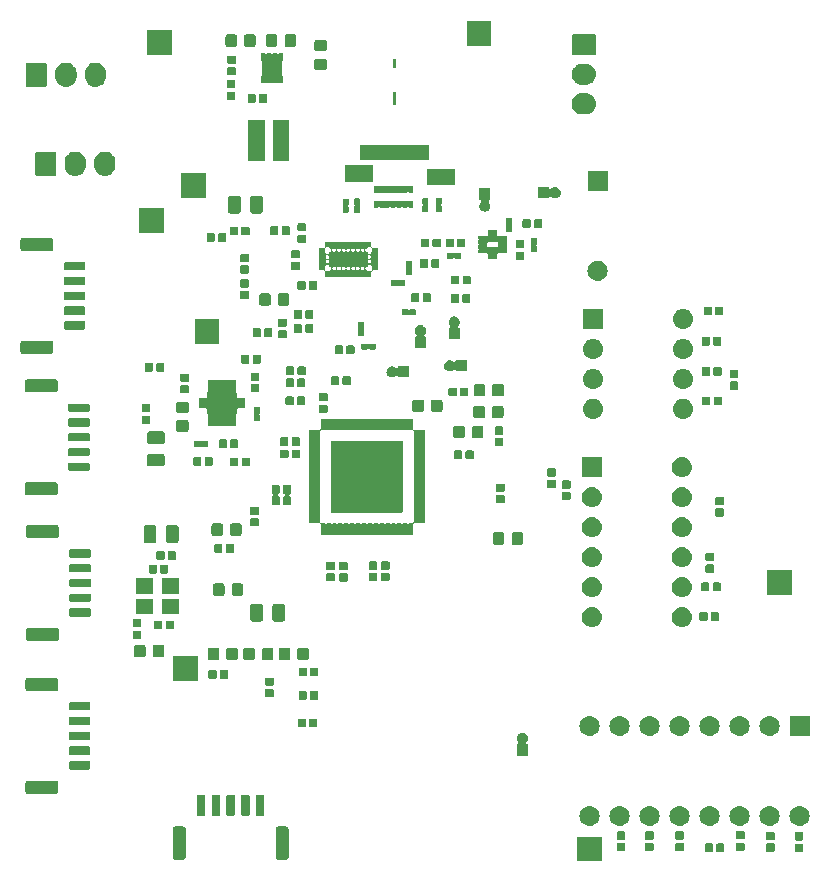
<source format=gbr>
G04 #@! TF.GenerationSoftware,KiCad,Pcbnew,(5.1.0)-1*
G04 #@! TF.CreationDate,2019-05-23T13:16:00+05:30*
G04 #@! TF.ProjectId,typec,74797065-632e-46b6-9963-61645f706362,rev?*
G04 #@! TF.SameCoordinates,Original*
G04 #@! TF.FileFunction,Soldermask,Top*
G04 #@! TF.FilePolarity,Negative*
%FSLAX46Y46*%
G04 Gerber Fmt 4.6, Leading zero omitted, Abs format (unit mm)*
G04 Created by KiCad (PCBNEW (5.1.0)-1) date 2019-05-23 13:16:00*
%MOMM*%
%LPD*%
G04 APERTURE LIST*
%ADD10C,0.100000*%
G04 APERTURE END LIST*
D10*
G36*
X163336680Y-105335780D02*
G01*
X161234680Y-105335780D01*
X161234680Y-103233780D01*
X163336680Y-103233780D01*
X163336680Y-105335780D01*
X163336680Y-105335780D01*
G37*
G36*
X136646874Y-102386806D02*
G01*
X136686724Y-102398894D01*
X136723439Y-102418519D01*
X136755626Y-102444934D01*
X136782041Y-102477121D01*
X136801666Y-102513836D01*
X136813754Y-102553686D01*
X136818440Y-102601261D01*
X136818440Y-104964979D01*
X136813754Y-105012554D01*
X136801666Y-105052404D01*
X136782041Y-105089119D01*
X136755626Y-105121306D01*
X136723439Y-105147721D01*
X136686724Y-105167346D01*
X136646874Y-105179434D01*
X136599299Y-105184120D01*
X135935581Y-105184120D01*
X135888006Y-105179434D01*
X135848156Y-105167346D01*
X135811441Y-105147721D01*
X135779254Y-105121306D01*
X135752839Y-105089119D01*
X135733214Y-105052404D01*
X135721126Y-105012554D01*
X135716440Y-104964979D01*
X135716440Y-102601261D01*
X135721126Y-102553686D01*
X135733214Y-102513836D01*
X135752839Y-102477121D01*
X135779254Y-102444934D01*
X135811441Y-102418519D01*
X135848156Y-102398894D01*
X135888006Y-102386806D01*
X135935581Y-102382120D01*
X136599299Y-102382120D01*
X136646874Y-102386806D01*
X136646874Y-102386806D01*
G37*
G36*
X127946874Y-102386806D02*
G01*
X127986724Y-102398894D01*
X128023439Y-102418519D01*
X128055626Y-102444934D01*
X128082041Y-102477121D01*
X128101666Y-102513836D01*
X128113754Y-102553686D01*
X128118440Y-102601261D01*
X128118440Y-104964979D01*
X128113754Y-105012554D01*
X128101666Y-105052404D01*
X128082041Y-105089119D01*
X128055626Y-105121306D01*
X128023439Y-105147721D01*
X127986724Y-105167346D01*
X127946874Y-105179434D01*
X127899299Y-105184120D01*
X127235581Y-105184120D01*
X127188006Y-105179434D01*
X127148156Y-105167346D01*
X127111441Y-105147721D01*
X127079254Y-105121306D01*
X127052839Y-105089119D01*
X127033214Y-105052404D01*
X127021126Y-105012554D01*
X127016440Y-104964979D01*
X127016440Y-102601261D01*
X127021126Y-102553686D01*
X127033214Y-102513836D01*
X127052839Y-102477121D01*
X127079254Y-102444934D01*
X127111441Y-102418519D01*
X127148156Y-102398894D01*
X127188006Y-102386806D01*
X127235581Y-102382120D01*
X127899299Y-102382120D01*
X127946874Y-102386806D01*
X127946874Y-102386806D01*
G37*
G36*
X173639738Y-103822516D02*
G01*
X173660357Y-103828771D01*
X173679353Y-103838924D01*
X173696008Y-103852592D01*
X173709676Y-103869247D01*
X173719829Y-103888243D01*
X173726084Y-103908862D01*
X173728800Y-103936440D01*
X173728800Y-104445160D01*
X173726084Y-104472738D01*
X173719829Y-104493357D01*
X173709676Y-104512353D01*
X173696008Y-104529008D01*
X173679353Y-104542676D01*
X173660357Y-104552829D01*
X173639738Y-104559084D01*
X173612160Y-104561800D01*
X173153440Y-104561800D01*
X173125862Y-104559084D01*
X173105243Y-104552829D01*
X173086247Y-104542676D01*
X173069592Y-104529008D01*
X173055924Y-104512353D01*
X173045771Y-104493357D01*
X173039516Y-104472738D01*
X173036800Y-104445160D01*
X173036800Y-103936440D01*
X173039516Y-103908862D01*
X173045771Y-103888243D01*
X173055924Y-103869247D01*
X173069592Y-103852592D01*
X173086247Y-103838924D01*
X173105243Y-103828771D01*
X173125862Y-103822516D01*
X173153440Y-103819800D01*
X173612160Y-103819800D01*
X173639738Y-103822516D01*
X173639738Y-103822516D01*
G37*
G36*
X172669738Y-103822516D02*
G01*
X172690357Y-103828771D01*
X172709353Y-103838924D01*
X172726008Y-103852592D01*
X172739676Y-103869247D01*
X172749829Y-103888243D01*
X172756084Y-103908862D01*
X172758800Y-103936440D01*
X172758800Y-104445160D01*
X172756084Y-104472738D01*
X172749829Y-104493357D01*
X172739676Y-104512353D01*
X172726008Y-104529008D01*
X172709353Y-104542676D01*
X172690357Y-104552829D01*
X172669738Y-104559084D01*
X172642160Y-104561800D01*
X172183440Y-104561800D01*
X172155862Y-104559084D01*
X172135243Y-104552829D01*
X172116247Y-104542676D01*
X172099592Y-104529008D01*
X172085924Y-104512353D01*
X172075771Y-104493357D01*
X172069516Y-104472738D01*
X172066800Y-104445160D01*
X172066800Y-103936440D01*
X172069516Y-103908862D01*
X172075771Y-103888243D01*
X172085924Y-103869247D01*
X172099592Y-103852592D01*
X172116247Y-103838924D01*
X172135243Y-103828771D01*
X172155862Y-103822516D01*
X172183440Y-103819800D01*
X172642160Y-103819800D01*
X172669738Y-103822516D01*
X172669738Y-103822516D01*
G37*
G36*
X180317138Y-103849916D02*
G01*
X180337757Y-103856171D01*
X180356753Y-103866324D01*
X180373408Y-103879992D01*
X180387076Y-103896647D01*
X180397229Y-103915643D01*
X180403484Y-103936262D01*
X180406200Y-103963840D01*
X180406200Y-104422560D01*
X180403484Y-104450138D01*
X180397229Y-104470757D01*
X180387076Y-104489753D01*
X180373408Y-104506408D01*
X180356753Y-104520076D01*
X180337757Y-104530229D01*
X180317138Y-104536484D01*
X180289560Y-104539200D01*
X179780840Y-104539200D01*
X179753262Y-104536484D01*
X179732643Y-104530229D01*
X179713647Y-104520076D01*
X179696992Y-104506408D01*
X179683324Y-104489753D01*
X179673171Y-104470757D01*
X179666916Y-104450138D01*
X179664200Y-104422560D01*
X179664200Y-103963840D01*
X179666916Y-103936262D01*
X179673171Y-103915643D01*
X179683324Y-103896647D01*
X179696992Y-103879992D01*
X179713647Y-103866324D01*
X179732643Y-103856171D01*
X179753262Y-103849916D01*
X179780840Y-103847200D01*
X180289560Y-103847200D01*
X180317138Y-103849916D01*
X180317138Y-103849916D01*
G37*
G36*
X177886358Y-103821976D02*
G01*
X177906977Y-103828231D01*
X177925973Y-103838384D01*
X177942628Y-103852052D01*
X177956296Y-103868707D01*
X177966449Y-103887703D01*
X177972704Y-103908322D01*
X177975420Y-103935900D01*
X177975420Y-104394620D01*
X177972704Y-104422198D01*
X177966449Y-104442817D01*
X177956296Y-104461813D01*
X177942628Y-104478468D01*
X177925973Y-104492136D01*
X177906977Y-104502289D01*
X177886358Y-104508544D01*
X177858780Y-104511260D01*
X177350060Y-104511260D01*
X177322482Y-104508544D01*
X177301863Y-104502289D01*
X177282867Y-104492136D01*
X177266212Y-104478468D01*
X177252544Y-104461813D01*
X177242391Y-104442817D01*
X177236136Y-104422198D01*
X177233420Y-104394620D01*
X177233420Y-103935900D01*
X177236136Y-103908322D01*
X177242391Y-103887703D01*
X177252544Y-103868707D01*
X177266212Y-103852052D01*
X177282867Y-103838384D01*
X177301863Y-103828231D01*
X177322482Y-103821976D01*
X177350060Y-103819260D01*
X177858780Y-103819260D01*
X177886358Y-103821976D01*
X177886358Y-103821976D01*
G37*
G36*
X170207938Y-103776116D02*
G01*
X170228557Y-103782371D01*
X170247553Y-103792524D01*
X170264208Y-103806192D01*
X170277876Y-103822847D01*
X170288029Y-103841843D01*
X170294284Y-103862462D01*
X170297000Y-103890040D01*
X170297000Y-104348760D01*
X170294284Y-104376338D01*
X170288029Y-104396957D01*
X170277876Y-104415953D01*
X170264208Y-104432608D01*
X170247553Y-104446276D01*
X170228557Y-104456429D01*
X170207938Y-104462684D01*
X170180360Y-104465400D01*
X169671640Y-104465400D01*
X169644062Y-104462684D01*
X169623443Y-104456429D01*
X169604447Y-104446276D01*
X169587792Y-104432608D01*
X169574124Y-104415953D01*
X169563971Y-104396957D01*
X169557716Y-104376338D01*
X169555000Y-104348760D01*
X169555000Y-103890040D01*
X169557716Y-103862462D01*
X169563971Y-103841843D01*
X169574124Y-103822847D01*
X169587792Y-103806192D01*
X169604447Y-103792524D01*
X169623443Y-103782371D01*
X169644062Y-103776116D01*
X169671640Y-103773400D01*
X170180360Y-103773400D01*
X170207938Y-103776116D01*
X170207938Y-103776116D01*
G37*
G36*
X167642538Y-103773716D02*
G01*
X167663157Y-103779971D01*
X167682153Y-103790124D01*
X167698808Y-103803792D01*
X167712476Y-103820447D01*
X167722629Y-103839443D01*
X167728884Y-103860062D01*
X167731600Y-103887640D01*
X167731600Y-104346360D01*
X167728884Y-104373938D01*
X167722629Y-104394557D01*
X167712476Y-104413553D01*
X167698808Y-104430208D01*
X167682153Y-104443876D01*
X167663157Y-104454029D01*
X167642538Y-104460284D01*
X167614960Y-104463000D01*
X167106240Y-104463000D01*
X167078662Y-104460284D01*
X167058043Y-104454029D01*
X167039047Y-104443876D01*
X167022392Y-104430208D01*
X167008724Y-104413553D01*
X166998571Y-104394557D01*
X166992316Y-104373938D01*
X166989600Y-104346360D01*
X166989600Y-103887640D01*
X166992316Y-103860062D01*
X166998571Y-103839443D01*
X167008724Y-103820447D01*
X167022392Y-103803792D01*
X167039047Y-103790124D01*
X167058043Y-103779971D01*
X167078662Y-103773716D01*
X167106240Y-103771000D01*
X167614960Y-103771000D01*
X167642538Y-103773716D01*
X167642538Y-103773716D01*
G37*
G36*
X165254938Y-103773716D02*
G01*
X165275557Y-103779971D01*
X165294553Y-103790124D01*
X165311208Y-103803792D01*
X165324876Y-103820447D01*
X165335029Y-103839443D01*
X165341284Y-103860062D01*
X165344000Y-103887640D01*
X165344000Y-104346360D01*
X165341284Y-104373938D01*
X165335029Y-104394557D01*
X165324876Y-104413553D01*
X165311208Y-104430208D01*
X165294553Y-104443876D01*
X165275557Y-104454029D01*
X165254938Y-104460284D01*
X165227360Y-104463000D01*
X164718640Y-104463000D01*
X164691062Y-104460284D01*
X164670443Y-104454029D01*
X164651447Y-104443876D01*
X164634792Y-104430208D01*
X164621124Y-104413553D01*
X164610971Y-104394557D01*
X164604716Y-104373938D01*
X164602000Y-104346360D01*
X164602000Y-103887640D01*
X164604716Y-103860062D01*
X164610971Y-103839443D01*
X164621124Y-103820447D01*
X164634792Y-103803792D01*
X164651447Y-103790124D01*
X164670443Y-103779971D01*
X164691062Y-103773716D01*
X164718640Y-103771000D01*
X165227360Y-103771000D01*
X165254938Y-103773716D01*
X165254938Y-103773716D01*
G37*
G36*
X175338738Y-103750716D02*
G01*
X175359357Y-103756971D01*
X175378353Y-103767124D01*
X175395008Y-103780792D01*
X175408676Y-103797447D01*
X175418829Y-103816443D01*
X175425084Y-103837062D01*
X175427800Y-103864640D01*
X175427800Y-104323360D01*
X175425084Y-104350938D01*
X175418829Y-104371557D01*
X175408676Y-104390553D01*
X175395008Y-104407208D01*
X175378353Y-104420876D01*
X175359357Y-104431029D01*
X175338738Y-104437284D01*
X175311160Y-104440000D01*
X174802440Y-104440000D01*
X174774862Y-104437284D01*
X174754243Y-104431029D01*
X174735247Y-104420876D01*
X174718592Y-104407208D01*
X174704924Y-104390553D01*
X174694771Y-104371557D01*
X174688516Y-104350938D01*
X174685800Y-104323360D01*
X174685800Y-103864640D01*
X174688516Y-103837062D01*
X174694771Y-103816443D01*
X174704924Y-103797447D01*
X174718592Y-103780792D01*
X174735247Y-103767124D01*
X174754243Y-103756971D01*
X174774862Y-103750716D01*
X174802440Y-103748000D01*
X175311160Y-103748000D01*
X175338738Y-103750716D01*
X175338738Y-103750716D01*
G37*
G36*
X180317138Y-102879916D02*
G01*
X180337757Y-102886171D01*
X180356753Y-102896324D01*
X180373408Y-102909992D01*
X180387076Y-102926647D01*
X180397229Y-102945643D01*
X180403484Y-102966262D01*
X180406200Y-102993840D01*
X180406200Y-103452560D01*
X180403484Y-103480138D01*
X180397229Y-103500757D01*
X180387076Y-103519753D01*
X180373408Y-103536408D01*
X180356753Y-103550076D01*
X180337757Y-103560229D01*
X180317138Y-103566484D01*
X180289560Y-103569200D01*
X179780840Y-103569200D01*
X179753262Y-103566484D01*
X179732643Y-103560229D01*
X179713647Y-103550076D01*
X179696992Y-103536408D01*
X179683324Y-103519753D01*
X179673171Y-103500757D01*
X179666916Y-103480138D01*
X179664200Y-103452560D01*
X179664200Y-102993840D01*
X179666916Y-102966262D01*
X179673171Y-102945643D01*
X179683324Y-102926647D01*
X179696992Y-102909992D01*
X179713647Y-102896324D01*
X179732643Y-102886171D01*
X179753262Y-102879916D01*
X179780840Y-102877200D01*
X180289560Y-102877200D01*
X180317138Y-102879916D01*
X180317138Y-102879916D01*
G37*
G36*
X177886358Y-102851976D02*
G01*
X177906977Y-102858231D01*
X177925973Y-102868384D01*
X177942628Y-102882052D01*
X177956296Y-102898707D01*
X177966449Y-102917703D01*
X177972704Y-102938322D01*
X177975420Y-102965900D01*
X177975420Y-103424620D01*
X177972704Y-103452198D01*
X177966449Y-103472817D01*
X177956296Y-103491813D01*
X177942628Y-103508468D01*
X177925973Y-103522136D01*
X177906977Y-103532289D01*
X177886358Y-103538544D01*
X177858780Y-103541260D01*
X177350060Y-103541260D01*
X177322482Y-103538544D01*
X177301863Y-103532289D01*
X177282867Y-103522136D01*
X177266212Y-103508468D01*
X177252544Y-103491813D01*
X177242391Y-103472817D01*
X177236136Y-103452198D01*
X177233420Y-103424620D01*
X177233420Y-102965900D01*
X177236136Y-102938322D01*
X177242391Y-102917703D01*
X177252544Y-102898707D01*
X177266212Y-102882052D01*
X177282867Y-102868384D01*
X177301863Y-102858231D01*
X177322482Y-102851976D01*
X177350060Y-102849260D01*
X177858780Y-102849260D01*
X177886358Y-102851976D01*
X177886358Y-102851976D01*
G37*
G36*
X170207938Y-102806116D02*
G01*
X170228557Y-102812371D01*
X170247553Y-102822524D01*
X170264208Y-102836192D01*
X170277876Y-102852847D01*
X170288029Y-102871843D01*
X170294284Y-102892462D01*
X170297000Y-102920040D01*
X170297000Y-103378760D01*
X170294284Y-103406338D01*
X170288029Y-103426957D01*
X170277876Y-103445953D01*
X170264208Y-103462608D01*
X170247553Y-103476276D01*
X170228557Y-103486429D01*
X170207938Y-103492684D01*
X170180360Y-103495400D01*
X169671640Y-103495400D01*
X169644062Y-103492684D01*
X169623443Y-103486429D01*
X169604447Y-103476276D01*
X169587792Y-103462608D01*
X169574124Y-103445953D01*
X169563971Y-103426957D01*
X169557716Y-103406338D01*
X169555000Y-103378760D01*
X169555000Y-102920040D01*
X169557716Y-102892462D01*
X169563971Y-102871843D01*
X169574124Y-102852847D01*
X169587792Y-102836192D01*
X169604447Y-102822524D01*
X169623443Y-102812371D01*
X169644062Y-102806116D01*
X169671640Y-102803400D01*
X170180360Y-102803400D01*
X170207938Y-102806116D01*
X170207938Y-102806116D01*
G37*
G36*
X167642538Y-102803716D02*
G01*
X167663157Y-102809971D01*
X167682153Y-102820124D01*
X167698808Y-102833792D01*
X167712476Y-102850447D01*
X167722629Y-102869443D01*
X167728884Y-102890062D01*
X167731600Y-102917640D01*
X167731600Y-103376360D01*
X167728884Y-103403938D01*
X167722629Y-103424557D01*
X167712476Y-103443553D01*
X167698808Y-103460208D01*
X167682153Y-103473876D01*
X167663157Y-103484029D01*
X167642538Y-103490284D01*
X167614960Y-103493000D01*
X167106240Y-103493000D01*
X167078662Y-103490284D01*
X167058043Y-103484029D01*
X167039047Y-103473876D01*
X167022392Y-103460208D01*
X167008724Y-103443553D01*
X166998571Y-103424557D01*
X166992316Y-103403938D01*
X166989600Y-103376360D01*
X166989600Y-102917640D01*
X166992316Y-102890062D01*
X166998571Y-102869443D01*
X167008724Y-102850447D01*
X167022392Y-102833792D01*
X167039047Y-102820124D01*
X167058043Y-102809971D01*
X167078662Y-102803716D01*
X167106240Y-102801000D01*
X167614960Y-102801000D01*
X167642538Y-102803716D01*
X167642538Y-102803716D01*
G37*
G36*
X165254938Y-102803716D02*
G01*
X165275557Y-102809971D01*
X165294553Y-102820124D01*
X165311208Y-102833792D01*
X165324876Y-102850447D01*
X165335029Y-102869443D01*
X165341284Y-102890062D01*
X165344000Y-102917640D01*
X165344000Y-103376360D01*
X165341284Y-103403938D01*
X165335029Y-103424557D01*
X165324876Y-103443553D01*
X165311208Y-103460208D01*
X165294553Y-103473876D01*
X165275557Y-103484029D01*
X165254938Y-103490284D01*
X165227360Y-103493000D01*
X164718640Y-103493000D01*
X164691062Y-103490284D01*
X164670443Y-103484029D01*
X164651447Y-103473876D01*
X164634792Y-103460208D01*
X164621124Y-103443553D01*
X164610971Y-103424557D01*
X164604716Y-103403938D01*
X164602000Y-103376360D01*
X164602000Y-102917640D01*
X164604716Y-102890062D01*
X164610971Y-102869443D01*
X164621124Y-102850447D01*
X164634792Y-102833792D01*
X164651447Y-102820124D01*
X164670443Y-102809971D01*
X164691062Y-102803716D01*
X164718640Y-102801000D01*
X165227360Y-102801000D01*
X165254938Y-102803716D01*
X165254938Y-102803716D01*
G37*
G36*
X175338738Y-102780716D02*
G01*
X175359357Y-102786971D01*
X175378353Y-102797124D01*
X175395008Y-102810792D01*
X175408676Y-102827447D01*
X175418829Y-102846443D01*
X175425084Y-102867062D01*
X175427800Y-102894640D01*
X175427800Y-103353360D01*
X175425084Y-103380938D01*
X175418829Y-103401557D01*
X175408676Y-103420553D01*
X175395008Y-103437208D01*
X175378353Y-103450876D01*
X175359357Y-103461029D01*
X175338738Y-103467284D01*
X175311160Y-103470000D01*
X174802440Y-103470000D01*
X174774862Y-103467284D01*
X174754243Y-103461029D01*
X174735247Y-103450876D01*
X174718592Y-103437208D01*
X174704924Y-103420553D01*
X174694771Y-103401557D01*
X174688516Y-103380938D01*
X174685800Y-103353360D01*
X174685800Y-102894640D01*
X174688516Y-102867062D01*
X174694771Y-102846443D01*
X174704924Y-102827447D01*
X174718592Y-102810792D01*
X174735247Y-102797124D01*
X174754243Y-102786971D01*
X174774862Y-102780716D01*
X174802440Y-102778000D01*
X175311160Y-102778000D01*
X175338738Y-102780716D01*
X175338738Y-102780716D01*
G37*
G36*
X170092823Y-100659713D02*
G01*
X170253242Y-100708376D01*
X170385906Y-100779286D01*
X170401078Y-100787396D01*
X170530659Y-100893741D01*
X170637004Y-101023322D01*
X170637005Y-101023324D01*
X170716024Y-101171158D01*
X170764687Y-101331577D01*
X170781117Y-101498400D01*
X170764687Y-101665223D01*
X170716024Y-101825642D01*
X170645114Y-101958306D01*
X170637004Y-101973478D01*
X170530659Y-102103059D01*
X170401078Y-102209404D01*
X170401076Y-102209405D01*
X170253242Y-102288424D01*
X170092823Y-102337087D01*
X169967804Y-102349400D01*
X169884196Y-102349400D01*
X169759177Y-102337087D01*
X169598758Y-102288424D01*
X169450924Y-102209405D01*
X169450922Y-102209404D01*
X169321341Y-102103059D01*
X169214996Y-101973478D01*
X169206886Y-101958306D01*
X169135976Y-101825642D01*
X169087313Y-101665223D01*
X169070883Y-101498400D01*
X169087313Y-101331577D01*
X169135976Y-101171158D01*
X169214995Y-101023324D01*
X169214996Y-101023322D01*
X169321341Y-100893741D01*
X169450922Y-100787396D01*
X169466094Y-100779286D01*
X169598758Y-100708376D01*
X169759177Y-100659713D01*
X169884196Y-100647400D01*
X169967804Y-100647400D01*
X170092823Y-100659713D01*
X170092823Y-100659713D01*
G37*
G36*
X177712823Y-100659713D02*
G01*
X177873242Y-100708376D01*
X178005906Y-100779286D01*
X178021078Y-100787396D01*
X178150659Y-100893741D01*
X178257004Y-101023322D01*
X178257005Y-101023324D01*
X178336024Y-101171158D01*
X178384687Y-101331577D01*
X178401117Y-101498400D01*
X178384687Y-101665223D01*
X178336024Y-101825642D01*
X178265114Y-101958306D01*
X178257004Y-101973478D01*
X178150659Y-102103059D01*
X178021078Y-102209404D01*
X178021076Y-102209405D01*
X177873242Y-102288424D01*
X177712823Y-102337087D01*
X177587804Y-102349400D01*
X177504196Y-102349400D01*
X177379177Y-102337087D01*
X177218758Y-102288424D01*
X177070924Y-102209405D01*
X177070922Y-102209404D01*
X176941341Y-102103059D01*
X176834996Y-101973478D01*
X176826886Y-101958306D01*
X176755976Y-101825642D01*
X176707313Y-101665223D01*
X176690883Y-101498400D01*
X176707313Y-101331577D01*
X176755976Y-101171158D01*
X176834995Y-101023324D01*
X176834996Y-101023322D01*
X176941341Y-100893741D01*
X177070922Y-100787396D01*
X177086094Y-100779286D01*
X177218758Y-100708376D01*
X177379177Y-100659713D01*
X177504196Y-100647400D01*
X177587804Y-100647400D01*
X177712823Y-100659713D01*
X177712823Y-100659713D01*
G37*
G36*
X180252823Y-100659713D02*
G01*
X180413242Y-100708376D01*
X180545906Y-100779286D01*
X180561078Y-100787396D01*
X180690659Y-100893741D01*
X180797004Y-101023322D01*
X180797005Y-101023324D01*
X180876024Y-101171158D01*
X180924687Y-101331577D01*
X180941117Y-101498400D01*
X180924687Y-101665223D01*
X180876024Y-101825642D01*
X180805114Y-101958306D01*
X180797004Y-101973478D01*
X180690659Y-102103059D01*
X180561078Y-102209404D01*
X180561076Y-102209405D01*
X180413242Y-102288424D01*
X180252823Y-102337087D01*
X180127804Y-102349400D01*
X180044196Y-102349400D01*
X179919177Y-102337087D01*
X179758758Y-102288424D01*
X179610924Y-102209405D01*
X179610922Y-102209404D01*
X179481341Y-102103059D01*
X179374996Y-101973478D01*
X179366886Y-101958306D01*
X179295976Y-101825642D01*
X179247313Y-101665223D01*
X179230883Y-101498400D01*
X179247313Y-101331577D01*
X179295976Y-101171158D01*
X179374995Y-101023324D01*
X179374996Y-101023322D01*
X179481341Y-100893741D01*
X179610922Y-100787396D01*
X179626094Y-100779286D01*
X179758758Y-100708376D01*
X179919177Y-100659713D01*
X180044196Y-100647400D01*
X180127804Y-100647400D01*
X180252823Y-100659713D01*
X180252823Y-100659713D01*
G37*
G36*
X175172823Y-100659713D02*
G01*
X175333242Y-100708376D01*
X175465906Y-100779286D01*
X175481078Y-100787396D01*
X175610659Y-100893741D01*
X175717004Y-101023322D01*
X175717005Y-101023324D01*
X175796024Y-101171158D01*
X175844687Y-101331577D01*
X175861117Y-101498400D01*
X175844687Y-101665223D01*
X175796024Y-101825642D01*
X175725114Y-101958306D01*
X175717004Y-101973478D01*
X175610659Y-102103059D01*
X175481078Y-102209404D01*
X175481076Y-102209405D01*
X175333242Y-102288424D01*
X175172823Y-102337087D01*
X175047804Y-102349400D01*
X174964196Y-102349400D01*
X174839177Y-102337087D01*
X174678758Y-102288424D01*
X174530924Y-102209405D01*
X174530922Y-102209404D01*
X174401341Y-102103059D01*
X174294996Y-101973478D01*
X174286886Y-101958306D01*
X174215976Y-101825642D01*
X174167313Y-101665223D01*
X174150883Y-101498400D01*
X174167313Y-101331577D01*
X174215976Y-101171158D01*
X174294995Y-101023324D01*
X174294996Y-101023322D01*
X174401341Y-100893741D01*
X174530922Y-100787396D01*
X174546094Y-100779286D01*
X174678758Y-100708376D01*
X174839177Y-100659713D01*
X174964196Y-100647400D01*
X175047804Y-100647400D01*
X175172823Y-100659713D01*
X175172823Y-100659713D01*
G37*
G36*
X172632823Y-100659713D02*
G01*
X172793242Y-100708376D01*
X172925906Y-100779286D01*
X172941078Y-100787396D01*
X173070659Y-100893741D01*
X173177004Y-101023322D01*
X173177005Y-101023324D01*
X173256024Y-101171158D01*
X173304687Y-101331577D01*
X173321117Y-101498400D01*
X173304687Y-101665223D01*
X173256024Y-101825642D01*
X173185114Y-101958306D01*
X173177004Y-101973478D01*
X173070659Y-102103059D01*
X172941078Y-102209404D01*
X172941076Y-102209405D01*
X172793242Y-102288424D01*
X172632823Y-102337087D01*
X172507804Y-102349400D01*
X172424196Y-102349400D01*
X172299177Y-102337087D01*
X172138758Y-102288424D01*
X171990924Y-102209405D01*
X171990922Y-102209404D01*
X171861341Y-102103059D01*
X171754996Y-101973478D01*
X171746886Y-101958306D01*
X171675976Y-101825642D01*
X171627313Y-101665223D01*
X171610883Y-101498400D01*
X171627313Y-101331577D01*
X171675976Y-101171158D01*
X171754995Y-101023324D01*
X171754996Y-101023322D01*
X171861341Y-100893741D01*
X171990922Y-100787396D01*
X172006094Y-100779286D01*
X172138758Y-100708376D01*
X172299177Y-100659713D01*
X172424196Y-100647400D01*
X172507804Y-100647400D01*
X172632823Y-100659713D01*
X172632823Y-100659713D01*
G37*
G36*
X167552823Y-100659713D02*
G01*
X167713242Y-100708376D01*
X167845906Y-100779286D01*
X167861078Y-100787396D01*
X167990659Y-100893741D01*
X168097004Y-101023322D01*
X168097005Y-101023324D01*
X168176024Y-101171158D01*
X168224687Y-101331577D01*
X168241117Y-101498400D01*
X168224687Y-101665223D01*
X168176024Y-101825642D01*
X168105114Y-101958306D01*
X168097004Y-101973478D01*
X167990659Y-102103059D01*
X167861078Y-102209404D01*
X167861076Y-102209405D01*
X167713242Y-102288424D01*
X167552823Y-102337087D01*
X167427804Y-102349400D01*
X167344196Y-102349400D01*
X167219177Y-102337087D01*
X167058758Y-102288424D01*
X166910924Y-102209405D01*
X166910922Y-102209404D01*
X166781341Y-102103059D01*
X166674996Y-101973478D01*
X166666886Y-101958306D01*
X166595976Y-101825642D01*
X166547313Y-101665223D01*
X166530883Y-101498400D01*
X166547313Y-101331577D01*
X166595976Y-101171158D01*
X166674995Y-101023324D01*
X166674996Y-101023322D01*
X166781341Y-100893741D01*
X166910922Y-100787396D01*
X166926094Y-100779286D01*
X167058758Y-100708376D01*
X167219177Y-100659713D01*
X167344196Y-100647400D01*
X167427804Y-100647400D01*
X167552823Y-100659713D01*
X167552823Y-100659713D01*
G37*
G36*
X165012823Y-100659713D02*
G01*
X165173242Y-100708376D01*
X165305906Y-100779286D01*
X165321078Y-100787396D01*
X165450659Y-100893741D01*
X165557004Y-101023322D01*
X165557005Y-101023324D01*
X165636024Y-101171158D01*
X165684687Y-101331577D01*
X165701117Y-101498400D01*
X165684687Y-101665223D01*
X165636024Y-101825642D01*
X165565114Y-101958306D01*
X165557004Y-101973478D01*
X165450659Y-102103059D01*
X165321078Y-102209404D01*
X165321076Y-102209405D01*
X165173242Y-102288424D01*
X165012823Y-102337087D01*
X164887804Y-102349400D01*
X164804196Y-102349400D01*
X164679177Y-102337087D01*
X164518758Y-102288424D01*
X164370924Y-102209405D01*
X164370922Y-102209404D01*
X164241341Y-102103059D01*
X164134996Y-101973478D01*
X164126886Y-101958306D01*
X164055976Y-101825642D01*
X164007313Y-101665223D01*
X163990883Y-101498400D01*
X164007313Y-101331577D01*
X164055976Y-101171158D01*
X164134995Y-101023324D01*
X164134996Y-101023322D01*
X164241341Y-100893741D01*
X164370922Y-100787396D01*
X164386094Y-100779286D01*
X164518758Y-100708376D01*
X164679177Y-100659713D01*
X164804196Y-100647400D01*
X164887804Y-100647400D01*
X165012823Y-100659713D01*
X165012823Y-100659713D01*
G37*
G36*
X162472823Y-100659713D02*
G01*
X162633242Y-100708376D01*
X162765906Y-100779286D01*
X162781078Y-100787396D01*
X162910659Y-100893741D01*
X163017004Y-101023322D01*
X163017005Y-101023324D01*
X163096024Y-101171158D01*
X163144687Y-101331577D01*
X163161117Y-101498400D01*
X163144687Y-101665223D01*
X163096024Y-101825642D01*
X163025114Y-101958306D01*
X163017004Y-101973478D01*
X162910659Y-102103059D01*
X162781078Y-102209404D01*
X162781076Y-102209405D01*
X162633242Y-102288424D01*
X162472823Y-102337087D01*
X162347804Y-102349400D01*
X162264196Y-102349400D01*
X162139177Y-102337087D01*
X161978758Y-102288424D01*
X161830924Y-102209405D01*
X161830922Y-102209404D01*
X161701341Y-102103059D01*
X161594996Y-101973478D01*
X161586886Y-101958306D01*
X161515976Y-101825642D01*
X161467313Y-101665223D01*
X161450883Y-101498400D01*
X161467313Y-101331577D01*
X161515976Y-101171158D01*
X161594995Y-101023324D01*
X161594996Y-101023322D01*
X161701341Y-100893741D01*
X161830922Y-100787396D01*
X161846094Y-100779286D01*
X161978758Y-100708376D01*
X162139177Y-100659713D01*
X162264196Y-100647400D01*
X162347804Y-100647400D01*
X162472823Y-100659713D01*
X162472823Y-100659713D01*
G37*
G36*
X134677368Y-99684884D02*
G01*
X134698449Y-99691280D01*
X134717885Y-99701668D01*
X134734916Y-99715644D01*
X134748892Y-99732675D01*
X134759280Y-99752111D01*
X134765676Y-99773192D01*
X134768440Y-99801260D01*
X134768440Y-101364980D01*
X134765676Y-101393048D01*
X134759280Y-101414129D01*
X134748892Y-101433565D01*
X134734916Y-101450596D01*
X134717885Y-101464572D01*
X134698449Y-101474960D01*
X134677368Y-101481356D01*
X134649300Y-101484120D01*
X134185580Y-101484120D01*
X134157512Y-101481356D01*
X134136431Y-101474960D01*
X134116995Y-101464572D01*
X134099964Y-101450596D01*
X134085988Y-101433565D01*
X134075600Y-101414129D01*
X134069204Y-101393048D01*
X134066440Y-101364980D01*
X134066440Y-99801260D01*
X134069204Y-99773192D01*
X134075600Y-99752111D01*
X134085988Y-99732675D01*
X134099964Y-99715644D01*
X134116995Y-99701668D01*
X134136431Y-99691280D01*
X134157512Y-99684884D01*
X134185580Y-99682120D01*
X134649300Y-99682120D01*
X134677368Y-99684884D01*
X134677368Y-99684884D01*
G37*
G36*
X133427368Y-99684884D02*
G01*
X133448449Y-99691280D01*
X133467885Y-99701668D01*
X133484916Y-99715644D01*
X133498892Y-99732675D01*
X133509280Y-99752111D01*
X133515676Y-99773192D01*
X133518440Y-99801260D01*
X133518440Y-101364980D01*
X133515676Y-101393048D01*
X133509280Y-101414129D01*
X133498892Y-101433565D01*
X133484916Y-101450596D01*
X133467885Y-101464572D01*
X133448449Y-101474960D01*
X133427368Y-101481356D01*
X133399300Y-101484120D01*
X132935580Y-101484120D01*
X132907512Y-101481356D01*
X132886431Y-101474960D01*
X132866995Y-101464572D01*
X132849964Y-101450596D01*
X132835988Y-101433565D01*
X132825600Y-101414129D01*
X132819204Y-101393048D01*
X132816440Y-101364980D01*
X132816440Y-99801260D01*
X132819204Y-99773192D01*
X132825600Y-99752111D01*
X132835988Y-99732675D01*
X132849964Y-99715644D01*
X132866995Y-99701668D01*
X132886431Y-99691280D01*
X132907512Y-99684884D01*
X132935580Y-99682120D01*
X133399300Y-99682120D01*
X133427368Y-99684884D01*
X133427368Y-99684884D01*
G37*
G36*
X132177368Y-99684884D02*
G01*
X132198449Y-99691280D01*
X132217885Y-99701668D01*
X132234916Y-99715644D01*
X132248892Y-99732675D01*
X132259280Y-99752111D01*
X132265676Y-99773192D01*
X132268440Y-99801260D01*
X132268440Y-101364980D01*
X132265676Y-101393048D01*
X132259280Y-101414129D01*
X132248892Y-101433565D01*
X132234916Y-101450596D01*
X132217885Y-101464572D01*
X132198449Y-101474960D01*
X132177368Y-101481356D01*
X132149300Y-101484120D01*
X131685580Y-101484120D01*
X131657512Y-101481356D01*
X131636431Y-101474960D01*
X131616995Y-101464572D01*
X131599964Y-101450596D01*
X131585988Y-101433565D01*
X131575600Y-101414129D01*
X131569204Y-101393048D01*
X131566440Y-101364980D01*
X131566440Y-99801260D01*
X131569204Y-99773192D01*
X131575600Y-99752111D01*
X131585988Y-99732675D01*
X131599964Y-99715644D01*
X131616995Y-99701668D01*
X131636431Y-99691280D01*
X131657512Y-99684884D01*
X131685580Y-99682120D01*
X132149300Y-99682120D01*
X132177368Y-99684884D01*
X132177368Y-99684884D01*
G37*
G36*
X130927368Y-99684884D02*
G01*
X130948449Y-99691280D01*
X130967885Y-99701668D01*
X130984916Y-99715644D01*
X130998892Y-99732675D01*
X131009280Y-99752111D01*
X131015676Y-99773192D01*
X131018440Y-99801260D01*
X131018440Y-101364980D01*
X131015676Y-101393048D01*
X131009280Y-101414129D01*
X130998892Y-101433565D01*
X130984916Y-101450596D01*
X130967885Y-101464572D01*
X130948449Y-101474960D01*
X130927368Y-101481356D01*
X130899300Y-101484120D01*
X130435580Y-101484120D01*
X130407512Y-101481356D01*
X130386431Y-101474960D01*
X130366995Y-101464572D01*
X130349964Y-101450596D01*
X130335988Y-101433565D01*
X130325600Y-101414129D01*
X130319204Y-101393048D01*
X130316440Y-101364980D01*
X130316440Y-99801260D01*
X130319204Y-99773192D01*
X130325600Y-99752111D01*
X130335988Y-99732675D01*
X130349964Y-99715644D01*
X130366995Y-99701668D01*
X130386431Y-99691280D01*
X130407512Y-99684884D01*
X130435580Y-99682120D01*
X130899300Y-99682120D01*
X130927368Y-99684884D01*
X130927368Y-99684884D01*
G37*
G36*
X129677368Y-99684884D02*
G01*
X129698449Y-99691280D01*
X129717885Y-99701668D01*
X129734916Y-99715644D01*
X129748892Y-99732675D01*
X129759280Y-99752111D01*
X129765676Y-99773192D01*
X129768440Y-99801260D01*
X129768440Y-101364980D01*
X129765676Y-101393048D01*
X129759280Y-101414129D01*
X129748892Y-101433565D01*
X129734916Y-101450596D01*
X129717885Y-101464572D01*
X129698449Y-101474960D01*
X129677368Y-101481356D01*
X129649300Y-101484120D01*
X129185580Y-101484120D01*
X129157512Y-101481356D01*
X129136431Y-101474960D01*
X129116995Y-101464572D01*
X129099964Y-101450596D01*
X129085988Y-101433565D01*
X129075600Y-101414129D01*
X129069204Y-101393048D01*
X129066440Y-101364980D01*
X129066440Y-99801260D01*
X129069204Y-99773192D01*
X129075600Y-99752111D01*
X129085988Y-99732675D01*
X129099964Y-99715644D01*
X129116995Y-99701668D01*
X129136431Y-99691280D01*
X129157512Y-99684884D01*
X129185580Y-99682120D01*
X129649300Y-99682120D01*
X129677368Y-99684884D01*
X129677368Y-99684884D01*
G37*
G36*
X117163934Y-98512666D02*
G01*
X117203784Y-98524754D01*
X117240499Y-98544379D01*
X117272686Y-98570794D01*
X117299101Y-98602981D01*
X117318726Y-98639696D01*
X117330814Y-98679546D01*
X117335500Y-98727121D01*
X117335500Y-99390839D01*
X117330814Y-99438414D01*
X117318726Y-99478264D01*
X117299101Y-99514979D01*
X117272686Y-99547166D01*
X117240499Y-99573581D01*
X117203784Y-99593206D01*
X117163934Y-99605294D01*
X117116359Y-99609980D01*
X114752641Y-99609980D01*
X114705066Y-99605294D01*
X114665216Y-99593206D01*
X114628501Y-99573581D01*
X114596314Y-99547166D01*
X114569899Y-99514979D01*
X114550274Y-99478264D01*
X114538186Y-99438414D01*
X114533500Y-99390839D01*
X114533500Y-98727121D01*
X114538186Y-98679546D01*
X114550274Y-98639696D01*
X114569899Y-98602981D01*
X114596314Y-98570794D01*
X114628501Y-98544379D01*
X114665216Y-98524754D01*
X114705066Y-98512666D01*
X114752641Y-98507980D01*
X117116359Y-98507980D01*
X117163934Y-98512666D01*
X117163934Y-98512666D01*
G37*
G36*
X119944428Y-96860744D02*
G01*
X119965509Y-96867140D01*
X119984945Y-96877528D01*
X120001976Y-96891504D01*
X120015952Y-96908535D01*
X120026340Y-96927971D01*
X120032736Y-96949052D01*
X120035500Y-96977120D01*
X120035500Y-97440840D01*
X120032736Y-97468908D01*
X120026340Y-97489989D01*
X120015952Y-97509425D01*
X120001976Y-97526456D01*
X119984945Y-97540432D01*
X119965509Y-97550820D01*
X119944428Y-97557216D01*
X119916360Y-97559980D01*
X118352640Y-97559980D01*
X118324572Y-97557216D01*
X118303491Y-97550820D01*
X118284055Y-97540432D01*
X118267024Y-97526456D01*
X118253048Y-97509425D01*
X118242660Y-97489989D01*
X118236264Y-97468908D01*
X118233500Y-97440840D01*
X118233500Y-96977120D01*
X118236264Y-96949052D01*
X118242660Y-96927971D01*
X118253048Y-96908535D01*
X118267024Y-96891504D01*
X118284055Y-96877528D01*
X118303491Y-96867140D01*
X118324572Y-96860744D01*
X118352640Y-96857980D01*
X119916360Y-96857980D01*
X119944428Y-96860744D01*
X119944428Y-96860744D01*
G37*
G36*
X156709712Y-94441287D02*
G01*
X156799439Y-94468506D01*
X156882131Y-94512706D01*
X156954611Y-94572189D01*
X157014094Y-94644669D01*
X157058294Y-94727361D01*
X157085513Y-94817088D01*
X157094703Y-94910400D01*
X157085513Y-95003712D01*
X157058294Y-95093439D01*
X157014094Y-95176131D01*
X156969794Y-95230111D01*
X156956186Y-95250477D01*
X156946808Y-95273116D01*
X156942028Y-95297149D01*
X156942028Y-95321653D01*
X156946808Y-95345686D01*
X156956186Y-95368325D01*
X156969800Y-95388700D01*
X156987127Y-95406027D01*
X157007501Y-95419640D01*
X157030140Y-95429018D01*
X157066425Y-95434400D01*
X157092400Y-95434400D01*
X157092400Y-96386400D01*
X156140400Y-96386400D01*
X156140400Y-95434400D01*
X156166375Y-95434400D01*
X156190761Y-95431998D01*
X156214210Y-95424885D01*
X156235821Y-95413334D01*
X156254763Y-95397789D01*
X156270308Y-95378847D01*
X156281859Y-95357236D01*
X156288972Y-95333787D01*
X156291374Y-95309401D01*
X156288972Y-95285015D01*
X156281859Y-95261566D01*
X156263004Y-95230108D01*
X156218706Y-95176131D01*
X156174506Y-95093439D01*
X156147287Y-95003712D01*
X156138097Y-94910400D01*
X156147287Y-94817088D01*
X156174506Y-94727361D01*
X156218706Y-94644669D01*
X156278189Y-94572189D01*
X156350669Y-94512706D01*
X156433361Y-94468506D01*
X156523088Y-94441287D01*
X156593016Y-94434400D01*
X156639784Y-94434400D01*
X156709712Y-94441287D01*
X156709712Y-94441287D01*
G37*
G36*
X119944428Y-95610744D02*
G01*
X119965509Y-95617140D01*
X119984945Y-95627528D01*
X120001976Y-95641504D01*
X120015952Y-95658535D01*
X120026340Y-95677971D01*
X120032736Y-95699052D01*
X120035500Y-95727120D01*
X120035500Y-96190840D01*
X120032736Y-96218908D01*
X120026340Y-96239989D01*
X120015952Y-96259425D01*
X120001976Y-96276456D01*
X119984945Y-96290432D01*
X119965509Y-96300820D01*
X119944428Y-96307216D01*
X119916360Y-96309980D01*
X118352640Y-96309980D01*
X118324572Y-96307216D01*
X118303491Y-96300820D01*
X118284055Y-96290432D01*
X118267024Y-96276456D01*
X118253048Y-96259425D01*
X118242660Y-96239989D01*
X118236264Y-96218908D01*
X118233500Y-96190840D01*
X118233500Y-95727120D01*
X118236264Y-95699052D01*
X118242660Y-95677971D01*
X118253048Y-95658535D01*
X118267024Y-95641504D01*
X118284055Y-95627528D01*
X118303491Y-95617140D01*
X118324572Y-95610744D01*
X118352640Y-95607980D01*
X119916360Y-95607980D01*
X119944428Y-95610744D01*
X119944428Y-95610744D01*
G37*
G36*
X119944428Y-94360744D02*
G01*
X119965509Y-94367140D01*
X119984945Y-94377528D01*
X120001976Y-94391504D01*
X120015952Y-94408535D01*
X120026340Y-94427971D01*
X120032736Y-94449052D01*
X120035500Y-94477120D01*
X120035500Y-94940840D01*
X120032736Y-94968908D01*
X120026340Y-94989989D01*
X120015952Y-95009425D01*
X120001976Y-95026456D01*
X119984945Y-95040432D01*
X119965509Y-95050820D01*
X119944428Y-95057216D01*
X119916360Y-95059980D01*
X118352640Y-95059980D01*
X118324572Y-95057216D01*
X118303491Y-95050820D01*
X118284055Y-95040432D01*
X118267024Y-95026456D01*
X118253048Y-95009425D01*
X118242660Y-94989989D01*
X118236264Y-94968908D01*
X118233500Y-94940840D01*
X118233500Y-94477120D01*
X118236264Y-94449052D01*
X118242660Y-94427971D01*
X118253048Y-94408535D01*
X118267024Y-94391504D01*
X118284055Y-94377528D01*
X118303491Y-94367140D01*
X118324572Y-94360744D01*
X118352640Y-94357980D01*
X119916360Y-94357980D01*
X119944428Y-94360744D01*
X119944428Y-94360744D01*
G37*
G36*
X177712823Y-93039713D02*
G01*
X177873242Y-93088376D01*
X177934911Y-93121339D01*
X178021078Y-93167396D01*
X178150659Y-93273741D01*
X178257004Y-93403322D01*
X178257005Y-93403324D01*
X178336024Y-93551158D01*
X178384687Y-93711577D01*
X178401117Y-93878400D01*
X178384687Y-94045223D01*
X178336024Y-94205642D01*
X178265114Y-94338306D01*
X178257004Y-94353478D01*
X178150659Y-94483059D01*
X178021078Y-94589404D01*
X178021076Y-94589405D01*
X177873242Y-94668424D01*
X177712823Y-94717087D01*
X177587804Y-94729400D01*
X177504196Y-94729400D01*
X177379177Y-94717087D01*
X177218758Y-94668424D01*
X177070924Y-94589405D01*
X177070922Y-94589404D01*
X176941341Y-94483059D01*
X176834996Y-94353478D01*
X176826886Y-94338306D01*
X176755976Y-94205642D01*
X176707313Y-94045223D01*
X176690883Y-93878400D01*
X176707313Y-93711577D01*
X176755976Y-93551158D01*
X176834995Y-93403324D01*
X176834996Y-93403322D01*
X176941341Y-93273741D01*
X177070922Y-93167396D01*
X177157089Y-93121339D01*
X177218758Y-93088376D01*
X177379177Y-93039713D01*
X177504196Y-93027400D01*
X177587804Y-93027400D01*
X177712823Y-93039713D01*
X177712823Y-93039713D01*
G37*
G36*
X175172823Y-93039713D02*
G01*
X175333242Y-93088376D01*
X175394911Y-93121339D01*
X175481078Y-93167396D01*
X175610659Y-93273741D01*
X175717004Y-93403322D01*
X175717005Y-93403324D01*
X175796024Y-93551158D01*
X175844687Y-93711577D01*
X175861117Y-93878400D01*
X175844687Y-94045223D01*
X175796024Y-94205642D01*
X175725114Y-94338306D01*
X175717004Y-94353478D01*
X175610659Y-94483059D01*
X175481078Y-94589404D01*
X175481076Y-94589405D01*
X175333242Y-94668424D01*
X175172823Y-94717087D01*
X175047804Y-94729400D01*
X174964196Y-94729400D01*
X174839177Y-94717087D01*
X174678758Y-94668424D01*
X174530924Y-94589405D01*
X174530922Y-94589404D01*
X174401341Y-94483059D01*
X174294996Y-94353478D01*
X174286886Y-94338306D01*
X174215976Y-94205642D01*
X174167313Y-94045223D01*
X174150883Y-93878400D01*
X174167313Y-93711577D01*
X174215976Y-93551158D01*
X174294995Y-93403324D01*
X174294996Y-93403322D01*
X174401341Y-93273741D01*
X174530922Y-93167396D01*
X174617089Y-93121339D01*
X174678758Y-93088376D01*
X174839177Y-93039713D01*
X174964196Y-93027400D01*
X175047804Y-93027400D01*
X175172823Y-93039713D01*
X175172823Y-93039713D01*
G37*
G36*
X172632823Y-93039713D02*
G01*
X172793242Y-93088376D01*
X172854911Y-93121339D01*
X172941078Y-93167396D01*
X173070659Y-93273741D01*
X173177004Y-93403322D01*
X173177005Y-93403324D01*
X173256024Y-93551158D01*
X173304687Y-93711577D01*
X173321117Y-93878400D01*
X173304687Y-94045223D01*
X173256024Y-94205642D01*
X173185114Y-94338306D01*
X173177004Y-94353478D01*
X173070659Y-94483059D01*
X172941078Y-94589404D01*
X172941076Y-94589405D01*
X172793242Y-94668424D01*
X172632823Y-94717087D01*
X172507804Y-94729400D01*
X172424196Y-94729400D01*
X172299177Y-94717087D01*
X172138758Y-94668424D01*
X171990924Y-94589405D01*
X171990922Y-94589404D01*
X171861341Y-94483059D01*
X171754996Y-94353478D01*
X171746886Y-94338306D01*
X171675976Y-94205642D01*
X171627313Y-94045223D01*
X171610883Y-93878400D01*
X171627313Y-93711577D01*
X171675976Y-93551158D01*
X171754995Y-93403324D01*
X171754996Y-93403322D01*
X171861341Y-93273741D01*
X171990922Y-93167396D01*
X172077089Y-93121339D01*
X172138758Y-93088376D01*
X172299177Y-93039713D01*
X172424196Y-93027400D01*
X172507804Y-93027400D01*
X172632823Y-93039713D01*
X172632823Y-93039713D01*
G37*
G36*
X162472823Y-93039713D02*
G01*
X162633242Y-93088376D01*
X162694911Y-93121339D01*
X162781078Y-93167396D01*
X162910659Y-93273741D01*
X163017004Y-93403322D01*
X163017005Y-93403324D01*
X163096024Y-93551158D01*
X163144687Y-93711577D01*
X163161117Y-93878400D01*
X163144687Y-94045223D01*
X163096024Y-94205642D01*
X163025114Y-94338306D01*
X163017004Y-94353478D01*
X162910659Y-94483059D01*
X162781078Y-94589404D01*
X162781076Y-94589405D01*
X162633242Y-94668424D01*
X162472823Y-94717087D01*
X162347804Y-94729400D01*
X162264196Y-94729400D01*
X162139177Y-94717087D01*
X161978758Y-94668424D01*
X161830924Y-94589405D01*
X161830922Y-94589404D01*
X161701341Y-94483059D01*
X161594996Y-94353478D01*
X161586886Y-94338306D01*
X161515976Y-94205642D01*
X161467313Y-94045223D01*
X161450883Y-93878400D01*
X161467313Y-93711577D01*
X161515976Y-93551158D01*
X161594995Y-93403324D01*
X161594996Y-93403322D01*
X161701341Y-93273741D01*
X161830922Y-93167396D01*
X161917089Y-93121339D01*
X161978758Y-93088376D01*
X162139177Y-93039713D01*
X162264196Y-93027400D01*
X162347804Y-93027400D01*
X162472823Y-93039713D01*
X162472823Y-93039713D01*
G37*
G36*
X170092823Y-93039713D02*
G01*
X170253242Y-93088376D01*
X170314911Y-93121339D01*
X170401078Y-93167396D01*
X170530659Y-93273741D01*
X170637004Y-93403322D01*
X170637005Y-93403324D01*
X170716024Y-93551158D01*
X170764687Y-93711577D01*
X170781117Y-93878400D01*
X170764687Y-94045223D01*
X170716024Y-94205642D01*
X170645114Y-94338306D01*
X170637004Y-94353478D01*
X170530659Y-94483059D01*
X170401078Y-94589404D01*
X170401076Y-94589405D01*
X170253242Y-94668424D01*
X170092823Y-94717087D01*
X169967804Y-94729400D01*
X169884196Y-94729400D01*
X169759177Y-94717087D01*
X169598758Y-94668424D01*
X169450924Y-94589405D01*
X169450922Y-94589404D01*
X169321341Y-94483059D01*
X169214996Y-94353478D01*
X169206886Y-94338306D01*
X169135976Y-94205642D01*
X169087313Y-94045223D01*
X169070883Y-93878400D01*
X169087313Y-93711577D01*
X169135976Y-93551158D01*
X169214995Y-93403324D01*
X169214996Y-93403322D01*
X169321341Y-93273741D01*
X169450922Y-93167396D01*
X169537089Y-93121339D01*
X169598758Y-93088376D01*
X169759177Y-93039713D01*
X169884196Y-93027400D01*
X169967804Y-93027400D01*
X170092823Y-93039713D01*
X170092823Y-93039713D01*
G37*
G36*
X167552823Y-93039713D02*
G01*
X167713242Y-93088376D01*
X167774911Y-93121339D01*
X167861078Y-93167396D01*
X167990659Y-93273741D01*
X168097004Y-93403322D01*
X168097005Y-93403324D01*
X168176024Y-93551158D01*
X168224687Y-93711577D01*
X168241117Y-93878400D01*
X168224687Y-94045223D01*
X168176024Y-94205642D01*
X168105114Y-94338306D01*
X168097004Y-94353478D01*
X167990659Y-94483059D01*
X167861078Y-94589404D01*
X167861076Y-94589405D01*
X167713242Y-94668424D01*
X167552823Y-94717087D01*
X167427804Y-94729400D01*
X167344196Y-94729400D01*
X167219177Y-94717087D01*
X167058758Y-94668424D01*
X166910924Y-94589405D01*
X166910922Y-94589404D01*
X166781341Y-94483059D01*
X166674996Y-94353478D01*
X166666886Y-94338306D01*
X166595976Y-94205642D01*
X166547313Y-94045223D01*
X166530883Y-93878400D01*
X166547313Y-93711577D01*
X166595976Y-93551158D01*
X166674995Y-93403324D01*
X166674996Y-93403322D01*
X166781341Y-93273741D01*
X166910922Y-93167396D01*
X166997089Y-93121339D01*
X167058758Y-93088376D01*
X167219177Y-93039713D01*
X167344196Y-93027400D01*
X167427804Y-93027400D01*
X167552823Y-93039713D01*
X167552823Y-93039713D01*
G37*
G36*
X165012823Y-93039713D02*
G01*
X165173242Y-93088376D01*
X165234911Y-93121339D01*
X165321078Y-93167396D01*
X165450659Y-93273741D01*
X165557004Y-93403322D01*
X165557005Y-93403324D01*
X165636024Y-93551158D01*
X165684687Y-93711577D01*
X165701117Y-93878400D01*
X165684687Y-94045223D01*
X165636024Y-94205642D01*
X165565114Y-94338306D01*
X165557004Y-94353478D01*
X165450659Y-94483059D01*
X165321078Y-94589404D01*
X165321076Y-94589405D01*
X165173242Y-94668424D01*
X165012823Y-94717087D01*
X164887804Y-94729400D01*
X164804196Y-94729400D01*
X164679177Y-94717087D01*
X164518758Y-94668424D01*
X164370924Y-94589405D01*
X164370922Y-94589404D01*
X164241341Y-94483059D01*
X164134996Y-94353478D01*
X164126886Y-94338306D01*
X164055976Y-94205642D01*
X164007313Y-94045223D01*
X163990883Y-93878400D01*
X164007313Y-93711577D01*
X164055976Y-93551158D01*
X164134995Y-93403324D01*
X164134996Y-93403322D01*
X164241341Y-93273741D01*
X164370922Y-93167396D01*
X164457089Y-93121339D01*
X164518758Y-93088376D01*
X164679177Y-93039713D01*
X164804196Y-93027400D01*
X164887804Y-93027400D01*
X165012823Y-93039713D01*
X165012823Y-93039713D01*
G37*
G36*
X180937000Y-94729400D02*
G01*
X179235000Y-94729400D01*
X179235000Y-93027400D01*
X180937000Y-93027400D01*
X180937000Y-94729400D01*
X180937000Y-94729400D01*
G37*
G36*
X139171938Y-93256116D02*
G01*
X139192557Y-93262371D01*
X139211553Y-93272524D01*
X139228208Y-93286192D01*
X139241876Y-93302847D01*
X139252029Y-93321843D01*
X139258284Y-93342462D01*
X139261000Y-93370040D01*
X139261000Y-93878760D01*
X139258284Y-93906338D01*
X139252029Y-93926957D01*
X139241876Y-93945953D01*
X139228208Y-93962608D01*
X139211553Y-93976276D01*
X139192557Y-93986429D01*
X139171938Y-93992684D01*
X139144360Y-93995400D01*
X138685640Y-93995400D01*
X138658062Y-93992684D01*
X138637443Y-93986429D01*
X138618447Y-93976276D01*
X138601792Y-93962608D01*
X138588124Y-93945953D01*
X138577971Y-93926957D01*
X138571716Y-93906338D01*
X138569000Y-93878760D01*
X138569000Y-93370040D01*
X138571716Y-93342462D01*
X138577971Y-93321843D01*
X138588124Y-93302847D01*
X138601792Y-93286192D01*
X138618447Y-93272524D01*
X138637443Y-93262371D01*
X138658062Y-93256116D01*
X138685640Y-93253400D01*
X139144360Y-93253400D01*
X139171938Y-93256116D01*
X139171938Y-93256116D01*
G37*
G36*
X138201938Y-93256116D02*
G01*
X138222557Y-93262371D01*
X138241553Y-93272524D01*
X138258208Y-93286192D01*
X138271876Y-93302847D01*
X138282029Y-93321843D01*
X138288284Y-93342462D01*
X138291000Y-93370040D01*
X138291000Y-93878760D01*
X138288284Y-93906338D01*
X138282029Y-93926957D01*
X138271876Y-93945953D01*
X138258208Y-93962608D01*
X138241553Y-93976276D01*
X138222557Y-93986429D01*
X138201938Y-93992684D01*
X138174360Y-93995400D01*
X137715640Y-93995400D01*
X137688062Y-93992684D01*
X137667443Y-93986429D01*
X137648447Y-93976276D01*
X137631792Y-93962608D01*
X137618124Y-93945953D01*
X137607971Y-93926957D01*
X137601716Y-93906338D01*
X137599000Y-93878760D01*
X137599000Y-93370040D01*
X137601716Y-93342462D01*
X137607971Y-93321843D01*
X137618124Y-93302847D01*
X137631792Y-93286192D01*
X137648447Y-93272524D01*
X137667443Y-93262371D01*
X137688062Y-93256116D01*
X137715640Y-93253400D01*
X138174360Y-93253400D01*
X138201938Y-93256116D01*
X138201938Y-93256116D01*
G37*
G36*
X119944428Y-93110744D02*
G01*
X119965509Y-93117140D01*
X119984945Y-93127528D01*
X120001976Y-93141504D01*
X120015952Y-93158535D01*
X120026340Y-93177971D01*
X120032736Y-93199052D01*
X120035500Y-93227120D01*
X120035500Y-93690840D01*
X120032736Y-93718908D01*
X120026340Y-93739989D01*
X120015952Y-93759425D01*
X120001976Y-93776456D01*
X119984945Y-93790432D01*
X119965509Y-93800820D01*
X119944428Y-93807216D01*
X119916360Y-93809980D01*
X118352640Y-93809980D01*
X118324572Y-93807216D01*
X118303491Y-93800820D01*
X118284055Y-93790432D01*
X118267024Y-93776456D01*
X118253048Y-93759425D01*
X118242660Y-93739989D01*
X118236264Y-93718908D01*
X118233500Y-93690840D01*
X118233500Y-93227120D01*
X118236264Y-93199052D01*
X118242660Y-93177971D01*
X118253048Y-93158535D01*
X118267024Y-93141504D01*
X118284055Y-93127528D01*
X118303491Y-93117140D01*
X118324572Y-93110744D01*
X118352640Y-93107980D01*
X119916360Y-93107980D01*
X119944428Y-93110744D01*
X119944428Y-93110744D01*
G37*
G36*
X119944428Y-91860744D02*
G01*
X119965509Y-91867140D01*
X119984945Y-91877528D01*
X120001976Y-91891504D01*
X120015952Y-91908535D01*
X120026340Y-91927971D01*
X120032736Y-91949052D01*
X120035500Y-91977120D01*
X120035500Y-92440840D01*
X120032736Y-92468908D01*
X120026340Y-92489989D01*
X120015952Y-92509425D01*
X120001976Y-92526456D01*
X119984945Y-92540432D01*
X119965509Y-92550820D01*
X119944428Y-92557216D01*
X119916360Y-92559980D01*
X118352640Y-92559980D01*
X118324572Y-92557216D01*
X118303491Y-92550820D01*
X118284055Y-92540432D01*
X118267024Y-92526456D01*
X118253048Y-92509425D01*
X118242660Y-92489989D01*
X118236264Y-92468908D01*
X118233500Y-92440840D01*
X118233500Y-91977120D01*
X118236264Y-91949052D01*
X118242660Y-91927971D01*
X118253048Y-91908535D01*
X118267024Y-91891504D01*
X118284055Y-91877528D01*
X118303491Y-91867140D01*
X118324572Y-91860744D01*
X118352640Y-91857980D01*
X119916360Y-91857980D01*
X119944428Y-91860744D01*
X119944428Y-91860744D01*
G37*
G36*
X138279739Y-90918517D02*
G01*
X138300358Y-90924772D01*
X138319354Y-90934925D01*
X138336009Y-90948593D01*
X138349677Y-90965248D01*
X138359830Y-90984244D01*
X138366085Y-91004863D01*
X138368801Y-91032441D01*
X138368801Y-91541161D01*
X138366085Y-91568739D01*
X138359830Y-91589358D01*
X138349677Y-91608354D01*
X138336009Y-91625009D01*
X138319354Y-91638677D01*
X138300358Y-91648830D01*
X138279739Y-91655085D01*
X138252161Y-91657801D01*
X137793441Y-91657801D01*
X137765863Y-91655085D01*
X137745244Y-91648830D01*
X137726248Y-91638677D01*
X137709593Y-91625009D01*
X137695925Y-91608354D01*
X137685772Y-91589358D01*
X137679517Y-91568739D01*
X137676801Y-91541161D01*
X137676801Y-91032441D01*
X137679517Y-91004863D01*
X137685772Y-90984244D01*
X137695925Y-90965248D01*
X137709593Y-90948593D01*
X137726248Y-90934925D01*
X137745244Y-90924772D01*
X137765863Y-90918517D01*
X137793441Y-90915801D01*
X138252161Y-90915801D01*
X138279739Y-90918517D01*
X138279739Y-90918517D01*
G37*
G36*
X139249739Y-90918517D02*
G01*
X139270358Y-90924772D01*
X139289354Y-90934925D01*
X139306009Y-90948593D01*
X139319677Y-90965248D01*
X139329830Y-90984244D01*
X139336085Y-91004863D01*
X139338801Y-91032441D01*
X139338801Y-91541161D01*
X139336085Y-91568739D01*
X139329830Y-91589358D01*
X139319677Y-91608354D01*
X139306009Y-91625009D01*
X139289354Y-91638677D01*
X139270358Y-91648830D01*
X139249739Y-91655085D01*
X139222161Y-91657801D01*
X138763441Y-91657801D01*
X138735863Y-91655085D01*
X138715244Y-91648830D01*
X138696248Y-91638677D01*
X138679593Y-91625009D01*
X138665925Y-91608354D01*
X138655772Y-91589358D01*
X138649517Y-91568739D01*
X138646801Y-91541161D01*
X138646801Y-91032441D01*
X138649517Y-91004863D01*
X138655772Y-90984244D01*
X138665925Y-90965248D01*
X138679593Y-90948593D01*
X138696248Y-90934925D01*
X138715244Y-90924772D01*
X138735863Y-90918517D01*
X138763441Y-90915801D01*
X139222161Y-90915801D01*
X139249739Y-90918517D01*
X139249739Y-90918517D01*
G37*
G36*
X135481938Y-90741716D02*
G01*
X135502557Y-90747971D01*
X135521553Y-90758124D01*
X135538208Y-90771792D01*
X135551876Y-90788447D01*
X135562029Y-90807443D01*
X135568284Y-90828062D01*
X135571000Y-90855640D01*
X135571000Y-91314360D01*
X135568284Y-91341938D01*
X135562029Y-91362557D01*
X135551876Y-91381553D01*
X135538208Y-91398208D01*
X135521553Y-91411876D01*
X135502557Y-91422029D01*
X135481938Y-91428284D01*
X135454360Y-91431000D01*
X134945640Y-91431000D01*
X134918062Y-91428284D01*
X134897443Y-91422029D01*
X134878447Y-91411876D01*
X134861792Y-91398208D01*
X134848124Y-91381553D01*
X134837971Y-91362557D01*
X134831716Y-91341938D01*
X134829000Y-91314360D01*
X134829000Y-90855640D01*
X134831716Y-90828062D01*
X134837971Y-90807443D01*
X134848124Y-90788447D01*
X134861792Y-90771792D01*
X134878447Y-90758124D01*
X134897443Y-90747971D01*
X134918062Y-90741716D01*
X134945640Y-90739000D01*
X135454360Y-90739000D01*
X135481938Y-90741716D01*
X135481938Y-90741716D01*
G37*
G36*
X117163934Y-89812666D02*
G01*
X117203784Y-89824754D01*
X117240499Y-89844379D01*
X117272686Y-89870794D01*
X117299101Y-89902981D01*
X117318726Y-89939696D01*
X117330814Y-89979546D01*
X117335500Y-90027121D01*
X117335500Y-90690839D01*
X117330814Y-90738414D01*
X117318726Y-90778264D01*
X117299101Y-90814979D01*
X117272686Y-90847166D01*
X117240499Y-90873581D01*
X117203784Y-90893206D01*
X117163934Y-90905294D01*
X117116359Y-90909980D01*
X114752641Y-90909980D01*
X114705066Y-90905294D01*
X114665216Y-90893206D01*
X114628501Y-90873581D01*
X114596314Y-90847166D01*
X114569899Y-90814979D01*
X114550274Y-90778264D01*
X114538186Y-90738414D01*
X114533500Y-90690839D01*
X114533500Y-90027121D01*
X114538186Y-89979546D01*
X114550274Y-89939696D01*
X114569899Y-89902981D01*
X114596314Y-89870794D01*
X114628501Y-89844379D01*
X114665216Y-89824754D01*
X114705066Y-89812666D01*
X114752641Y-89807980D01*
X117116359Y-89807980D01*
X117163934Y-89812666D01*
X117163934Y-89812666D01*
G37*
G36*
X135481938Y-89771716D02*
G01*
X135502557Y-89777971D01*
X135521553Y-89788124D01*
X135538208Y-89801792D01*
X135551876Y-89818447D01*
X135562029Y-89837443D01*
X135568284Y-89858062D01*
X135571000Y-89885640D01*
X135571000Y-90344360D01*
X135568284Y-90371938D01*
X135562029Y-90392557D01*
X135551876Y-90411553D01*
X135538208Y-90428208D01*
X135521553Y-90441876D01*
X135502557Y-90452029D01*
X135481938Y-90458284D01*
X135454360Y-90461000D01*
X134945640Y-90461000D01*
X134918062Y-90458284D01*
X134897443Y-90452029D01*
X134878447Y-90441876D01*
X134861792Y-90428208D01*
X134848124Y-90411553D01*
X134837971Y-90392557D01*
X134831716Y-90371938D01*
X134829000Y-90344360D01*
X134829000Y-89885640D01*
X134831716Y-89858062D01*
X134837971Y-89837443D01*
X134848124Y-89818447D01*
X134861792Y-89801792D01*
X134878447Y-89788124D01*
X134897443Y-89777971D01*
X134918062Y-89771716D01*
X134945640Y-89769000D01*
X135454360Y-89769000D01*
X135481938Y-89771716D01*
X135481938Y-89771716D01*
G37*
G36*
X129121860Y-90083520D02*
G01*
X127019860Y-90083520D01*
X127019860Y-87981520D01*
X129121860Y-87981520D01*
X129121860Y-90083520D01*
X129121860Y-90083520D01*
G37*
G36*
X130632738Y-89141316D02*
G01*
X130653357Y-89147571D01*
X130672353Y-89157724D01*
X130689008Y-89171392D01*
X130702676Y-89188047D01*
X130712829Y-89207043D01*
X130719084Y-89227662D01*
X130721800Y-89255240D01*
X130721800Y-89763960D01*
X130719084Y-89791538D01*
X130712829Y-89812157D01*
X130702676Y-89831153D01*
X130689008Y-89847808D01*
X130672353Y-89861476D01*
X130653357Y-89871629D01*
X130632738Y-89877884D01*
X130605160Y-89880600D01*
X130146440Y-89880600D01*
X130118862Y-89877884D01*
X130098243Y-89871629D01*
X130079247Y-89861476D01*
X130062592Y-89847808D01*
X130048924Y-89831153D01*
X130038771Y-89812157D01*
X130032516Y-89791538D01*
X130029800Y-89763960D01*
X130029800Y-89255240D01*
X130032516Y-89227662D01*
X130038771Y-89207043D01*
X130048924Y-89188047D01*
X130062592Y-89171392D01*
X130079247Y-89157724D01*
X130098243Y-89147571D01*
X130118862Y-89141316D01*
X130146440Y-89138600D01*
X130605160Y-89138600D01*
X130632738Y-89141316D01*
X130632738Y-89141316D01*
G37*
G36*
X131602738Y-89141316D02*
G01*
X131623357Y-89147571D01*
X131642353Y-89157724D01*
X131659008Y-89171392D01*
X131672676Y-89188047D01*
X131682829Y-89207043D01*
X131689084Y-89227662D01*
X131691800Y-89255240D01*
X131691800Y-89763960D01*
X131689084Y-89791538D01*
X131682829Y-89812157D01*
X131672676Y-89831153D01*
X131659008Y-89847808D01*
X131642353Y-89861476D01*
X131623357Y-89871629D01*
X131602738Y-89877884D01*
X131575160Y-89880600D01*
X131116440Y-89880600D01*
X131088862Y-89877884D01*
X131068243Y-89871629D01*
X131049247Y-89861476D01*
X131032592Y-89847808D01*
X131018924Y-89831153D01*
X131008771Y-89812157D01*
X131002516Y-89791538D01*
X130999800Y-89763960D01*
X130999800Y-89255240D01*
X131002516Y-89227662D01*
X131008771Y-89207043D01*
X131018924Y-89188047D01*
X131032592Y-89171392D01*
X131049247Y-89157724D01*
X131068243Y-89147571D01*
X131088862Y-89141316D01*
X131116440Y-89138600D01*
X131575160Y-89138600D01*
X131602738Y-89141316D01*
X131602738Y-89141316D01*
G37*
G36*
X138279739Y-88928517D02*
G01*
X138300358Y-88934772D01*
X138319354Y-88944925D01*
X138336009Y-88958593D01*
X138349677Y-88975248D01*
X138359830Y-88994244D01*
X138366085Y-89014863D01*
X138368801Y-89042441D01*
X138368801Y-89551161D01*
X138366085Y-89578739D01*
X138359830Y-89599358D01*
X138349677Y-89618354D01*
X138336009Y-89635009D01*
X138319354Y-89648677D01*
X138300358Y-89658830D01*
X138279739Y-89665085D01*
X138252161Y-89667801D01*
X137793441Y-89667801D01*
X137765863Y-89665085D01*
X137745244Y-89658830D01*
X137726248Y-89648677D01*
X137709593Y-89635009D01*
X137695925Y-89618354D01*
X137685772Y-89599358D01*
X137679517Y-89578739D01*
X137676801Y-89551161D01*
X137676801Y-89042441D01*
X137679517Y-89014863D01*
X137685772Y-88994244D01*
X137695925Y-88975248D01*
X137709593Y-88958593D01*
X137726248Y-88944925D01*
X137745244Y-88934772D01*
X137765863Y-88928517D01*
X137793441Y-88925801D01*
X138252161Y-88925801D01*
X138279739Y-88928517D01*
X138279739Y-88928517D01*
G37*
G36*
X139249739Y-88928517D02*
G01*
X139270358Y-88934772D01*
X139289354Y-88944925D01*
X139306009Y-88958593D01*
X139319677Y-88975248D01*
X139329830Y-88994244D01*
X139336085Y-89014863D01*
X139338801Y-89042441D01*
X139338801Y-89551161D01*
X139336085Y-89578739D01*
X139329830Y-89599358D01*
X139319677Y-89618354D01*
X139306009Y-89635009D01*
X139289354Y-89648677D01*
X139270358Y-89658830D01*
X139249739Y-89665085D01*
X139222161Y-89667801D01*
X138763441Y-89667801D01*
X138735863Y-89665085D01*
X138715244Y-89658830D01*
X138696248Y-89648677D01*
X138679593Y-89635009D01*
X138665925Y-89618354D01*
X138655772Y-89599358D01*
X138649517Y-89578739D01*
X138646801Y-89551161D01*
X138646801Y-89042441D01*
X138649517Y-89014863D01*
X138655772Y-88994244D01*
X138665925Y-88975248D01*
X138679593Y-88958593D01*
X138696248Y-88944925D01*
X138715244Y-88934772D01*
X138735863Y-88928517D01*
X138763441Y-88925801D01*
X139222161Y-88925801D01*
X139249739Y-88928517D01*
X139249739Y-88928517D01*
G37*
G36*
X130802792Y-87261886D02*
G01*
X130836770Y-87272194D01*
X130868091Y-87288935D01*
X130895540Y-87311462D01*
X130918067Y-87338911D01*
X130934808Y-87370232D01*
X130945116Y-87404210D01*
X130949201Y-87445691D01*
X130949201Y-88121911D01*
X130945116Y-88163392D01*
X130934808Y-88197370D01*
X130918067Y-88228691D01*
X130895540Y-88256140D01*
X130868091Y-88278667D01*
X130836770Y-88295408D01*
X130802792Y-88305716D01*
X130761311Y-88309801D01*
X130160091Y-88309801D01*
X130118610Y-88305716D01*
X130084632Y-88295408D01*
X130053311Y-88278667D01*
X130025862Y-88256140D01*
X130003335Y-88228691D01*
X129986594Y-88197370D01*
X129976286Y-88163392D01*
X129972201Y-88121911D01*
X129972201Y-87445691D01*
X129976286Y-87404210D01*
X129986594Y-87370232D01*
X130003335Y-87338911D01*
X130025862Y-87311462D01*
X130053311Y-87288935D01*
X130084632Y-87272194D01*
X130118610Y-87261886D01*
X130160091Y-87257801D01*
X130761311Y-87257801D01*
X130802792Y-87261886D01*
X130802792Y-87261886D01*
G37*
G36*
X132377792Y-87261886D02*
G01*
X132411770Y-87272194D01*
X132443091Y-87288935D01*
X132470540Y-87311462D01*
X132493067Y-87338911D01*
X132509808Y-87370232D01*
X132520116Y-87404210D01*
X132524201Y-87445691D01*
X132524201Y-88121911D01*
X132520116Y-88163392D01*
X132509808Y-88197370D01*
X132493067Y-88228691D01*
X132470540Y-88256140D01*
X132443091Y-88278667D01*
X132411770Y-88295408D01*
X132377792Y-88305716D01*
X132336311Y-88309801D01*
X131735091Y-88309801D01*
X131693610Y-88305716D01*
X131659632Y-88295408D01*
X131628311Y-88278667D01*
X131600862Y-88256140D01*
X131578335Y-88228691D01*
X131561594Y-88197370D01*
X131551286Y-88163392D01*
X131547201Y-88121911D01*
X131547201Y-87445691D01*
X131551286Y-87404210D01*
X131561594Y-87370232D01*
X131578335Y-87338911D01*
X131600862Y-87311462D01*
X131628311Y-87288935D01*
X131659632Y-87272194D01*
X131693610Y-87261886D01*
X131735091Y-87257801D01*
X132336311Y-87257801D01*
X132377792Y-87261886D01*
X132377792Y-87261886D01*
G37*
G36*
X135394091Y-87260485D02*
G01*
X135428069Y-87270793D01*
X135459390Y-87287534D01*
X135486839Y-87310061D01*
X135509366Y-87337510D01*
X135526107Y-87368831D01*
X135536415Y-87402809D01*
X135540500Y-87444290D01*
X135540500Y-88120510D01*
X135536415Y-88161991D01*
X135526107Y-88195969D01*
X135509366Y-88227290D01*
X135486839Y-88254739D01*
X135459390Y-88277266D01*
X135428069Y-88294007D01*
X135394091Y-88304315D01*
X135352610Y-88308400D01*
X134751390Y-88308400D01*
X134709909Y-88304315D01*
X134675931Y-88294007D01*
X134644610Y-88277266D01*
X134617161Y-88254739D01*
X134594634Y-88227290D01*
X134577893Y-88195969D01*
X134567585Y-88161991D01*
X134563500Y-88120510D01*
X134563500Y-87444290D01*
X134567585Y-87402809D01*
X134577893Y-87368831D01*
X134594634Y-87337510D01*
X134617161Y-87310061D01*
X134644610Y-87287534D01*
X134675931Y-87270793D01*
X134709909Y-87260485D01*
X134751390Y-87256400D01*
X135352610Y-87256400D01*
X135394091Y-87260485D01*
X135394091Y-87260485D01*
G37*
G36*
X133819091Y-87260485D02*
G01*
X133853069Y-87270793D01*
X133884390Y-87287534D01*
X133911839Y-87310061D01*
X133934366Y-87337510D01*
X133951107Y-87368831D01*
X133961415Y-87402809D01*
X133965500Y-87444290D01*
X133965500Y-88120510D01*
X133961415Y-88161991D01*
X133951107Y-88195969D01*
X133934366Y-88227290D01*
X133911839Y-88254739D01*
X133884390Y-88277266D01*
X133853069Y-88294007D01*
X133819091Y-88304315D01*
X133777610Y-88308400D01*
X133176390Y-88308400D01*
X133134909Y-88304315D01*
X133100931Y-88294007D01*
X133069610Y-88277266D01*
X133042161Y-88254739D01*
X133019634Y-88227290D01*
X133002893Y-88195969D01*
X132992585Y-88161991D01*
X132988500Y-88120510D01*
X132988500Y-87444290D01*
X132992585Y-87402809D01*
X133002893Y-87368831D01*
X133019634Y-87337510D01*
X133042161Y-87310061D01*
X133069610Y-87287534D01*
X133100931Y-87270793D01*
X133134909Y-87260485D01*
X133176390Y-87256400D01*
X133777610Y-87256400D01*
X133819091Y-87260485D01*
X133819091Y-87260485D01*
G37*
G36*
X136816291Y-87260485D02*
G01*
X136850269Y-87270793D01*
X136881590Y-87287534D01*
X136909039Y-87310061D01*
X136931566Y-87337510D01*
X136948307Y-87368831D01*
X136958615Y-87402809D01*
X136962700Y-87444290D01*
X136962700Y-88120510D01*
X136958615Y-88161991D01*
X136948307Y-88195969D01*
X136931566Y-88227290D01*
X136909039Y-88254739D01*
X136881590Y-88277266D01*
X136850269Y-88294007D01*
X136816291Y-88304315D01*
X136774810Y-88308400D01*
X136173590Y-88308400D01*
X136132109Y-88304315D01*
X136098131Y-88294007D01*
X136066810Y-88277266D01*
X136039361Y-88254739D01*
X136016834Y-88227290D01*
X136000093Y-88195969D01*
X135989785Y-88161991D01*
X135985700Y-88120510D01*
X135985700Y-87444290D01*
X135989785Y-87402809D01*
X136000093Y-87368831D01*
X136016834Y-87337510D01*
X136039361Y-87310061D01*
X136066810Y-87287534D01*
X136098131Y-87270793D01*
X136132109Y-87260485D01*
X136173590Y-87256400D01*
X136774810Y-87256400D01*
X136816291Y-87260485D01*
X136816291Y-87260485D01*
G37*
G36*
X138391291Y-87260485D02*
G01*
X138425269Y-87270793D01*
X138456590Y-87287534D01*
X138484039Y-87310061D01*
X138506566Y-87337510D01*
X138523307Y-87368831D01*
X138533615Y-87402809D01*
X138537700Y-87444290D01*
X138537700Y-88120510D01*
X138533615Y-88161991D01*
X138523307Y-88195969D01*
X138506566Y-88227290D01*
X138484039Y-88254739D01*
X138456590Y-88277266D01*
X138425269Y-88294007D01*
X138391291Y-88304315D01*
X138349810Y-88308400D01*
X137748590Y-88308400D01*
X137707109Y-88304315D01*
X137673131Y-88294007D01*
X137641810Y-88277266D01*
X137614361Y-88254739D01*
X137591834Y-88227290D01*
X137575093Y-88195969D01*
X137564785Y-88161991D01*
X137560700Y-88120510D01*
X137560700Y-87444290D01*
X137564785Y-87402809D01*
X137575093Y-87368831D01*
X137591834Y-87337510D01*
X137614361Y-87310061D01*
X137641810Y-87287534D01*
X137673131Y-87270793D01*
X137707109Y-87260485D01*
X137748590Y-87256400D01*
X138349810Y-87256400D01*
X138391291Y-87260485D01*
X138391291Y-87260485D01*
G37*
G36*
X126148391Y-87006485D02*
G01*
X126182369Y-87016793D01*
X126213690Y-87033534D01*
X126241139Y-87056061D01*
X126263666Y-87083510D01*
X126280407Y-87114831D01*
X126290715Y-87148809D01*
X126294800Y-87190290D01*
X126294800Y-87866510D01*
X126290715Y-87907991D01*
X126280407Y-87941969D01*
X126263666Y-87973290D01*
X126241139Y-88000739D01*
X126213690Y-88023266D01*
X126182369Y-88040007D01*
X126148391Y-88050315D01*
X126106910Y-88054400D01*
X125505690Y-88054400D01*
X125464209Y-88050315D01*
X125430231Y-88040007D01*
X125398910Y-88023266D01*
X125371461Y-88000739D01*
X125348934Y-87973290D01*
X125332193Y-87941969D01*
X125321885Y-87907991D01*
X125317800Y-87866510D01*
X125317800Y-87190290D01*
X125321885Y-87148809D01*
X125332193Y-87114831D01*
X125348934Y-87083510D01*
X125371461Y-87056061D01*
X125398910Y-87033534D01*
X125430231Y-87016793D01*
X125464209Y-87006485D01*
X125505690Y-87002400D01*
X126106910Y-87002400D01*
X126148391Y-87006485D01*
X126148391Y-87006485D01*
G37*
G36*
X124573391Y-87006485D02*
G01*
X124607369Y-87016793D01*
X124638690Y-87033534D01*
X124666139Y-87056061D01*
X124688666Y-87083510D01*
X124705407Y-87114831D01*
X124715715Y-87148809D01*
X124719800Y-87190290D01*
X124719800Y-87866510D01*
X124715715Y-87907991D01*
X124705407Y-87941969D01*
X124688666Y-87973290D01*
X124666139Y-88000739D01*
X124638690Y-88023266D01*
X124607369Y-88040007D01*
X124573391Y-88050315D01*
X124531910Y-88054400D01*
X123930690Y-88054400D01*
X123889209Y-88050315D01*
X123855231Y-88040007D01*
X123823910Y-88023266D01*
X123796461Y-88000739D01*
X123773934Y-87973290D01*
X123757193Y-87941969D01*
X123746885Y-87907991D01*
X123742800Y-87866510D01*
X123742800Y-87190290D01*
X123746885Y-87148809D01*
X123757193Y-87114831D01*
X123773934Y-87083510D01*
X123796461Y-87056061D01*
X123823910Y-87033534D01*
X123855231Y-87016793D01*
X123889209Y-87006485D01*
X123930690Y-87002400D01*
X124531910Y-87002400D01*
X124573391Y-87006485D01*
X124573391Y-87006485D01*
G37*
G36*
X117202034Y-85566286D02*
G01*
X117241884Y-85578374D01*
X117278599Y-85597999D01*
X117310786Y-85624414D01*
X117337201Y-85656601D01*
X117356826Y-85693316D01*
X117368914Y-85733166D01*
X117373600Y-85780741D01*
X117373600Y-86444459D01*
X117368914Y-86492034D01*
X117356826Y-86531884D01*
X117337201Y-86568599D01*
X117310786Y-86600786D01*
X117278599Y-86627201D01*
X117241884Y-86646826D01*
X117202034Y-86658914D01*
X117154459Y-86663600D01*
X114790741Y-86663600D01*
X114743166Y-86658914D01*
X114703316Y-86646826D01*
X114666601Y-86627201D01*
X114634414Y-86600786D01*
X114607999Y-86568599D01*
X114588374Y-86531884D01*
X114576286Y-86492034D01*
X114571600Y-86444459D01*
X114571600Y-85780741D01*
X114576286Y-85733166D01*
X114588374Y-85693316D01*
X114607999Y-85656601D01*
X114634414Y-85624414D01*
X114666601Y-85597999D01*
X114703316Y-85578374D01*
X114743166Y-85566286D01*
X114790741Y-85561600D01*
X117154459Y-85561600D01*
X117202034Y-85566286D01*
X117202034Y-85566286D01*
G37*
G36*
X124272038Y-85803216D02*
G01*
X124292657Y-85809471D01*
X124311653Y-85819624D01*
X124328308Y-85833292D01*
X124341976Y-85849947D01*
X124352129Y-85868943D01*
X124358384Y-85889562D01*
X124361100Y-85917140D01*
X124361100Y-86375860D01*
X124358384Y-86403438D01*
X124352129Y-86424057D01*
X124341976Y-86443053D01*
X124328308Y-86459708D01*
X124311653Y-86473376D01*
X124292657Y-86483529D01*
X124272038Y-86489784D01*
X124244460Y-86492500D01*
X123735740Y-86492500D01*
X123708162Y-86489784D01*
X123687543Y-86483529D01*
X123668547Y-86473376D01*
X123651892Y-86459708D01*
X123638224Y-86443053D01*
X123628071Y-86424057D01*
X123621816Y-86403438D01*
X123619100Y-86375860D01*
X123619100Y-85917140D01*
X123621816Y-85889562D01*
X123628071Y-85868943D01*
X123638224Y-85849947D01*
X123651892Y-85833292D01*
X123668547Y-85819624D01*
X123687543Y-85809471D01*
X123708162Y-85803216D01*
X123735740Y-85800500D01*
X124244460Y-85800500D01*
X124272038Y-85803216D01*
X124272038Y-85803216D01*
G37*
G36*
X127018038Y-84950316D02*
G01*
X127038657Y-84956571D01*
X127057653Y-84966724D01*
X127074308Y-84980392D01*
X127087976Y-84997047D01*
X127098129Y-85016043D01*
X127104384Y-85036662D01*
X127107100Y-85064240D01*
X127107100Y-85572960D01*
X127104384Y-85600538D01*
X127098129Y-85621157D01*
X127087976Y-85640153D01*
X127074308Y-85656808D01*
X127057653Y-85670476D01*
X127038657Y-85680629D01*
X127018038Y-85686884D01*
X126990460Y-85689600D01*
X126531740Y-85689600D01*
X126504162Y-85686884D01*
X126483543Y-85680629D01*
X126464547Y-85670476D01*
X126447892Y-85656808D01*
X126434224Y-85640153D01*
X126424071Y-85621157D01*
X126417816Y-85600538D01*
X126415100Y-85572960D01*
X126415100Y-85064240D01*
X126417816Y-85036662D01*
X126424071Y-85016043D01*
X126434224Y-84997047D01*
X126447892Y-84980392D01*
X126464547Y-84966724D01*
X126483543Y-84956571D01*
X126504162Y-84950316D01*
X126531740Y-84947600D01*
X126990460Y-84947600D01*
X127018038Y-84950316D01*
X127018038Y-84950316D01*
G37*
G36*
X126048038Y-84950316D02*
G01*
X126068657Y-84956571D01*
X126087653Y-84966724D01*
X126104308Y-84980392D01*
X126117976Y-84997047D01*
X126128129Y-85016043D01*
X126134384Y-85036662D01*
X126137100Y-85064240D01*
X126137100Y-85572960D01*
X126134384Y-85600538D01*
X126128129Y-85621157D01*
X126117976Y-85640153D01*
X126104308Y-85656808D01*
X126087653Y-85670476D01*
X126068657Y-85680629D01*
X126048038Y-85686884D01*
X126020460Y-85689600D01*
X125561740Y-85689600D01*
X125534162Y-85686884D01*
X125513543Y-85680629D01*
X125494547Y-85670476D01*
X125477892Y-85656808D01*
X125464224Y-85640153D01*
X125454071Y-85621157D01*
X125447816Y-85600538D01*
X125445100Y-85572960D01*
X125445100Y-85064240D01*
X125447816Y-85036662D01*
X125454071Y-85016043D01*
X125464224Y-84997047D01*
X125477892Y-84980392D01*
X125494547Y-84966724D01*
X125513543Y-84956571D01*
X125534162Y-84950316D01*
X125561740Y-84947600D01*
X126020460Y-84947600D01*
X126048038Y-84950316D01*
X126048038Y-84950316D01*
G37*
G36*
X124272038Y-84833216D02*
G01*
X124292657Y-84839471D01*
X124311653Y-84849624D01*
X124328308Y-84863292D01*
X124341976Y-84879947D01*
X124352129Y-84898943D01*
X124358384Y-84919562D01*
X124361100Y-84947140D01*
X124361100Y-85405860D01*
X124358384Y-85433438D01*
X124352129Y-85454057D01*
X124341976Y-85473053D01*
X124328308Y-85489708D01*
X124311653Y-85503376D01*
X124292657Y-85513529D01*
X124272038Y-85519784D01*
X124244460Y-85522500D01*
X123735740Y-85522500D01*
X123708162Y-85519784D01*
X123687543Y-85513529D01*
X123668547Y-85503376D01*
X123651892Y-85489708D01*
X123638224Y-85473053D01*
X123628071Y-85454057D01*
X123621816Y-85433438D01*
X123619100Y-85405860D01*
X123619100Y-84947140D01*
X123621816Y-84919562D01*
X123628071Y-84898943D01*
X123638224Y-84879947D01*
X123651892Y-84863292D01*
X123668547Y-84849624D01*
X123687543Y-84839471D01*
X123708162Y-84833216D01*
X123735740Y-84830500D01*
X124244460Y-84830500D01*
X124272038Y-84833216D01*
X124272038Y-84833216D01*
G37*
G36*
X162650623Y-83819513D02*
G01*
X162811042Y-83868176D01*
X162917275Y-83924959D01*
X162958878Y-83947196D01*
X163088459Y-84053541D01*
X163194804Y-84183122D01*
X163194805Y-84183124D01*
X163273824Y-84330958D01*
X163322487Y-84491377D01*
X163338917Y-84658200D01*
X163322487Y-84825023D01*
X163297502Y-84907386D01*
X163274619Y-84982823D01*
X163273824Y-84985442D01*
X163219621Y-85086849D01*
X163194804Y-85133278D01*
X163088459Y-85262859D01*
X162958878Y-85369204D01*
X162958876Y-85369205D01*
X162811042Y-85448224D01*
X162650623Y-85496887D01*
X162525604Y-85509200D01*
X162441996Y-85509200D01*
X162316977Y-85496887D01*
X162156558Y-85448224D01*
X162008724Y-85369205D01*
X162008722Y-85369204D01*
X161879141Y-85262859D01*
X161772796Y-85133278D01*
X161747979Y-85086849D01*
X161693776Y-84985442D01*
X161692982Y-84982823D01*
X161670098Y-84907386D01*
X161645113Y-84825023D01*
X161628683Y-84658200D01*
X161645113Y-84491377D01*
X161693776Y-84330958D01*
X161772795Y-84183124D01*
X161772796Y-84183122D01*
X161879141Y-84053541D01*
X162008722Y-83947196D01*
X162050325Y-83924959D01*
X162156558Y-83868176D01*
X162316977Y-83819513D01*
X162441996Y-83807200D01*
X162525604Y-83807200D01*
X162650623Y-83819513D01*
X162650623Y-83819513D01*
G37*
G36*
X170270623Y-83819513D02*
G01*
X170431042Y-83868176D01*
X170537275Y-83924959D01*
X170578878Y-83947196D01*
X170708459Y-84053541D01*
X170814804Y-84183122D01*
X170814805Y-84183124D01*
X170893824Y-84330958D01*
X170942487Y-84491377D01*
X170958917Y-84658200D01*
X170942487Y-84825023D01*
X170917502Y-84907386D01*
X170894619Y-84982823D01*
X170893824Y-84985442D01*
X170839621Y-85086849D01*
X170814804Y-85133278D01*
X170708459Y-85262859D01*
X170578878Y-85369204D01*
X170578876Y-85369205D01*
X170431042Y-85448224D01*
X170270623Y-85496887D01*
X170145604Y-85509200D01*
X170061996Y-85509200D01*
X169936977Y-85496887D01*
X169776558Y-85448224D01*
X169628724Y-85369205D01*
X169628722Y-85369204D01*
X169499141Y-85262859D01*
X169392796Y-85133278D01*
X169367979Y-85086849D01*
X169313776Y-84985442D01*
X169312982Y-84982823D01*
X169290098Y-84907386D01*
X169265113Y-84825023D01*
X169248683Y-84658200D01*
X169265113Y-84491377D01*
X169313776Y-84330958D01*
X169392795Y-84183124D01*
X169392796Y-84183122D01*
X169499141Y-84053541D01*
X169628722Y-83947196D01*
X169670325Y-83924959D01*
X169776558Y-83868176D01*
X169936977Y-83819513D01*
X170061996Y-83807200D01*
X170145604Y-83807200D01*
X170270623Y-83819513D01*
X170270623Y-83819513D01*
G37*
G36*
X136363568Y-83530765D02*
G01*
X136402238Y-83542496D01*
X136437877Y-83561546D01*
X136469117Y-83587183D01*
X136494754Y-83618423D01*
X136513804Y-83654062D01*
X136525535Y-83692732D01*
X136530100Y-83739088D01*
X136530100Y-84815312D01*
X136525535Y-84861668D01*
X136513804Y-84900338D01*
X136494754Y-84935977D01*
X136469117Y-84967217D01*
X136437877Y-84992854D01*
X136402238Y-85011904D01*
X136363568Y-85023635D01*
X136317212Y-85028200D01*
X135665988Y-85028200D01*
X135619632Y-85023635D01*
X135580962Y-85011904D01*
X135545323Y-84992854D01*
X135514083Y-84967217D01*
X135488446Y-84935977D01*
X135469396Y-84900338D01*
X135457665Y-84861668D01*
X135453100Y-84815312D01*
X135453100Y-83739088D01*
X135457665Y-83692732D01*
X135469396Y-83654062D01*
X135488446Y-83618423D01*
X135514083Y-83587183D01*
X135545323Y-83561546D01*
X135580962Y-83542496D01*
X135619632Y-83530765D01*
X135665988Y-83526200D01*
X136317212Y-83526200D01*
X136363568Y-83530765D01*
X136363568Y-83530765D01*
G37*
G36*
X134488568Y-83530765D02*
G01*
X134527238Y-83542496D01*
X134562877Y-83561546D01*
X134594117Y-83587183D01*
X134619754Y-83618423D01*
X134638804Y-83654062D01*
X134650535Y-83692732D01*
X134655100Y-83739088D01*
X134655100Y-84815312D01*
X134650535Y-84861668D01*
X134638804Y-84900338D01*
X134619754Y-84935977D01*
X134594117Y-84967217D01*
X134562877Y-84992854D01*
X134527238Y-85011904D01*
X134488568Y-85023635D01*
X134442212Y-85028200D01*
X133790988Y-85028200D01*
X133744632Y-85023635D01*
X133705962Y-85011904D01*
X133670323Y-84992854D01*
X133639083Y-84967217D01*
X133613446Y-84935977D01*
X133594396Y-84900338D01*
X133582665Y-84861668D01*
X133578100Y-84815312D01*
X133578100Y-83739088D01*
X133582665Y-83692732D01*
X133594396Y-83654062D01*
X133613446Y-83618423D01*
X133639083Y-83587183D01*
X133670323Y-83561546D01*
X133705962Y-83542496D01*
X133744632Y-83530765D01*
X133790988Y-83526200D01*
X134442212Y-83526200D01*
X134488568Y-83530765D01*
X134488568Y-83530765D01*
G37*
G36*
X172212538Y-84239116D02*
G01*
X172233157Y-84245371D01*
X172252153Y-84255524D01*
X172268808Y-84269192D01*
X172282476Y-84285847D01*
X172292629Y-84304843D01*
X172298884Y-84325462D01*
X172301600Y-84353040D01*
X172301600Y-84861760D01*
X172298884Y-84889338D01*
X172292629Y-84909957D01*
X172282476Y-84928953D01*
X172268808Y-84945608D01*
X172252153Y-84959276D01*
X172233157Y-84969429D01*
X172212538Y-84975684D01*
X172184960Y-84978400D01*
X171726240Y-84978400D01*
X171698662Y-84975684D01*
X171678043Y-84969429D01*
X171659047Y-84959276D01*
X171642392Y-84945608D01*
X171628724Y-84928953D01*
X171618571Y-84909957D01*
X171612316Y-84889338D01*
X171609600Y-84861760D01*
X171609600Y-84353040D01*
X171612316Y-84325462D01*
X171618571Y-84304843D01*
X171628724Y-84285847D01*
X171642392Y-84269192D01*
X171659047Y-84255524D01*
X171678043Y-84245371D01*
X171698662Y-84239116D01*
X171726240Y-84236400D01*
X172184960Y-84236400D01*
X172212538Y-84239116D01*
X172212538Y-84239116D01*
G37*
G36*
X173182538Y-84239116D02*
G01*
X173203157Y-84245371D01*
X173222153Y-84255524D01*
X173238808Y-84269192D01*
X173252476Y-84285847D01*
X173262629Y-84304843D01*
X173268884Y-84325462D01*
X173271600Y-84353040D01*
X173271600Y-84861760D01*
X173268884Y-84889338D01*
X173262629Y-84909957D01*
X173252476Y-84928953D01*
X173238808Y-84945608D01*
X173222153Y-84959276D01*
X173203157Y-84969429D01*
X173182538Y-84975684D01*
X173154960Y-84978400D01*
X172696240Y-84978400D01*
X172668662Y-84975684D01*
X172648043Y-84969429D01*
X172629047Y-84959276D01*
X172612392Y-84945608D01*
X172598724Y-84928953D01*
X172588571Y-84909957D01*
X172582316Y-84889338D01*
X172579600Y-84861760D01*
X172579600Y-84353040D01*
X172582316Y-84325462D01*
X172588571Y-84304843D01*
X172598724Y-84285847D01*
X172612392Y-84269192D01*
X172629047Y-84255524D01*
X172648043Y-84245371D01*
X172668662Y-84239116D01*
X172696240Y-84236400D01*
X173154960Y-84236400D01*
X173182538Y-84239116D01*
X173182538Y-84239116D01*
G37*
G36*
X119982528Y-83914364D02*
G01*
X120003609Y-83920760D01*
X120023045Y-83931148D01*
X120040076Y-83945124D01*
X120054052Y-83962155D01*
X120064440Y-83981591D01*
X120070836Y-84002672D01*
X120073600Y-84030740D01*
X120073600Y-84494460D01*
X120070836Y-84522528D01*
X120064440Y-84543609D01*
X120054052Y-84563045D01*
X120040076Y-84580076D01*
X120023045Y-84594052D01*
X120003609Y-84604440D01*
X119982528Y-84610836D01*
X119954460Y-84613600D01*
X118390740Y-84613600D01*
X118362672Y-84610836D01*
X118341591Y-84604440D01*
X118322155Y-84594052D01*
X118305124Y-84580076D01*
X118291148Y-84563045D01*
X118280760Y-84543609D01*
X118274364Y-84522528D01*
X118271600Y-84494460D01*
X118271600Y-84030740D01*
X118274364Y-84002672D01*
X118280760Y-83981591D01*
X118291148Y-83962155D01*
X118305124Y-83945124D01*
X118322155Y-83931148D01*
X118341591Y-83920760D01*
X118362672Y-83914364D01*
X118390740Y-83911600D01*
X119954460Y-83911600D01*
X119982528Y-83914364D01*
X119982528Y-83914364D01*
G37*
G36*
X125381000Y-84381200D02*
G01*
X123879000Y-84381200D01*
X123879000Y-83079200D01*
X125381000Y-83079200D01*
X125381000Y-84381200D01*
X125381000Y-84381200D01*
G37*
G36*
X127581000Y-84381200D02*
G01*
X126079000Y-84381200D01*
X126079000Y-83079200D01*
X127581000Y-83079200D01*
X127581000Y-84381200D01*
X127581000Y-84381200D01*
G37*
G36*
X119982528Y-82664364D02*
G01*
X120003609Y-82670760D01*
X120023045Y-82681148D01*
X120040076Y-82695124D01*
X120054052Y-82712155D01*
X120064440Y-82731591D01*
X120070836Y-82752672D01*
X120073600Y-82780740D01*
X120073600Y-83244460D01*
X120070836Y-83272528D01*
X120064440Y-83293609D01*
X120054052Y-83313045D01*
X120040076Y-83330076D01*
X120023045Y-83344052D01*
X120003609Y-83354440D01*
X119982528Y-83360836D01*
X119954460Y-83363600D01*
X118390740Y-83363600D01*
X118362672Y-83360836D01*
X118341591Y-83354440D01*
X118322155Y-83344052D01*
X118305124Y-83330076D01*
X118291148Y-83313045D01*
X118280760Y-83293609D01*
X118274364Y-83272528D01*
X118271600Y-83244460D01*
X118271600Y-82780740D01*
X118274364Y-82752672D01*
X118280760Y-82731591D01*
X118291148Y-82712155D01*
X118305124Y-82695124D01*
X118322155Y-82681148D01*
X118341591Y-82670760D01*
X118362672Y-82664364D01*
X118390740Y-82661600D01*
X119954460Y-82661600D01*
X119982528Y-82664364D01*
X119982528Y-82664364D01*
G37*
G36*
X170270623Y-81279513D02*
G01*
X170431042Y-81328176D01*
X170526501Y-81379200D01*
X170578878Y-81407196D01*
X170708459Y-81513541D01*
X170814804Y-81643122D01*
X170822914Y-81658294D01*
X170893824Y-81790958D01*
X170893825Y-81790961D01*
X170896168Y-81798686D01*
X170942487Y-81951377D01*
X170958917Y-82118200D01*
X170942487Y-82285023D01*
X170893824Y-82445442D01*
X170885788Y-82460476D01*
X170814804Y-82593278D01*
X170708459Y-82722859D01*
X170578878Y-82829204D01*
X170578876Y-82829205D01*
X170431042Y-82908224D01*
X170270623Y-82956887D01*
X170145604Y-82969200D01*
X170061996Y-82969200D01*
X169936977Y-82956887D01*
X169776558Y-82908224D01*
X169628724Y-82829205D01*
X169628722Y-82829204D01*
X169499141Y-82722859D01*
X169392796Y-82593278D01*
X169321812Y-82460476D01*
X169313776Y-82445442D01*
X169265113Y-82285023D01*
X169248683Y-82118200D01*
X169265113Y-81951377D01*
X169311432Y-81798686D01*
X169313775Y-81790961D01*
X169313776Y-81790958D01*
X169384686Y-81658294D01*
X169392796Y-81643122D01*
X169499141Y-81513541D01*
X169628722Y-81407196D01*
X169681099Y-81379200D01*
X169776558Y-81328176D01*
X169936977Y-81279513D01*
X170061996Y-81267200D01*
X170145604Y-81267200D01*
X170270623Y-81279513D01*
X170270623Y-81279513D01*
G37*
G36*
X162650623Y-81279513D02*
G01*
X162811042Y-81328176D01*
X162906501Y-81379200D01*
X162958878Y-81407196D01*
X163088459Y-81513541D01*
X163194804Y-81643122D01*
X163202914Y-81658294D01*
X163273824Y-81790958D01*
X163273825Y-81790961D01*
X163276168Y-81798686D01*
X163322487Y-81951377D01*
X163338917Y-82118200D01*
X163322487Y-82285023D01*
X163273824Y-82445442D01*
X163265788Y-82460476D01*
X163194804Y-82593278D01*
X163088459Y-82722859D01*
X162958878Y-82829204D01*
X162958876Y-82829205D01*
X162811042Y-82908224D01*
X162650623Y-82956887D01*
X162525604Y-82969200D01*
X162441996Y-82969200D01*
X162316977Y-82956887D01*
X162156558Y-82908224D01*
X162008724Y-82829205D01*
X162008722Y-82829204D01*
X161879141Y-82722859D01*
X161772796Y-82593278D01*
X161701812Y-82460476D01*
X161693776Y-82445442D01*
X161645113Y-82285023D01*
X161628683Y-82118200D01*
X161645113Y-81951377D01*
X161691432Y-81798686D01*
X161693775Y-81790961D01*
X161693776Y-81790958D01*
X161764686Y-81658294D01*
X161772796Y-81643122D01*
X161879141Y-81513541D01*
X162008722Y-81407196D01*
X162061099Y-81379200D01*
X162156558Y-81328176D01*
X162316977Y-81279513D01*
X162441996Y-81267200D01*
X162525604Y-81267200D01*
X162650623Y-81279513D01*
X162650623Y-81279513D01*
G37*
G36*
X132828591Y-81799485D02*
G01*
X132862569Y-81809793D01*
X132893890Y-81826534D01*
X132921339Y-81849061D01*
X132943866Y-81876510D01*
X132960607Y-81907831D01*
X132970915Y-81941809D01*
X132975000Y-81983290D01*
X132975000Y-82659510D01*
X132970915Y-82700991D01*
X132960607Y-82734969D01*
X132943866Y-82766290D01*
X132921339Y-82793739D01*
X132893890Y-82816266D01*
X132862569Y-82833007D01*
X132828591Y-82843315D01*
X132787110Y-82847400D01*
X132185890Y-82847400D01*
X132144409Y-82843315D01*
X132110431Y-82833007D01*
X132079110Y-82816266D01*
X132051661Y-82793739D01*
X132029134Y-82766290D01*
X132012393Y-82734969D01*
X132002085Y-82700991D01*
X131998000Y-82659510D01*
X131998000Y-81983290D01*
X132002085Y-81941809D01*
X132012393Y-81907831D01*
X132029134Y-81876510D01*
X132051661Y-81849061D01*
X132079110Y-81826534D01*
X132110431Y-81809793D01*
X132144409Y-81799485D01*
X132185890Y-81795400D01*
X132787110Y-81795400D01*
X132828591Y-81799485D01*
X132828591Y-81799485D01*
G37*
G36*
X131253591Y-81799485D02*
G01*
X131287569Y-81809793D01*
X131318890Y-81826534D01*
X131346339Y-81849061D01*
X131368866Y-81876510D01*
X131385607Y-81907831D01*
X131395915Y-81941809D01*
X131400000Y-81983290D01*
X131400000Y-82659510D01*
X131395915Y-82700991D01*
X131385607Y-82734969D01*
X131368866Y-82766290D01*
X131346339Y-82793739D01*
X131318890Y-82816266D01*
X131287569Y-82833007D01*
X131253591Y-82843315D01*
X131212110Y-82847400D01*
X130610890Y-82847400D01*
X130569409Y-82843315D01*
X130535431Y-82833007D01*
X130504110Y-82816266D01*
X130476661Y-82793739D01*
X130454134Y-82766290D01*
X130437393Y-82734969D01*
X130427085Y-82700991D01*
X130423000Y-82659510D01*
X130423000Y-81983290D01*
X130427085Y-81941809D01*
X130437393Y-81907831D01*
X130454134Y-81876510D01*
X130476661Y-81849061D01*
X130504110Y-81826534D01*
X130535431Y-81809793D01*
X130569409Y-81799485D01*
X130610890Y-81795400D01*
X131212110Y-81795400D01*
X131253591Y-81799485D01*
X131253591Y-81799485D01*
G37*
G36*
X179460600Y-82788200D02*
G01*
X177358600Y-82788200D01*
X177358600Y-80686200D01*
X179460600Y-80686200D01*
X179460600Y-82788200D01*
X179460600Y-82788200D01*
G37*
G36*
X125381000Y-82681200D02*
G01*
X123879000Y-82681200D01*
X123879000Y-81379200D01*
X125381000Y-81379200D01*
X125381000Y-82681200D01*
X125381000Y-82681200D01*
G37*
G36*
X127581000Y-82681200D02*
G01*
X126079000Y-82681200D01*
X126079000Y-81379200D01*
X127581000Y-81379200D01*
X127581000Y-82681200D01*
X127581000Y-82681200D01*
G37*
G36*
X173334938Y-81724516D02*
G01*
X173355557Y-81730771D01*
X173374553Y-81740924D01*
X173391208Y-81754592D01*
X173404876Y-81771247D01*
X173415029Y-81790243D01*
X173421284Y-81810862D01*
X173424000Y-81838440D01*
X173424000Y-82347160D01*
X173421284Y-82374738D01*
X173415029Y-82395357D01*
X173404876Y-82414353D01*
X173391208Y-82431008D01*
X173374553Y-82444676D01*
X173355557Y-82454829D01*
X173334938Y-82461084D01*
X173307360Y-82463800D01*
X172848640Y-82463800D01*
X172821062Y-82461084D01*
X172800443Y-82454829D01*
X172781447Y-82444676D01*
X172764792Y-82431008D01*
X172751124Y-82414353D01*
X172740971Y-82395357D01*
X172734716Y-82374738D01*
X172732000Y-82347160D01*
X172732000Y-81838440D01*
X172734716Y-81810862D01*
X172740971Y-81790243D01*
X172751124Y-81771247D01*
X172764792Y-81754592D01*
X172781447Y-81740924D01*
X172800443Y-81730771D01*
X172821062Y-81724516D01*
X172848640Y-81721800D01*
X173307360Y-81721800D01*
X173334938Y-81724516D01*
X173334938Y-81724516D01*
G37*
G36*
X172364938Y-81724516D02*
G01*
X172385557Y-81730771D01*
X172404553Y-81740924D01*
X172421208Y-81754592D01*
X172434876Y-81771247D01*
X172445029Y-81790243D01*
X172451284Y-81810862D01*
X172454000Y-81838440D01*
X172454000Y-82347160D01*
X172451284Y-82374738D01*
X172445029Y-82395357D01*
X172434876Y-82414353D01*
X172421208Y-82431008D01*
X172404553Y-82444676D01*
X172385557Y-82454829D01*
X172364938Y-82461084D01*
X172337360Y-82463800D01*
X171878640Y-82463800D01*
X171851062Y-82461084D01*
X171830443Y-82454829D01*
X171811447Y-82444676D01*
X171794792Y-82431008D01*
X171781124Y-82414353D01*
X171770971Y-82395357D01*
X171764716Y-82374738D01*
X171762000Y-82347160D01*
X171762000Y-81838440D01*
X171764716Y-81810862D01*
X171770971Y-81790243D01*
X171781124Y-81771247D01*
X171794792Y-81754592D01*
X171811447Y-81740924D01*
X171830443Y-81730771D01*
X171851062Y-81724516D01*
X171878640Y-81721800D01*
X172337360Y-81721800D01*
X172364938Y-81724516D01*
X172364938Y-81724516D01*
G37*
G36*
X119982528Y-81414364D02*
G01*
X120003609Y-81420760D01*
X120023045Y-81431148D01*
X120040076Y-81445124D01*
X120054052Y-81462155D01*
X120064440Y-81481591D01*
X120070836Y-81502672D01*
X120073600Y-81530740D01*
X120073600Y-81994460D01*
X120070836Y-82022528D01*
X120064440Y-82043609D01*
X120054052Y-82063045D01*
X120040076Y-82080076D01*
X120023045Y-82094052D01*
X120003609Y-82104440D01*
X119982528Y-82110836D01*
X119954460Y-82113600D01*
X118390740Y-82113600D01*
X118362672Y-82110836D01*
X118341591Y-82104440D01*
X118322155Y-82094052D01*
X118305124Y-82080076D01*
X118291148Y-82063045D01*
X118280760Y-82043609D01*
X118274364Y-82022528D01*
X118271600Y-81994460D01*
X118271600Y-81530740D01*
X118274364Y-81502672D01*
X118280760Y-81481591D01*
X118291148Y-81462155D01*
X118305124Y-81445124D01*
X118322155Y-81431148D01*
X118341591Y-81420760D01*
X118362672Y-81414364D01*
X118390740Y-81411600D01*
X119954460Y-81411600D01*
X119982528Y-81414364D01*
X119982528Y-81414364D01*
G37*
G36*
X141749778Y-80956896D02*
G01*
X141770397Y-80963151D01*
X141789393Y-80973304D01*
X141806048Y-80986972D01*
X141819716Y-81003627D01*
X141829869Y-81022623D01*
X141836124Y-81043242D01*
X141838840Y-81070820D01*
X141838840Y-81529540D01*
X141836124Y-81557118D01*
X141829869Y-81577737D01*
X141819716Y-81596733D01*
X141806048Y-81613388D01*
X141789393Y-81627056D01*
X141770397Y-81637209D01*
X141749778Y-81643464D01*
X141722200Y-81646180D01*
X141213480Y-81646180D01*
X141185902Y-81643464D01*
X141165283Y-81637209D01*
X141146287Y-81627056D01*
X141129632Y-81613388D01*
X141115964Y-81596733D01*
X141105811Y-81577737D01*
X141099556Y-81557118D01*
X141096840Y-81529540D01*
X141096840Y-81070820D01*
X141099556Y-81043242D01*
X141105811Y-81022623D01*
X141115964Y-81003627D01*
X141129632Y-80986972D01*
X141146287Y-80973304D01*
X141165283Y-80963151D01*
X141185902Y-80956896D01*
X141213480Y-80954180D01*
X141722200Y-80954180D01*
X141749778Y-80956896D01*
X141749778Y-80956896D01*
G37*
G36*
X140662658Y-80944056D02*
G01*
X140683277Y-80950311D01*
X140702273Y-80960464D01*
X140718928Y-80974132D01*
X140732596Y-80990787D01*
X140742749Y-81009783D01*
X140749004Y-81030402D01*
X140751720Y-81057980D01*
X140751720Y-81516700D01*
X140749004Y-81544278D01*
X140742749Y-81564897D01*
X140732596Y-81583893D01*
X140718928Y-81600548D01*
X140702273Y-81614216D01*
X140683277Y-81624369D01*
X140662658Y-81630624D01*
X140635080Y-81633340D01*
X140126360Y-81633340D01*
X140098782Y-81630624D01*
X140078163Y-81624369D01*
X140059167Y-81614216D01*
X140042512Y-81600548D01*
X140028844Y-81583893D01*
X140018691Y-81564897D01*
X140012436Y-81544278D01*
X140009720Y-81516700D01*
X140009720Y-81057980D01*
X140012436Y-81030402D01*
X140018691Y-81009783D01*
X140028844Y-80990787D01*
X140042512Y-80974132D01*
X140059167Y-80960464D01*
X140078163Y-80950311D01*
X140098782Y-80944056D01*
X140126360Y-80941340D01*
X140635080Y-80941340D01*
X140662658Y-80944056D01*
X140662658Y-80944056D01*
G37*
G36*
X145282918Y-80913856D02*
G01*
X145303537Y-80920111D01*
X145322533Y-80930264D01*
X145339188Y-80943932D01*
X145352856Y-80960587D01*
X145363009Y-80979583D01*
X145369264Y-81000202D01*
X145371980Y-81027780D01*
X145371980Y-81486500D01*
X145369264Y-81514078D01*
X145363009Y-81534697D01*
X145352856Y-81553693D01*
X145339188Y-81570348D01*
X145322533Y-81584016D01*
X145303537Y-81594169D01*
X145282918Y-81600424D01*
X145255340Y-81603140D01*
X144746620Y-81603140D01*
X144719042Y-81600424D01*
X144698423Y-81594169D01*
X144679427Y-81584016D01*
X144662772Y-81570348D01*
X144649104Y-81553693D01*
X144638951Y-81534697D01*
X144632696Y-81514078D01*
X144629980Y-81486500D01*
X144629980Y-81027780D01*
X144632696Y-81000202D01*
X144638951Y-80979583D01*
X144649104Y-80960587D01*
X144662772Y-80943932D01*
X144679427Y-80930264D01*
X144698423Y-80920111D01*
X144719042Y-80913856D01*
X144746620Y-80911140D01*
X145255340Y-80911140D01*
X145282918Y-80913856D01*
X145282918Y-80913856D01*
G37*
G36*
X144249138Y-80913716D02*
G01*
X144269757Y-80919971D01*
X144288753Y-80930124D01*
X144305408Y-80943792D01*
X144319076Y-80960447D01*
X144329229Y-80979443D01*
X144335484Y-81000062D01*
X144338200Y-81027640D01*
X144338200Y-81486360D01*
X144335484Y-81513938D01*
X144329229Y-81534557D01*
X144319076Y-81553553D01*
X144305408Y-81570208D01*
X144288753Y-81583876D01*
X144269757Y-81594029D01*
X144249138Y-81600284D01*
X144221560Y-81603000D01*
X143712840Y-81603000D01*
X143685262Y-81600284D01*
X143664643Y-81594029D01*
X143645647Y-81583876D01*
X143628992Y-81570208D01*
X143615324Y-81553553D01*
X143605171Y-81534557D01*
X143598916Y-81513938D01*
X143596200Y-81486360D01*
X143596200Y-81027640D01*
X143598916Y-81000062D01*
X143605171Y-80979443D01*
X143615324Y-80960447D01*
X143628992Y-80943792D01*
X143645647Y-80930124D01*
X143664643Y-80919971D01*
X143685262Y-80913716D01*
X143712840Y-80911000D01*
X144221560Y-80911000D01*
X144249138Y-80913716D01*
X144249138Y-80913716D01*
G37*
G36*
X125575738Y-80225916D02*
G01*
X125596357Y-80232171D01*
X125615353Y-80242324D01*
X125632008Y-80255992D01*
X125645676Y-80272647D01*
X125655829Y-80291643D01*
X125662084Y-80312262D01*
X125664800Y-80339840D01*
X125664800Y-80848560D01*
X125662084Y-80876138D01*
X125655829Y-80896757D01*
X125645676Y-80915753D01*
X125632008Y-80932408D01*
X125615353Y-80946076D01*
X125596357Y-80956229D01*
X125575738Y-80962484D01*
X125548160Y-80965200D01*
X125089440Y-80965200D01*
X125061862Y-80962484D01*
X125041243Y-80956229D01*
X125022247Y-80946076D01*
X125005592Y-80932408D01*
X124991924Y-80915753D01*
X124981771Y-80896757D01*
X124975516Y-80876138D01*
X124972800Y-80848560D01*
X124972800Y-80339840D01*
X124975516Y-80312262D01*
X124981771Y-80291643D01*
X124991924Y-80272647D01*
X125005592Y-80255992D01*
X125022247Y-80242324D01*
X125041243Y-80232171D01*
X125061862Y-80225916D01*
X125089440Y-80223200D01*
X125548160Y-80223200D01*
X125575738Y-80225916D01*
X125575738Y-80225916D01*
G37*
G36*
X126545738Y-80225916D02*
G01*
X126566357Y-80232171D01*
X126585353Y-80242324D01*
X126602008Y-80255992D01*
X126615676Y-80272647D01*
X126625829Y-80291643D01*
X126632084Y-80312262D01*
X126634800Y-80339840D01*
X126634800Y-80848560D01*
X126632084Y-80876138D01*
X126625829Y-80896757D01*
X126615676Y-80915753D01*
X126602008Y-80932408D01*
X126585353Y-80946076D01*
X126566357Y-80956229D01*
X126545738Y-80962484D01*
X126518160Y-80965200D01*
X126059440Y-80965200D01*
X126031862Y-80962484D01*
X126011243Y-80956229D01*
X125992247Y-80946076D01*
X125975592Y-80932408D01*
X125961924Y-80915753D01*
X125951771Y-80896757D01*
X125945516Y-80876138D01*
X125942800Y-80848560D01*
X125942800Y-80339840D01*
X125945516Y-80312262D01*
X125951771Y-80291643D01*
X125961924Y-80272647D01*
X125975592Y-80255992D01*
X125992247Y-80242324D01*
X126011243Y-80232171D01*
X126031862Y-80225916D01*
X126059440Y-80223200D01*
X126518160Y-80223200D01*
X126545738Y-80225916D01*
X126545738Y-80225916D01*
G37*
G36*
X172773338Y-80202516D02*
G01*
X172793957Y-80208771D01*
X172812953Y-80218924D01*
X172829608Y-80232592D01*
X172843276Y-80249247D01*
X172853429Y-80268243D01*
X172859684Y-80288862D01*
X172862400Y-80316440D01*
X172862400Y-80775160D01*
X172859684Y-80802738D01*
X172853429Y-80823357D01*
X172843276Y-80842353D01*
X172829608Y-80859008D01*
X172812953Y-80872676D01*
X172793957Y-80882829D01*
X172773338Y-80889084D01*
X172745760Y-80891800D01*
X172237040Y-80891800D01*
X172209462Y-80889084D01*
X172188843Y-80882829D01*
X172169847Y-80872676D01*
X172153192Y-80859008D01*
X172139524Y-80842353D01*
X172129371Y-80823357D01*
X172123116Y-80802738D01*
X172120400Y-80775160D01*
X172120400Y-80316440D01*
X172123116Y-80288862D01*
X172129371Y-80268243D01*
X172139524Y-80249247D01*
X172153192Y-80232592D01*
X172169847Y-80218924D01*
X172188843Y-80208771D01*
X172209462Y-80202516D01*
X172237040Y-80199800D01*
X172745760Y-80199800D01*
X172773338Y-80202516D01*
X172773338Y-80202516D01*
G37*
G36*
X119982528Y-80164364D02*
G01*
X120003609Y-80170760D01*
X120023045Y-80181148D01*
X120040076Y-80195124D01*
X120054052Y-80212155D01*
X120064440Y-80231591D01*
X120070836Y-80252672D01*
X120073600Y-80280740D01*
X120073600Y-80744460D01*
X120070836Y-80772528D01*
X120064440Y-80793609D01*
X120054052Y-80813045D01*
X120040076Y-80830076D01*
X120023045Y-80844052D01*
X120003609Y-80854440D01*
X119982528Y-80860836D01*
X119954460Y-80863600D01*
X118390740Y-80863600D01*
X118362672Y-80860836D01*
X118341591Y-80854440D01*
X118322155Y-80844052D01*
X118305124Y-80830076D01*
X118291148Y-80813045D01*
X118280760Y-80793609D01*
X118274364Y-80772528D01*
X118271600Y-80744460D01*
X118271600Y-80280740D01*
X118274364Y-80252672D01*
X118280760Y-80231591D01*
X118291148Y-80212155D01*
X118305124Y-80195124D01*
X118322155Y-80181148D01*
X118341591Y-80170760D01*
X118362672Y-80164364D01*
X118390740Y-80161600D01*
X119954460Y-80161600D01*
X119982528Y-80164364D01*
X119982528Y-80164364D01*
G37*
G36*
X141749778Y-79986896D02*
G01*
X141770397Y-79993151D01*
X141789393Y-80003304D01*
X141806048Y-80016972D01*
X141819716Y-80033627D01*
X141829869Y-80052623D01*
X141836124Y-80073242D01*
X141838840Y-80100820D01*
X141838840Y-80559540D01*
X141836124Y-80587118D01*
X141829869Y-80607737D01*
X141819716Y-80626733D01*
X141806048Y-80643388D01*
X141789393Y-80657056D01*
X141770397Y-80667209D01*
X141749778Y-80673464D01*
X141722200Y-80676180D01*
X141213480Y-80676180D01*
X141185902Y-80673464D01*
X141165283Y-80667209D01*
X141146287Y-80657056D01*
X141129632Y-80643388D01*
X141115964Y-80626733D01*
X141105811Y-80607737D01*
X141099556Y-80587118D01*
X141096840Y-80559540D01*
X141096840Y-80100820D01*
X141099556Y-80073242D01*
X141105811Y-80052623D01*
X141115964Y-80033627D01*
X141129632Y-80016972D01*
X141146287Y-80003304D01*
X141165283Y-79993151D01*
X141185902Y-79986896D01*
X141213480Y-79984180D01*
X141722200Y-79984180D01*
X141749778Y-79986896D01*
X141749778Y-79986896D01*
G37*
G36*
X140662658Y-79974056D02*
G01*
X140683277Y-79980311D01*
X140702273Y-79990464D01*
X140718928Y-80004132D01*
X140732596Y-80020787D01*
X140742749Y-80039783D01*
X140749004Y-80060402D01*
X140751720Y-80087980D01*
X140751720Y-80546700D01*
X140749004Y-80574278D01*
X140742749Y-80594897D01*
X140732596Y-80613893D01*
X140718928Y-80630548D01*
X140702273Y-80644216D01*
X140683277Y-80654369D01*
X140662658Y-80660624D01*
X140635080Y-80663340D01*
X140126360Y-80663340D01*
X140098782Y-80660624D01*
X140078163Y-80654369D01*
X140059167Y-80644216D01*
X140042512Y-80630548D01*
X140028844Y-80613893D01*
X140018691Y-80594897D01*
X140012436Y-80574278D01*
X140009720Y-80546700D01*
X140009720Y-80087980D01*
X140012436Y-80060402D01*
X140018691Y-80039783D01*
X140028844Y-80020787D01*
X140042512Y-80004132D01*
X140059167Y-79990464D01*
X140078163Y-79980311D01*
X140098782Y-79974056D01*
X140126360Y-79971340D01*
X140635080Y-79971340D01*
X140662658Y-79974056D01*
X140662658Y-79974056D01*
G37*
G36*
X145282918Y-79943856D02*
G01*
X145303537Y-79950111D01*
X145322533Y-79960264D01*
X145339188Y-79973932D01*
X145352856Y-79990587D01*
X145363009Y-80009583D01*
X145369264Y-80030202D01*
X145371980Y-80057780D01*
X145371980Y-80516500D01*
X145369264Y-80544078D01*
X145363009Y-80564697D01*
X145352856Y-80583693D01*
X145339188Y-80600348D01*
X145322533Y-80614016D01*
X145303537Y-80624169D01*
X145282918Y-80630424D01*
X145255340Y-80633140D01*
X144746620Y-80633140D01*
X144719042Y-80630424D01*
X144698423Y-80624169D01*
X144679427Y-80614016D01*
X144662772Y-80600348D01*
X144649104Y-80583693D01*
X144638951Y-80564697D01*
X144632696Y-80544078D01*
X144629980Y-80516500D01*
X144629980Y-80057780D01*
X144632696Y-80030202D01*
X144638951Y-80009583D01*
X144649104Y-79990587D01*
X144662772Y-79973932D01*
X144679427Y-79960264D01*
X144698423Y-79950111D01*
X144719042Y-79943856D01*
X144746620Y-79941140D01*
X145255340Y-79941140D01*
X145282918Y-79943856D01*
X145282918Y-79943856D01*
G37*
G36*
X144249138Y-79943716D02*
G01*
X144269757Y-79949971D01*
X144288753Y-79960124D01*
X144305408Y-79973792D01*
X144319076Y-79990447D01*
X144329229Y-80009443D01*
X144335484Y-80030062D01*
X144338200Y-80057640D01*
X144338200Y-80516360D01*
X144335484Y-80543938D01*
X144329229Y-80564557D01*
X144319076Y-80583553D01*
X144305408Y-80600208D01*
X144288753Y-80613876D01*
X144269757Y-80624029D01*
X144249138Y-80630284D01*
X144221560Y-80633000D01*
X143712840Y-80633000D01*
X143685262Y-80630284D01*
X143664643Y-80624029D01*
X143645647Y-80613876D01*
X143628992Y-80600208D01*
X143615324Y-80583553D01*
X143605171Y-80564557D01*
X143598916Y-80543938D01*
X143596200Y-80516360D01*
X143596200Y-80057640D01*
X143598916Y-80030062D01*
X143605171Y-80009443D01*
X143615324Y-79990447D01*
X143628992Y-79973792D01*
X143645647Y-79960124D01*
X143664643Y-79949971D01*
X143685262Y-79943716D01*
X143712840Y-79941000D01*
X144221560Y-79941000D01*
X144249138Y-79943716D01*
X144249138Y-79943716D01*
G37*
G36*
X170270623Y-78739513D02*
G01*
X170431042Y-78788176D01*
X170563706Y-78859086D01*
X170578878Y-78867196D01*
X170708459Y-78973541D01*
X170814804Y-79103122D01*
X170818136Y-79109356D01*
X170893824Y-79250958D01*
X170942487Y-79411377D01*
X170958917Y-79578200D01*
X170942487Y-79745023D01*
X170893824Y-79905442D01*
X170827213Y-80030062D01*
X170814804Y-80053278D01*
X170708459Y-80182859D01*
X170578878Y-80289204D01*
X170578876Y-80289205D01*
X170431042Y-80368224D01*
X170270623Y-80416887D01*
X170145604Y-80429200D01*
X170061996Y-80429200D01*
X169936977Y-80416887D01*
X169776558Y-80368224D01*
X169628724Y-80289205D01*
X169628722Y-80289204D01*
X169499141Y-80182859D01*
X169392796Y-80053278D01*
X169380387Y-80030062D01*
X169313776Y-79905442D01*
X169265113Y-79745023D01*
X169248683Y-79578200D01*
X169265113Y-79411377D01*
X169313776Y-79250958D01*
X169389464Y-79109356D01*
X169392796Y-79103122D01*
X169499141Y-78973541D01*
X169628722Y-78867196D01*
X169643894Y-78859086D01*
X169776558Y-78788176D01*
X169936977Y-78739513D01*
X170061996Y-78727200D01*
X170145604Y-78727200D01*
X170270623Y-78739513D01*
X170270623Y-78739513D01*
G37*
G36*
X162650623Y-78739513D02*
G01*
X162811042Y-78788176D01*
X162943706Y-78859086D01*
X162958878Y-78867196D01*
X163088459Y-78973541D01*
X163194804Y-79103122D01*
X163198136Y-79109356D01*
X163273824Y-79250958D01*
X163322487Y-79411377D01*
X163338917Y-79578200D01*
X163322487Y-79745023D01*
X163273824Y-79905442D01*
X163207213Y-80030062D01*
X163194804Y-80053278D01*
X163088459Y-80182859D01*
X162958878Y-80289204D01*
X162958876Y-80289205D01*
X162811042Y-80368224D01*
X162650623Y-80416887D01*
X162525604Y-80429200D01*
X162441996Y-80429200D01*
X162316977Y-80416887D01*
X162156558Y-80368224D01*
X162008724Y-80289205D01*
X162008722Y-80289204D01*
X161879141Y-80182859D01*
X161772796Y-80053278D01*
X161760387Y-80030062D01*
X161693776Y-79905442D01*
X161645113Y-79745023D01*
X161628683Y-79578200D01*
X161645113Y-79411377D01*
X161693776Y-79250958D01*
X161769464Y-79109356D01*
X161772796Y-79103122D01*
X161879141Y-78973541D01*
X162008722Y-78867196D01*
X162023894Y-78859086D01*
X162156558Y-78788176D01*
X162316977Y-78739513D01*
X162441996Y-78727200D01*
X162525604Y-78727200D01*
X162650623Y-78739513D01*
X162650623Y-78739513D01*
G37*
G36*
X172773338Y-79232516D02*
G01*
X172793957Y-79238771D01*
X172812953Y-79248924D01*
X172829608Y-79262592D01*
X172843276Y-79279247D01*
X172853429Y-79298243D01*
X172859684Y-79318862D01*
X172862400Y-79346440D01*
X172862400Y-79805160D01*
X172859684Y-79832738D01*
X172853429Y-79853357D01*
X172843276Y-79872353D01*
X172829608Y-79889008D01*
X172812953Y-79902676D01*
X172793957Y-79912829D01*
X172773338Y-79919084D01*
X172745760Y-79921800D01*
X172237040Y-79921800D01*
X172209462Y-79919084D01*
X172188843Y-79912829D01*
X172169847Y-79902676D01*
X172153192Y-79889008D01*
X172139524Y-79872353D01*
X172129371Y-79853357D01*
X172123116Y-79832738D01*
X172120400Y-79805160D01*
X172120400Y-79346440D01*
X172123116Y-79318862D01*
X172129371Y-79298243D01*
X172139524Y-79279247D01*
X172153192Y-79262592D01*
X172169847Y-79248924D01*
X172188843Y-79238771D01*
X172209462Y-79232516D01*
X172237040Y-79229800D01*
X172745760Y-79229800D01*
X172773338Y-79232516D01*
X172773338Y-79232516D01*
G37*
G36*
X127208538Y-79082916D02*
G01*
X127229157Y-79089171D01*
X127248153Y-79099324D01*
X127264808Y-79112992D01*
X127278476Y-79129647D01*
X127288629Y-79148643D01*
X127294884Y-79169262D01*
X127297600Y-79196840D01*
X127297600Y-79705560D01*
X127294884Y-79733138D01*
X127288629Y-79753757D01*
X127278476Y-79772753D01*
X127264808Y-79789408D01*
X127248153Y-79803076D01*
X127229157Y-79813229D01*
X127208538Y-79819484D01*
X127180960Y-79822200D01*
X126722240Y-79822200D01*
X126694662Y-79819484D01*
X126674043Y-79813229D01*
X126655047Y-79803076D01*
X126638392Y-79789408D01*
X126624724Y-79772753D01*
X126614571Y-79753757D01*
X126608316Y-79733138D01*
X126605600Y-79705560D01*
X126605600Y-79196840D01*
X126608316Y-79169262D01*
X126614571Y-79148643D01*
X126624724Y-79129647D01*
X126638392Y-79112992D01*
X126655047Y-79099324D01*
X126674043Y-79089171D01*
X126694662Y-79082916D01*
X126722240Y-79080200D01*
X127180960Y-79080200D01*
X127208538Y-79082916D01*
X127208538Y-79082916D01*
G37*
G36*
X126238538Y-79082916D02*
G01*
X126259157Y-79089171D01*
X126278153Y-79099324D01*
X126294808Y-79112992D01*
X126308476Y-79129647D01*
X126318629Y-79148643D01*
X126324884Y-79169262D01*
X126327600Y-79196840D01*
X126327600Y-79705560D01*
X126324884Y-79733138D01*
X126318629Y-79753757D01*
X126308476Y-79772753D01*
X126294808Y-79789408D01*
X126278153Y-79803076D01*
X126259157Y-79813229D01*
X126238538Y-79819484D01*
X126210960Y-79822200D01*
X125752240Y-79822200D01*
X125724662Y-79819484D01*
X125704043Y-79813229D01*
X125685047Y-79803076D01*
X125668392Y-79789408D01*
X125654724Y-79772753D01*
X125644571Y-79753757D01*
X125638316Y-79733138D01*
X125635600Y-79705560D01*
X125635600Y-79196840D01*
X125638316Y-79169262D01*
X125644571Y-79148643D01*
X125654724Y-79129647D01*
X125668392Y-79112992D01*
X125685047Y-79099324D01*
X125704043Y-79089171D01*
X125724662Y-79082916D01*
X125752240Y-79080200D01*
X126210960Y-79080200D01*
X126238538Y-79082916D01*
X126238538Y-79082916D01*
G37*
G36*
X119982528Y-78914364D02*
G01*
X120003609Y-78920760D01*
X120023045Y-78931148D01*
X120040076Y-78945124D01*
X120054052Y-78962155D01*
X120064440Y-78981591D01*
X120070836Y-79002672D01*
X120073600Y-79030740D01*
X120073600Y-79494460D01*
X120070836Y-79522528D01*
X120064440Y-79543609D01*
X120054052Y-79563045D01*
X120040076Y-79580076D01*
X120023045Y-79594052D01*
X120003609Y-79604440D01*
X119982528Y-79610836D01*
X119954460Y-79613600D01*
X118390740Y-79613600D01*
X118362672Y-79610836D01*
X118341591Y-79604440D01*
X118322155Y-79594052D01*
X118305124Y-79580076D01*
X118291148Y-79563045D01*
X118280760Y-79543609D01*
X118274364Y-79522528D01*
X118271600Y-79494460D01*
X118271600Y-79030740D01*
X118274364Y-79002672D01*
X118280760Y-78981591D01*
X118291148Y-78962155D01*
X118305124Y-78945124D01*
X118322155Y-78931148D01*
X118341591Y-78920760D01*
X118362672Y-78914364D01*
X118390740Y-78911600D01*
X119954460Y-78911600D01*
X119982528Y-78914364D01*
X119982528Y-78914364D01*
G37*
G36*
X131138338Y-78473316D02*
G01*
X131158957Y-78479571D01*
X131177953Y-78489724D01*
X131194608Y-78503392D01*
X131208276Y-78520047D01*
X131218429Y-78539043D01*
X131224684Y-78559662D01*
X131227400Y-78587240D01*
X131227400Y-79095960D01*
X131224684Y-79123538D01*
X131218429Y-79144157D01*
X131208276Y-79163153D01*
X131194608Y-79179808D01*
X131177953Y-79193476D01*
X131158957Y-79203629D01*
X131138338Y-79209884D01*
X131110760Y-79212600D01*
X130652040Y-79212600D01*
X130624462Y-79209884D01*
X130603843Y-79203629D01*
X130584847Y-79193476D01*
X130568192Y-79179808D01*
X130554524Y-79163153D01*
X130544371Y-79144157D01*
X130538116Y-79123538D01*
X130535400Y-79095960D01*
X130535400Y-78587240D01*
X130538116Y-78559662D01*
X130544371Y-78539043D01*
X130554524Y-78520047D01*
X130568192Y-78503392D01*
X130584847Y-78489724D01*
X130603843Y-78479571D01*
X130624462Y-78473316D01*
X130652040Y-78470600D01*
X131110760Y-78470600D01*
X131138338Y-78473316D01*
X131138338Y-78473316D01*
G37*
G36*
X132108338Y-78473316D02*
G01*
X132128957Y-78479571D01*
X132147953Y-78489724D01*
X132164608Y-78503392D01*
X132178276Y-78520047D01*
X132188429Y-78539043D01*
X132194684Y-78559662D01*
X132197400Y-78587240D01*
X132197400Y-79095960D01*
X132194684Y-79123538D01*
X132188429Y-79144157D01*
X132178276Y-79163153D01*
X132164608Y-79179808D01*
X132147953Y-79193476D01*
X132128957Y-79203629D01*
X132108338Y-79209884D01*
X132080760Y-79212600D01*
X131622040Y-79212600D01*
X131594462Y-79209884D01*
X131573843Y-79203629D01*
X131554847Y-79193476D01*
X131538192Y-79179808D01*
X131524524Y-79163153D01*
X131514371Y-79144157D01*
X131508116Y-79123538D01*
X131505400Y-79095960D01*
X131505400Y-78587240D01*
X131508116Y-78559662D01*
X131514371Y-78539043D01*
X131524524Y-78520047D01*
X131538192Y-78503392D01*
X131554847Y-78489724D01*
X131573843Y-78479571D01*
X131594462Y-78473316D01*
X131622040Y-78470600D01*
X132080760Y-78470600D01*
X132108338Y-78473316D01*
X132108338Y-78473316D01*
G37*
G36*
X154954591Y-77478085D02*
G01*
X154988569Y-77488393D01*
X155019890Y-77505134D01*
X155047339Y-77527661D01*
X155069866Y-77555110D01*
X155086607Y-77586431D01*
X155096915Y-77620409D01*
X155101000Y-77661890D01*
X155101000Y-78338110D01*
X155096915Y-78379591D01*
X155086607Y-78413569D01*
X155069866Y-78444890D01*
X155047339Y-78472339D01*
X155019890Y-78494866D01*
X154988569Y-78511607D01*
X154954591Y-78521915D01*
X154913110Y-78526000D01*
X154311890Y-78526000D01*
X154270409Y-78521915D01*
X154236431Y-78511607D01*
X154205110Y-78494866D01*
X154177661Y-78472339D01*
X154155134Y-78444890D01*
X154138393Y-78413569D01*
X154128085Y-78379591D01*
X154124000Y-78338110D01*
X154124000Y-77661890D01*
X154128085Y-77620409D01*
X154138393Y-77586431D01*
X154155134Y-77555110D01*
X154177661Y-77527661D01*
X154205110Y-77505134D01*
X154236431Y-77488393D01*
X154270409Y-77478085D01*
X154311890Y-77474000D01*
X154913110Y-77474000D01*
X154954591Y-77478085D01*
X154954591Y-77478085D01*
G37*
G36*
X156529591Y-77478085D02*
G01*
X156563569Y-77488393D01*
X156594890Y-77505134D01*
X156622339Y-77527661D01*
X156644866Y-77555110D01*
X156661607Y-77586431D01*
X156671915Y-77620409D01*
X156676000Y-77661890D01*
X156676000Y-78338110D01*
X156671915Y-78379591D01*
X156661607Y-78413569D01*
X156644866Y-78444890D01*
X156622339Y-78472339D01*
X156594890Y-78494866D01*
X156563569Y-78511607D01*
X156529591Y-78521915D01*
X156488110Y-78526000D01*
X155886890Y-78526000D01*
X155845409Y-78521915D01*
X155811431Y-78511607D01*
X155780110Y-78494866D01*
X155752661Y-78472339D01*
X155730134Y-78444890D01*
X155713393Y-78413569D01*
X155703085Y-78379591D01*
X155699000Y-78338110D01*
X155699000Y-77661890D01*
X155703085Y-77620409D01*
X155713393Y-77586431D01*
X155730134Y-77555110D01*
X155752661Y-77527661D01*
X155780110Y-77505134D01*
X155811431Y-77488393D01*
X155845409Y-77478085D01*
X155886890Y-77474000D01*
X156488110Y-77474000D01*
X156529591Y-77478085D01*
X156529591Y-77478085D01*
G37*
G36*
X125466968Y-76875965D02*
G01*
X125505638Y-76887696D01*
X125541277Y-76906746D01*
X125572517Y-76932383D01*
X125598154Y-76963623D01*
X125617204Y-76999262D01*
X125628935Y-77037932D01*
X125633500Y-77084288D01*
X125633500Y-78160512D01*
X125628935Y-78206868D01*
X125617204Y-78245538D01*
X125598154Y-78281177D01*
X125572517Y-78312417D01*
X125541277Y-78338054D01*
X125505638Y-78357104D01*
X125466968Y-78368835D01*
X125420612Y-78373400D01*
X124769388Y-78373400D01*
X124723032Y-78368835D01*
X124684362Y-78357104D01*
X124648723Y-78338054D01*
X124617483Y-78312417D01*
X124591846Y-78281177D01*
X124572796Y-78245538D01*
X124561065Y-78206868D01*
X124556500Y-78160512D01*
X124556500Y-77084288D01*
X124561065Y-77037932D01*
X124572796Y-76999262D01*
X124591846Y-76963623D01*
X124617483Y-76932383D01*
X124648723Y-76906746D01*
X124684362Y-76887696D01*
X124723032Y-76875965D01*
X124769388Y-76871400D01*
X125420612Y-76871400D01*
X125466968Y-76875965D01*
X125466968Y-76875965D01*
G37*
G36*
X127341968Y-76875965D02*
G01*
X127380638Y-76887696D01*
X127416277Y-76906746D01*
X127447517Y-76932383D01*
X127473154Y-76963623D01*
X127492204Y-76999262D01*
X127503935Y-77037932D01*
X127508500Y-77084288D01*
X127508500Y-78160512D01*
X127503935Y-78206868D01*
X127492204Y-78245538D01*
X127473154Y-78281177D01*
X127447517Y-78312417D01*
X127416277Y-78338054D01*
X127380638Y-78357104D01*
X127341968Y-78368835D01*
X127295612Y-78373400D01*
X126644388Y-78373400D01*
X126598032Y-78368835D01*
X126559362Y-78357104D01*
X126523723Y-78338054D01*
X126492483Y-78312417D01*
X126466846Y-78281177D01*
X126447796Y-78245538D01*
X126436065Y-78206868D01*
X126431500Y-78160512D01*
X126431500Y-77084288D01*
X126436065Y-77037932D01*
X126447796Y-76999262D01*
X126466846Y-76963623D01*
X126492483Y-76932383D01*
X126523723Y-76906746D01*
X126559362Y-76887696D01*
X126598032Y-76875965D01*
X126644388Y-76871400D01*
X127295612Y-76871400D01*
X127341968Y-76875965D01*
X127341968Y-76875965D01*
G37*
G36*
X117202034Y-76866286D02*
G01*
X117241884Y-76878374D01*
X117278599Y-76897999D01*
X117310786Y-76924414D01*
X117337201Y-76956601D01*
X117356826Y-76993316D01*
X117368914Y-77033166D01*
X117373600Y-77080741D01*
X117373600Y-77744459D01*
X117368914Y-77792034D01*
X117356826Y-77831884D01*
X117337201Y-77868599D01*
X117310786Y-77900786D01*
X117278599Y-77927201D01*
X117241884Y-77946826D01*
X117202034Y-77958914D01*
X117154459Y-77963600D01*
X114790741Y-77963600D01*
X114743166Y-77958914D01*
X114703316Y-77946826D01*
X114666601Y-77927201D01*
X114634414Y-77900786D01*
X114607999Y-77868599D01*
X114588374Y-77831884D01*
X114576286Y-77792034D01*
X114571600Y-77744459D01*
X114571600Y-77080741D01*
X114576286Y-77033166D01*
X114588374Y-76993316D01*
X114607999Y-76956601D01*
X114634414Y-76924414D01*
X114666601Y-76897999D01*
X114703316Y-76878374D01*
X114743166Y-76866286D01*
X114790741Y-76861600D01*
X117154459Y-76861600D01*
X117202034Y-76866286D01*
X117202034Y-76866286D01*
G37*
G36*
X170270623Y-76199513D02*
G01*
X170431042Y-76248176D01*
X170512140Y-76291524D01*
X170578878Y-76327196D01*
X170708459Y-76433541D01*
X170814804Y-76563122D01*
X170814805Y-76563124D01*
X170893824Y-76710958D01*
X170893825Y-76710961D01*
X170895838Y-76717598D01*
X170942487Y-76871377D01*
X170958917Y-77038200D01*
X170942487Y-77205023D01*
X170893824Y-77365442D01*
X170835798Y-77474000D01*
X170814804Y-77513278D01*
X170708459Y-77642859D01*
X170578878Y-77749204D01*
X170578876Y-77749205D01*
X170431042Y-77828224D01*
X170270623Y-77876887D01*
X170145604Y-77889200D01*
X170061996Y-77889200D01*
X169936977Y-77876887D01*
X169776558Y-77828224D01*
X169628724Y-77749205D01*
X169628722Y-77749204D01*
X169499141Y-77642859D01*
X169392796Y-77513278D01*
X169371802Y-77474000D01*
X169313776Y-77365442D01*
X169265113Y-77205023D01*
X169248683Y-77038200D01*
X169265113Y-76871377D01*
X169311762Y-76717598D01*
X169313775Y-76710961D01*
X169313776Y-76710958D01*
X169392795Y-76563124D01*
X169392796Y-76563122D01*
X169499141Y-76433541D01*
X169628722Y-76327196D01*
X169695460Y-76291524D01*
X169776558Y-76248176D01*
X169936977Y-76199513D01*
X170061996Y-76187200D01*
X170145604Y-76187200D01*
X170270623Y-76199513D01*
X170270623Y-76199513D01*
G37*
G36*
X162650623Y-76199513D02*
G01*
X162811042Y-76248176D01*
X162892140Y-76291524D01*
X162958878Y-76327196D01*
X163088459Y-76433541D01*
X163194804Y-76563122D01*
X163194805Y-76563124D01*
X163273824Y-76710958D01*
X163273825Y-76710961D01*
X163275838Y-76717598D01*
X163322487Y-76871377D01*
X163338917Y-77038200D01*
X163322487Y-77205023D01*
X163273824Y-77365442D01*
X163215798Y-77474000D01*
X163194804Y-77513278D01*
X163088459Y-77642859D01*
X162958878Y-77749204D01*
X162958876Y-77749205D01*
X162811042Y-77828224D01*
X162650623Y-77876887D01*
X162525604Y-77889200D01*
X162441996Y-77889200D01*
X162316977Y-77876887D01*
X162156558Y-77828224D01*
X162008724Y-77749205D01*
X162008722Y-77749204D01*
X161879141Y-77642859D01*
X161772796Y-77513278D01*
X161751802Y-77474000D01*
X161693776Y-77365442D01*
X161645113Y-77205023D01*
X161628683Y-77038200D01*
X161645113Y-76871377D01*
X161691762Y-76717598D01*
X161693775Y-76710961D01*
X161693776Y-76710958D01*
X161772795Y-76563124D01*
X161772796Y-76563122D01*
X161879141Y-76433541D01*
X162008722Y-76327196D01*
X162075460Y-76291524D01*
X162156558Y-76248176D01*
X162316977Y-76199513D01*
X162441996Y-76187200D01*
X162525604Y-76187200D01*
X162650623Y-76199513D01*
X162650623Y-76199513D01*
G37*
G36*
X132701691Y-76719485D02*
G01*
X132735669Y-76729793D01*
X132766990Y-76746534D01*
X132794439Y-76769061D01*
X132816966Y-76796510D01*
X132833707Y-76827831D01*
X132844015Y-76861809D01*
X132848100Y-76903290D01*
X132848100Y-77579510D01*
X132844015Y-77620991D01*
X132833707Y-77654969D01*
X132816966Y-77686290D01*
X132794439Y-77713739D01*
X132766990Y-77736266D01*
X132735669Y-77753007D01*
X132701691Y-77763315D01*
X132660210Y-77767400D01*
X132058990Y-77767400D01*
X132017509Y-77763315D01*
X131983531Y-77753007D01*
X131952210Y-77736266D01*
X131924761Y-77713739D01*
X131902234Y-77686290D01*
X131885493Y-77654969D01*
X131875185Y-77620991D01*
X131871100Y-77579510D01*
X131871100Y-76903290D01*
X131875185Y-76861809D01*
X131885493Y-76827831D01*
X131902234Y-76796510D01*
X131924761Y-76769061D01*
X131952210Y-76746534D01*
X131983531Y-76729793D01*
X132017509Y-76719485D01*
X132058990Y-76715400D01*
X132660210Y-76715400D01*
X132701691Y-76719485D01*
X132701691Y-76719485D01*
G37*
G36*
X131126691Y-76719485D02*
G01*
X131160669Y-76729793D01*
X131191990Y-76746534D01*
X131219439Y-76769061D01*
X131241966Y-76796510D01*
X131258707Y-76827831D01*
X131269015Y-76861809D01*
X131273100Y-76903290D01*
X131273100Y-77579510D01*
X131269015Y-77620991D01*
X131258707Y-77654969D01*
X131241966Y-77686290D01*
X131219439Y-77713739D01*
X131191990Y-77736266D01*
X131160669Y-77753007D01*
X131126691Y-77763315D01*
X131085210Y-77767400D01*
X130483990Y-77767400D01*
X130442509Y-77763315D01*
X130408531Y-77753007D01*
X130377210Y-77736266D01*
X130349761Y-77713739D01*
X130327234Y-77686290D01*
X130310493Y-77654969D01*
X130300185Y-77620991D01*
X130296100Y-77579510D01*
X130296100Y-76903290D01*
X130300185Y-76861809D01*
X130310493Y-76827831D01*
X130327234Y-76796510D01*
X130349761Y-76769061D01*
X130377210Y-76746534D01*
X130408531Y-76729793D01*
X130442509Y-76719485D01*
X130483990Y-76715400D01*
X131085210Y-76715400D01*
X131126691Y-76719485D01*
X131126691Y-76719485D01*
G37*
G36*
X139864555Y-67846083D02*
G01*
X139869229Y-67847501D01*
X139873530Y-67849800D01*
X139879902Y-67855029D01*
X139900276Y-67868643D01*
X139922915Y-67878020D01*
X139946949Y-67882800D01*
X139971453Y-67882800D01*
X139995486Y-67878019D01*
X140018125Y-67868642D01*
X140038498Y-67855029D01*
X140044870Y-67849800D01*
X140049171Y-67847501D01*
X140053845Y-67846083D01*
X140064841Y-67845000D01*
X140353559Y-67845000D01*
X140364555Y-67846083D01*
X140369229Y-67847501D01*
X140373530Y-67849800D01*
X140379902Y-67855029D01*
X140400276Y-67868643D01*
X140422915Y-67878020D01*
X140446949Y-67882800D01*
X140471453Y-67882800D01*
X140495486Y-67878019D01*
X140518125Y-67868642D01*
X140538498Y-67855029D01*
X140544870Y-67849800D01*
X140549171Y-67847501D01*
X140553845Y-67846083D01*
X140564841Y-67845000D01*
X140853559Y-67845000D01*
X140864555Y-67846083D01*
X140869229Y-67847501D01*
X140873530Y-67849800D01*
X140879902Y-67855029D01*
X140900276Y-67868643D01*
X140922915Y-67878020D01*
X140946949Y-67882800D01*
X140971453Y-67882800D01*
X140995486Y-67878019D01*
X141018125Y-67868642D01*
X141038498Y-67855029D01*
X141044870Y-67849800D01*
X141049171Y-67847501D01*
X141053845Y-67846083D01*
X141064841Y-67845000D01*
X141353559Y-67845000D01*
X141364555Y-67846083D01*
X141369229Y-67847501D01*
X141373530Y-67849800D01*
X141379902Y-67855029D01*
X141400276Y-67868643D01*
X141422915Y-67878020D01*
X141446949Y-67882800D01*
X141471453Y-67882800D01*
X141495486Y-67878019D01*
X141518125Y-67868642D01*
X141538498Y-67855029D01*
X141544870Y-67849800D01*
X141549171Y-67847501D01*
X141553845Y-67846083D01*
X141564841Y-67845000D01*
X141853559Y-67845000D01*
X141864555Y-67846083D01*
X141869229Y-67847501D01*
X141873530Y-67849800D01*
X141879902Y-67855029D01*
X141900276Y-67868643D01*
X141922915Y-67878020D01*
X141946949Y-67882800D01*
X141971453Y-67882800D01*
X141995486Y-67878019D01*
X142018125Y-67868642D01*
X142038498Y-67855029D01*
X142044870Y-67849800D01*
X142049171Y-67847501D01*
X142053845Y-67846083D01*
X142064841Y-67845000D01*
X142353559Y-67845000D01*
X142364555Y-67846083D01*
X142369229Y-67847501D01*
X142373530Y-67849800D01*
X142379902Y-67855029D01*
X142400276Y-67868643D01*
X142422915Y-67878020D01*
X142446949Y-67882800D01*
X142471453Y-67882800D01*
X142495486Y-67878019D01*
X142518125Y-67868642D01*
X142538498Y-67855029D01*
X142544870Y-67849800D01*
X142549171Y-67847501D01*
X142553845Y-67846083D01*
X142564841Y-67845000D01*
X142853559Y-67845000D01*
X142864555Y-67846083D01*
X142869229Y-67847501D01*
X142873530Y-67849800D01*
X142879902Y-67855029D01*
X142900276Y-67868643D01*
X142922915Y-67878020D01*
X142946949Y-67882800D01*
X142971453Y-67882800D01*
X142995486Y-67878019D01*
X143018125Y-67868642D01*
X143038498Y-67855029D01*
X143044870Y-67849800D01*
X143049171Y-67847501D01*
X143053845Y-67846083D01*
X143064841Y-67845000D01*
X143353559Y-67845000D01*
X143364555Y-67846083D01*
X143369229Y-67847501D01*
X143373530Y-67849800D01*
X143379902Y-67855029D01*
X143400276Y-67868643D01*
X143422915Y-67878020D01*
X143446949Y-67882800D01*
X143471453Y-67882800D01*
X143495486Y-67878019D01*
X143518125Y-67868642D01*
X143538498Y-67855029D01*
X143544870Y-67849800D01*
X143549171Y-67847501D01*
X143553845Y-67846083D01*
X143564841Y-67845000D01*
X143853559Y-67845000D01*
X143864555Y-67846083D01*
X143869229Y-67847501D01*
X143873530Y-67849800D01*
X143879902Y-67855029D01*
X143900276Y-67868643D01*
X143922915Y-67878020D01*
X143946949Y-67882800D01*
X143971453Y-67882800D01*
X143995486Y-67878019D01*
X144018125Y-67868642D01*
X144038498Y-67855029D01*
X144044870Y-67849800D01*
X144049171Y-67847501D01*
X144053845Y-67846083D01*
X144064841Y-67845000D01*
X144353559Y-67845000D01*
X144364555Y-67846083D01*
X144369229Y-67847501D01*
X144373530Y-67849800D01*
X144379902Y-67855029D01*
X144400276Y-67868643D01*
X144422915Y-67878020D01*
X144446949Y-67882800D01*
X144471453Y-67882800D01*
X144495486Y-67878019D01*
X144518125Y-67868642D01*
X144538498Y-67855029D01*
X144544870Y-67849800D01*
X144549171Y-67847501D01*
X144553845Y-67846083D01*
X144564841Y-67845000D01*
X144853559Y-67845000D01*
X144864555Y-67846083D01*
X144869229Y-67847501D01*
X144873530Y-67849800D01*
X144879902Y-67855029D01*
X144900276Y-67868643D01*
X144922915Y-67878020D01*
X144946949Y-67882800D01*
X144971453Y-67882800D01*
X144995486Y-67878019D01*
X145018125Y-67868642D01*
X145038498Y-67855029D01*
X145044870Y-67849800D01*
X145049171Y-67847501D01*
X145053845Y-67846083D01*
X145064841Y-67845000D01*
X145353559Y-67845000D01*
X145364555Y-67846083D01*
X145369229Y-67847501D01*
X145373530Y-67849800D01*
X145379902Y-67855029D01*
X145400276Y-67868643D01*
X145422915Y-67878020D01*
X145446949Y-67882800D01*
X145471453Y-67882800D01*
X145495486Y-67878019D01*
X145518125Y-67868642D01*
X145538498Y-67855029D01*
X145544870Y-67849800D01*
X145549171Y-67847501D01*
X145553845Y-67846083D01*
X145564841Y-67845000D01*
X145853559Y-67845000D01*
X145864555Y-67846083D01*
X145869229Y-67847501D01*
X145873530Y-67849800D01*
X145879902Y-67855029D01*
X145900276Y-67868643D01*
X145922915Y-67878020D01*
X145946949Y-67882800D01*
X145971453Y-67882800D01*
X145995486Y-67878019D01*
X146018125Y-67868642D01*
X146038498Y-67855029D01*
X146044870Y-67849800D01*
X146049171Y-67847501D01*
X146053845Y-67846083D01*
X146064841Y-67845000D01*
X146353559Y-67845000D01*
X146364555Y-67846083D01*
X146369229Y-67847501D01*
X146373530Y-67849800D01*
X146379902Y-67855029D01*
X146400276Y-67868643D01*
X146422915Y-67878020D01*
X146446949Y-67882800D01*
X146471453Y-67882800D01*
X146495486Y-67878019D01*
X146518125Y-67868642D01*
X146538498Y-67855029D01*
X146544870Y-67849800D01*
X146549171Y-67847501D01*
X146553845Y-67846083D01*
X146564841Y-67845000D01*
X146853559Y-67845000D01*
X146864555Y-67846083D01*
X146869229Y-67847501D01*
X146873530Y-67849800D01*
X146879902Y-67855029D01*
X146900276Y-67868643D01*
X146922915Y-67878020D01*
X146946949Y-67882800D01*
X146971453Y-67882800D01*
X146995486Y-67878019D01*
X147018125Y-67868642D01*
X147038498Y-67855029D01*
X147044870Y-67849800D01*
X147049171Y-67847501D01*
X147053845Y-67846083D01*
X147064841Y-67845000D01*
X147353559Y-67845000D01*
X147364555Y-67846083D01*
X147369229Y-67847501D01*
X147373531Y-67849800D01*
X147377304Y-67852896D01*
X147380400Y-67856669D01*
X147382699Y-67860971D01*
X147384117Y-67865645D01*
X147385200Y-67876641D01*
X147385200Y-68720001D01*
X147387602Y-68744387D01*
X147394715Y-68767836D01*
X147406266Y-68789447D01*
X147421811Y-68808389D01*
X147440753Y-68823934D01*
X147462364Y-68835485D01*
X147485813Y-68842598D01*
X147510199Y-68845000D01*
X148353559Y-68845000D01*
X148364555Y-68846083D01*
X148369229Y-68847501D01*
X148373531Y-68849800D01*
X148377304Y-68852896D01*
X148380400Y-68856669D01*
X148382699Y-68860971D01*
X148384117Y-68865645D01*
X148385200Y-68876641D01*
X148385200Y-69165359D01*
X148384117Y-69176355D01*
X148382699Y-69181029D01*
X148380400Y-69185330D01*
X148375171Y-69191702D01*
X148361557Y-69212076D01*
X148352180Y-69234715D01*
X148347400Y-69258749D01*
X148347400Y-69283253D01*
X148352181Y-69307286D01*
X148361558Y-69329925D01*
X148375171Y-69350298D01*
X148380400Y-69356670D01*
X148382699Y-69360971D01*
X148384117Y-69365645D01*
X148385200Y-69376641D01*
X148385200Y-69665359D01*
X148384117Y-69676355D01*
X148382699Y-69681029D01*
X148380400Y-69685330D01*
X148375171Y-69691702D01*
X148361557Y-69712076D01*
X148352180Y-69734715D01*
X148347400Y-69758749D01*
X148347400Y-69783253D01*
X148352181Y-69807286D01*
X148361558Y-69829925D01*
X148375171Y-69850298D01*
X148380400Y-69856670D01*
X148382699Y-69860971D01*
X148384117Y-69865645D01*
X148385200Y-69876641D01*
X148385200Y-70165359D01*
X148384117Y-70176355D01*
X148382699Y-70181029D01*
X148380400Y-70185330D01*
X148375171Y-70191702D01*
X148361557Y-70212076D01*
X148352180Y-70234715D01*
X148347400Y-70258749D01*
X148347400Y-70283253D01*
X148352181Y-70307286D01*
X148361558Y-70329925D01*
X148375171Y-70350298D01*
X148380400Y-70356670D01*
X148382699Y-70360971D01*
X148384117Y-70365645D01*
X148385200Y-70376641D01*
X148385200Y-70665359D01*
X148384117Y-70676355D01*
X148382699Y-70681029D01*
X148380400Y-70685330D01*
X148375171Y-70691702D01*
X148361557Y-70712076D01*
X148352180Y-70734715D01*
X148347400Y-70758749D01*
X148347400Y-70783253D01*
X148352181Y-70807286D01*
X148361558Y-70829925D01*
X148375171Y-70850298D01*
X148380400Y-70856670D01*
X148382699Y-70860971D01*
X148384117Y-70865645D01*
X148385200Y-70876641D01*
X148385200Y-71165359D01*
X148384117Y-71176355D01*
X148382699Y-71181029D01*
X148380400Y-71185330D01*
X148375171Y-71191702D01*
X148361557Y-71212076D01*
X148352180Y-71234715D01*
X148347400Y-71258749D01*
X148347400Y-71283253D01*
X148352181Y-71307286D01*
X148361558Y-71329925D01*
X148375171Y-71350298D01*
X148380400Y-71356670D01*
X148382699Y-71360971D01*
X148384117Y-71365645D01*
X148385200Y-71376641D01*
X148385200Y-71665359D01*
X148384117Y-71676355D01*
X148382699Y-71681029D01*
X148380400Y-71685330D01*
X148375171Y-71691702D01*
X148361557Y-71712076D01*
X148352180Y-71734715D01*
X148347400Y-71758749D01*
X148347400Y-71783253D01*
X148352181Y-71807286D01*
X148361558Y-71829925D01*
X148375171Y-71850298D01*
X148380400Y-71856670D01*
X148382699Y-71860971D01*
X148384117Y-71865645D01*
X148385200Y-71876641D01*
X148385200Y-72165359D01*
X148384117Y-72176355D01*
X148382699Y-72181029D01*
X148380400Y-72185330D01*
X148375171Y-72191702D01*
X148361557Y-72212076D01*
X148352180Y-72234715D01*
X148347400Y-72258749D01*
X148347400Y-72283253D01*
X148352181Y-72307286D01*
X148361558Y-72329925D01*
X148375171Y-72350298D01*
X148380400Y-72356670D01*
X148382699Y-72360971D01*
X148384117Y-72365645D01*
X148385200Y-72376641D01*
X148385200Y-72665359D01*
X148384117Y-72676355D01*
X148382699Y-72681029D01*
X148380400Y-72685330D01*
X148375171Y-72691702D01*
X148361557Y-72712076D01*
X148352180Y-72734715D01*
X148347400Y-72758749D01*
X148347400Y-72783253D01*
X148352181Y-72807286D01*
X148361558Y-72829925D01*
X148375171Y-72850298D01*
X148380400Y-72856670D01*
X148382699Y-72860971D01*
X148384117Y-72865645D01*
X148385200Y-72876641D01*
X148385200Y-73165359D01*
X148384117Y-73176355D01*
X148382699Y-73181029D01*
X148380400Y-73185330D01*
X148375171Y-73191702D01*
X148361557Y-73212076D01*
X148352180Y-73234715D01*
X148347400Y-73258749D01*
X148347400Y-73283253D01*
X148352181Y-73307286D01*
X148361558Y-73329925D01*
X148375171Y-73350298D01*
X148380400Y-73356670D01*
X148382699Y-73360971D01*
X148384117Y-73365645D01*
X148385200Y-73376641D01*
X148385200Y-73665359D01*
X148384117Y-73676355D01*
X148382699Y-73681029D01*
X148380400Y-73685330D01*
X148375171Y-73691702D01*
X148361557Y-73712076D01*
X148352180Y-73734715D01*
X148347400Y-73758749D01*
X148347400Y-73783253D01*
X148352181Y-73807286D01*
X148361558Y-73829925D01*
X148375171Y-73850298D01*
X148380400Y-73856670D01*
X148382699Y-73860971D01*
X148384117Y-73865645D01*
X148385200Y-73876641D01*
X148385200Y-74165359D01*
X148384117Y-74176355D01*
X148382699Y-74181029D01*
X148380400Y-74185330D01*
X148375171Y-74191702D01*
X148361557Y-74212076D01*
X148352180Y-74234715D01*
X148347400Y-74258749D01*
X148347400Y-74283253D01*
X148352181Y-74307286D01*
X148361558Y-74329925D01*
X148375171Y-74350298D01*
X148380400Y-74356670D01*
X148382699Y-74360971D01*
X148384117Y-74365645D01*
X148385200Y-74376641D01*
X148385200Y-74665359D01*
X148384117Y-74676355D01*
X148382699Y-74681029D01*
X148380400Y-74685330D01*
X148375171Y-74691702D01*
X148361557Y-74712076D01*
X148352180Y-74734715D01*
X148347400Y-74758749D01*
X148347400Y-74783253D01*
X148352181Y-74807286D01*
X148361558Y-74829925D01*
X148375171Y-74850298D01*
X148380400Y-74856670D01*
X148382699Y-74860971D01*
X148384117Y-74865645D01*
X148385200Y-74876641D01*
X148385200Y-75165359D01*
X148384117Y-75176355D01*
X148382699Y-75181029D01*
X148380400Y-75185330D01*
X148375171Y-75191702D01*
X148361557Y-75212076D01*
X148352180Y-75234715D01*
X148347400Y-75258749D01*
X148347400Y-75283253D01*
X148352181Y-75307286D01*
X148361558Y-75329925D01*
X148375171Y-75350298D01*
X148380400Y-75356670D01*
X148382699Y-75360971D01*
X148384117Y-75365645D01*
X148385200Y-75376641D01*
X148385200Y-75665359D01*
X148384117Y-75676355D01*
X148382699Y-75681029D01*
X148380400Y-75685330D01*
X148375171Y-75691702D01*
X148361557Y-75712076D01*
X148352180Y-75734715D01*
X148347400Y-75758749D01*
X148347400Y-75783253D01*
X148352181Y-75807286D01*
X148361558Y-75829925D01*
X148375171Y-75850298D01*
X148380400Y-75856670D01*
X148382699Y-75860971D01*
X148384117Y-75865645D01*
X148385200Y-75876641D01*
X148385200Y-76165359D01*
X148384117Y-76176355D01*
X148382699Y-76181029D01*
X148380400Y-76185330D01*
X148375171Y-76191702D01*
X148361557Y-76212076D01*
X148352180Y-76234715D01*
X148347400Y-76258749D01*
X148347400Y-76283253D01*
X148352181Y-76307286D01*
X148361558Y-76329925D01*
X148375171Y-76350298D01*
X148380400Y-76356670D01*
X148382699Y-76360971D01*
X148384117Y-76365645D01*
X148385200Y-76376641D01*
X148385200Y-76665359D01*
X148384117Y-76676355D01*
X148382699Y-76681029D01*
X148380400Y-76685331D01*
X148377304Y-76689104D01*
X148373531Y-76692200D01*
X148369229Y-76694499D01*
X148364555Y-76695917D01*
X148353559Y-76697000D01*
X147510199Y-76697000D01*
X147485813Y-76699402D01*
X147462364Y-76706515D01*
X147440753Y-76718066D01*
X147421811Y-76733611D01*
X147406266Y-76752553D01*
X147394715Y-76774164D01*
X147387602Y-76797613D01*
X147385200Y-76821999D01*
X147385200Y-77665359D01*
X147384117Y-77676355D01*
X147382699Y-77681029D01*
X147380400Y-77685331D01*
X147377304Y-77689104D01*
X147373531Y-77692200D01*
X147369229Y-77694499D01*
X147364555Y-77695917D01*
X147353559Y-77697000D01*
X147064841Y-77697000D01*
X147053845Y-77695917D01*
X147049171Y-77694499D01*
X147044870Y-77692200D01*
X147038498Y-77686971D01*
X147018124Y-77673357D01*
X146995485Y-77663980D01*
X146971451Y-77659200D01*
X146946947Y-77659200D01*
X146922914Y-77663981D01*
X146900275Y-77673358D01*
X146879902Y-77686971D01*
X146873530Y-77692200D01*
X146869229Y-77694499D01*
X146864555Y-77695917D01*
X146853559Y-77697000D01*
X146564841Y-77697000D01*
X146553845Y-77695917D01*
X146549171Y-77694499D01*
X146544870Y-77692200D01*
X146538498Y-77686971D01*
X146518124Y-77673357D01*
X146495485Y-77663980D01*
X146471451Y-77659200D01*
X146446947Y-77659200D01*
X146422914Y-77663981D01*
X146400275Y-77673358D01*
X146379902Y-77686971D01*
X146373530Y-77692200D01*
X146369229Y-77694499D01*
X146364555Y-77695917D01*
X146353559Y-77697000D01*
X146064841Y-77697000D01*
X146053845Y-77695917D01*
X146049171Y-77694499D01*
X146044870Y-77692200D01*
X146038498Y-77686971D01*
X146018124Y-77673357D01*
X145995485Y-77663980D01*
X145971451Y-77659200D01*
X145946947Y-77659200D01*
X145922914Y-77663981D01*
X145900275Y-77673358D01*
X145879902Y-77686971D01*
X145873530Y-77692200D01*
X145869229Y-77694499D01*
X145864555Y-77695917D01*
X145853559Y-77697000D01*
X145564841Y-77697000D01*
X145553845Y-77695917D01*
X145549171Y-77694499D01*
X145544870Y-77692200D01*
X145538498Y-77686971D01*
X145518124Y-77673357D01*
X145495485Y-77663980D01*
X145471451Y-77659200D01*
X145446947Y-77659200D01*
X145422914Y-77663981D01*
X145400275Y-77673358D01*
X145379902Y-77686971D01*
X145373530Y-77692200D01*
X145369229Y-77694499D01*
X145364555Y-77695917D01*
X145353559Y-77697000D01*
X145064841Y-77697000D01*
X145053845Y-77695917D01*
X145049171Y-77694499D01*
X145044870Y-77692200D01*
X145038498Y-77686971D01*
X145018124Y-77673357D01*
X144995485Y-77663980D01*
X144971451Y-77659200D01*
X144946947Y-77659200D01*
X144922914Y-77663981D01*
X144900275Y-77673358D01*
X144879902Y-77686971D01*
X144873530Y-77692200D01*
X144869229Y-77694499D01*
X144864555Y-77695917D01*
X144853559Y-77697000D01*
X144564841Y-77697000D01*
X144553845Y-77695917D01*
X144549171Y-77694499D01*
X144544870Y-77692200D01*
X144538498Y-77686971D01*
X144518124Y-77673357D01*
X144495485Y-77663980D01*
X144471451Y-77659200D01*
X144446947Y-77659200D01*
X144422914Y-77663981D01*
X144400275Y-77673358D01*
X144379902Y-77686971D01*
X144373530Y-77692200D01*
X144369229Y-77694499D01*
X144364555Y-77695917D01*
X144353559Y-77697000D01*
X144064841Y-77697000D01*
X144053845Y-77695917D01*
X144049171Y-77694499D01*
X144044870Y-77692200D01*
X144038498Y-77686971D01*
X144018124Y-77673357D01*
X143995485Y-77663980D01*
X143971451Y-77659200D01*
X143946947Y-77659200D01*
X143922914Y-77663981D01*
X143900275Y-77673358D01*
X143879902Y-77686971D01*
X143873530Y-77692200D01*
X143869229Y-77694499D01*
X143864555Y-77695917D01*
X143853559Y-77697000D01*
X143564841Y-77697000D01*
X143553845Y-77695917D01*
X143549171Y-77694499D01*
X143544870Y-77692200D01*
X143538498Y-77686971D01*
X143518124Y-77673357D01*
X143495485Y-77663980D01*
X143471451Y-77659200D01*
X143446947Y-77659200D01*
X143422914Y-77663981D01*
X143400275Y-77673358D01*
X143379902Y-77686971D01*
X143373530Y-77692200D01*
X143369229Y-77694499D01*
X143364555Y-77695917D01*
X143353559Y-77697000D01*
X143064841Y-77697000D01*
X143053845Y-77695917D01*
X143049171Y-77694499D01*
X143044870Y-77692200D01*
X143038498Y-77686971D01*
X143018124Y-77673357D01*
X142995485Y-77663980D01*
X142971451Y-77659200D01*
X142946947Y-77659200D01*
X142922914Y-77663981D01*
X142900275Y-77673358D01*
X142879902Y-77686971D01*
X142873530Y-77692200D01*
X142869229Y-77694499D01*
X142864555Y-77695917D01*
X142853559Y-77697000D01*
X142564841Y-77697000D01*
X142553845Y-77695917D01*
X142549171Y-77694499D01*
X142544870Y-77692200D01*
X142538498Y-77686971D01*
X142518124Y-77673357D01*
X142495485Y-77663980D01*
X142471451Y-77659200D01*
X142446947Y-77659200D01*
X142422914Y-77663981D01*
X142400275Y-77673358D01*
X142379902Y-77686971D01*
X142373530Y-77692200D01*
X142369229Y-77694499D01*
X142364555Y-77695917D01*
X142353559Y-77697000D01*
X142064841Y-77697000D01*
X142053845Y-77695917D01*
X142049171Y-77694499D01*
X142044870Y-77692200D01*
X142038498Y-77686971D01*
X142018124Y-77673357D01*
X141995485Y-77663980D01*
X141971451Y-77659200D01*
X141946947Y-77659200D01*
X141922914Y-77663981D01*
X141900275Y-77673358D01*
X141879902Y-77686971D01*
X141873530Y-77692200D01*
X141869229Y-77694499D01*
X141864555Y-77695917D01*
X141853559Y-77697000D01*
X141564841Y-77697000D01*
X141553845Y-77695917D01*
X141549171Y-77694499D01*
X141544870Y-77692200D01*
X141538498Y-77686971D01*
X141518124Y-77673357D01*
X141495485Y-77663980D01*
X141471451Y-77659200D01*
X141446947Y-77659200D01*
X141422914Y-77663981D01*
X141400275Y-77673358D01*
X141379902Y-77686971D01*
X141373530Y-77692200D01*
X141369229Y-77694499D01*
X141364555Y-77695917D01*
X141353559Y-77697000D01*
X141064841Y-77697000D01*
X141053845Y-77695917D01*
X141049171Y-77694499D01*
X141044870Y-77692200D01*
X141038498Y-77686971D01*
X141018124Y-77673357D01*
X140995485Y-77663980D01*
X140971451Y-77659200D01*
X140946947Y-77659200D01*
X140922914Y-77663981D01*
X140900275Y-77673358D01*
X140879902Y-77686971D01*
X140873530Y-77692200D01*
X140869229Y-77694499D01*
X140864555Y-77695917D01*
X140853559Y-77697000D01*
X140564841Y-77697000D01*
X140553845Y-77695917D01*
X140549171Y-77694499D01*
X140544870Y-77692200D01*
X140538498Y-77686971D01*
X140518124Y-77673357D01*
X140495485Y-77663980D01*
X140471451Y-77659200D01*
X140446947Y-77659200D01*
X140422914Y-77663981D01*
X140400275Y-77673358D01*
X140379902Y-77686971D01*
X140373530Y-77692200D01*
X140369229Y-77694499D01*
X140364555Y-77695917D01*
X140353559Y-77697000D01*
X140064841Y-77697000D01*
X140053845Y-77695917D01*
X140049171Y-77694499D01*
X140044870Y-77692200D01*
X140038498Y-77686971D01*
X140018124Y-77673357D01*
X139995485Y-77663980D01*
X139971451Y-77659200D01*
X139946947Y-77659200D01*
X139922914Y-77663981D01*
X139900275Y-77673358D01*
X139879902Y-77686971D01*
X139873530Y-77692200D01*
X139869229Y-77694499D01*
X139864555Y-77695917D01*
X139853559Y-77697000D01*
X139564841Y-77697000D01*
X139553845Y-77695917D01*
X139549171Y-77694499D01*
X139544869Y-77692200D01*
X139541096Y-77689104D01*
X139538000Y-77685331D01*
X139535701Y-77681029D01*
X139534283Y-77676355D01*
X139533200Y-77665359D01*
X139533200Y-76821999D01*
X139530798Y-76797613D01*
X139523685Y-76774164D01*
X139512134Y-76752553D01*
X139496589Y-76733611D01*
X139477647Y-76718066D01*
X139456036Y-76706515D01*
X139432587Y-76699402D01*
X139408201Y-76697000D01*
X138564841Y-76697000D01*
X138553845Y-76695917D01*
X138549171Y-76694499D01*
X138544869Y-76692200D01*
X138541096Y-76689104D01*
X138538000Y-76685331D01*
X138535701Y-76681029D01*
X138534283Y-76676355D01*
X138533200Y-76665359D01*
X138533200Y-76376641D01*
X138534283Y-76365645D01*
X138535701Y-76360971D01*
X138538000Y-76356670D01*
X138543229Y-76350298D01*
X138556843Y-76329924D01*
X138566220Y-76307285D01*
X138571000Y-76283251D01*
X138571000Y-76258747D01*
X138566219Y-76234714D01*
X138556842Y-76212075D01*
X138543229Y-76191702D01*
X138538000Y-76185330D01*
X138535701Y-76181029D01*
X138534283Y-76176355D01*
X138533200Y-76165359D01*
X138533200Y-75876641D01*
X138534283Y-75865645D01*
X138535701Y-75860971D01*
X138538000Y-75856670D01*
X138543229Y-75850298D01*
X138556843Y-75829924D01*
X138566220Y-75807285D01*
X138571000Y-75783251D01*
X138571000Y-75758747D01*
X138566219Y-75734714D01*
X138556842Y-75712075D01*
X138543229Y-75691702D01*
X138538000Y-75685330D01*
X138535701Y-75681029D01*
X138534283Y-75676355D01*
X138533200Y-75665359D01*
X138533200Y-75376641D01*
X138534283Y-75365645D01*
X138535701Y-75360971D01*
X138538000Y-75356670D01*
X138543229Y-75350298D01*
X138556843Y-75329924D01*
X138566220Y-75307285D01*
X138571000Y-75283251D01*
X138571000Y-75258747D01*
X138566219Y-75234714D01*
X138556842Y-75212075D01*
X138543229Y-75191702D01*
X138538000Y-75185330D01*
X138535701Y-75181029D01*
X138534283Y-75176355D01*
X138533200Y-75165359D01*
X138533200Y-74876641D01*
X138534283Y-74865645D01*
X138535701Y-74860971D01*
X138538000Y-74856670D01*
X138543229Y-74850298D01*
X138556843Y-74829924D01*
X138566220Y-74807285D01*
X138571000Y-74783251D01*
X138571000Y-74758747D01*
X138566219Y-74734714D01*
X138556842Y-74712075D01*
X138543229Y-74691702D01*
X138538000Y-74685330D01*
X138535701Y-74681029D01*
X138534283Y-74676355D01*
X138533200Y-74665359D01*
X138533200Y-74376641D01*
X138534283Y-74365645D01*
X138535701Y-74360971D01*
X138538000Y-74356670D01*
X138543229Y-74350298D01*
X138556843Y-74329924D01*
X138566220Y-74307285D01*
X138571000Y-74283251D01*
X138571000Y-74258747D01*
X138566219Y-74234714D01*
X138556842Y-74212075D01*
X138543229Y-74191702D01*
X138538000Y-74185330D01*
X138535701Y-74181029D01*
X138534283Y-74176355D01*
X138533200Y-74165359D01*
X138533200Y-73876641D01*
X138534283Y-73865645D01*
X138535701Y-73860971D01*
X138538000Y-73856670D01*
X138543229Y-73850298D01*
X138556843Y-73829924D01*
X138566220Y-73807285D01*
X138571000Y-73783251D01*
X138571000Y-73758747D01*
X138566219Y-73734714D01*
X138556842Y-73712075D01*
X138543229Y-73691702D01*
X138538000Y-73685330D01*
X138535701Y-73681029D01*
X138534283Y-73676355D01*
X138533200Y-73665359D01*
X138533200Y-73376641D01*
X138534283Y-73365645D01*
X138535701Y-73360971D01*
X138538000Y-73356670D01*
X138543229Y-73350298D01*
X138556843Y-73329924D01*
X138566220Y-73307285D01*
X138571000Y-73283251D01*
X138571000Y-73258747D01*
X138566219Y-73234714D01*
X138556842Y-73212075D01*
X138543229Y-73191702D01*
X138538000Y-73185330D01*
X138535701Y-73181029D01*
X138534283Y-73176355D01*
X138533200Y-73165359D01*
X138533200Y-72876641D01*
X138534283Y-72865645D01*
X138535701Y-72860971D01*
X138538000Y-72856670D01*
X138543229Y-72850298D01*
X138556843Y-72829924D01*
X138566220Y-72807285D01*
X138571000Y-72783251D01*
X138571000Y-72758747D01*
X138566219Y-72734714D01*
X138556842Y-72712075D01*
X138543229Y-72691702D01*
X138538000Y-72685330D01*
X138535701Y-72681029D01*
X138534283Y-72676355D01*
X138533200Y-72665359D01*
X138533200Y-72376641D01*
X138534283Y-72365645D01*
X138535701Y-72360971D01*
X138538000Y-72356670D01*
X138543229Y-72350298D01*
X138556843Y-72329924D01*
X138566220Y-72307285D01*
X138571000Y-72283251D01*
X138571000Y-72258747D01*
X138566219Y-72234714D01*
X138556842Y-72212075D01*
X138543229Y-72191702D01*
X138538000Y-72185330D01*
X138535701Y-72181029D01*
X138534283Y-72176355D01*
X138533200Y-72165359D01*
X138533200Y-71876641D01*
X138534283Y-71865645D01*
X138535701Y-71860971D01*
X138538000Y-71856670D01*
X138543229Y-71850298D01*
X138556843Y-71829924D01*
X138566220Y-71807285D01*
X138571000Y-71783251D01*
X138571000Y-71758747D01*
X138566219Y-71734714D01*
X138556842Y-71712075D01*
X138543229Y-71691702D01*
X138538000Y-71685330D01*
X138535701Y-71681029D01*
X138534283Y-71676355D01*
X138533200Y-71665359D01*
X138533200Y-71376641D01*
X138534283Y-71365645D01*
X138535701Y-71360971D01*
X138538000Y-71356670D01*
X138543229Y-71350298D01*
X138556843Y-71329924D01*
X138566220Y-71307285D01*
X138571000Y-71283251D01*
X138571000Y-71258747D01*
X138566219Y-71234714D01*
X138556842Y-71212075D01*
X138543229Y-71191702D01*
X138538000Y-71185330D01*
X138535701Y-71181029D01*
X138534283Y-71176355D01*
X138533200Y-71165359D01*
X138533200Y-70876641D01*
X138534283Y-70865645D01*
X138535701Y-70860971D01*
X138538000Y-70856670D01*
X138543229Y-70850298D01*
X138556843Y-70829924D01*
X138566220Y-70807285D01*
X138571000Y-70783251D01*
X138571000Y-70758747D01*
X138566219Y-70734714D01*
X138556842Y-70712075D01*
X138543229Y-70691702D01*
X138538000Y-70685330D01*
X138535701Y-70681029D01*
X138534283Y-70676355D01*
X138533200Y-70665359D01*
X138533200Y-70376641D01*
X138534283Y-70365645D01*
X138535701Y-70360971D01*
X138538000Y-70356670D01*
X138543229Y-70350298D01*
X138556843Y-70329924D01*
X138566220Y-70307285D01*
X138571000Y-70283251D01*
X138571000Y-70258747D01*
X138566219Y-70234714D01*
X138556842Y-70212075D01*
X138543229Y-70191702D01*
X138538000Y-70185330D01*
X138535701Y-70181029D01*
X138534283Y-70176355D01*
X138533200Y-70165359D01*
X138533200Y-69876641D01*
X138534283Y-69865645D01*
X138535701Y-69860971D01*
X138538000Y-69856670D01*
X138543229Y-69850298D01*
X138556843Y-69829924D01*
X138566220Y-69807285D01*
X138571000Y-69783251D01*
X138571000Y-69758747D01*
X138566219Y-69734714D01*
X138556842Y-69712075D01*
X138543229Y-69691702D01*
X138538000Y-69685330D01*
X138535701Y-69681029D01*
X138534283Y-69676355D01*
X138533200Y-69665359D01*
X138533200Y-69376641D01*
X138534283Y-69365645D01*
X138535701Y-69360971D01*
X138538000Y-69356670D01*
X138543229Y-69350298D01*
X138556843Y-69329924D01*
X138566220Y-69307285D01*
X138571000Y-69283251D01*
X138571000Y-69258749D01*
X139472400Y-69258749D01*
X139472400Y-69283253D01*
X139477181Y-69307286D01*
X139486558Y-69329925D01*
X139500171Y-69350298D01*
X139505400Y-69356670D01*
X139507699Y-69360971D01*
X139509117Y-69365645D01*
X139510200Y-69376641D01*
X139510200Y-69665359D01*
X139509117Y-69676355D01*
X139507699Y-69681029D01*
X139505400Y-69685330D01*
X139500171Y-69691702D01*
X139486557Y-69712076D01*
X139477180Y-69734715D01*
X139472400Y-69758749D01*
X139472400Y-69783253D01*
X139477181Y-69807286D01*
X139486558Y-69829925D01*
X139500171Y-69850298D01*
X139505400Y-69856670D01*
X139507699Y-69860971D01*
X139509117Y-69865645D01*
X139510200Y-69876641D01*
X139510200Y-70165359D01*
X139509117Y-70176355D01*
X139507699Y-70181029D01*
X139505400Y-70185330D01*
X139500171Y-70191702D01*
X139486557Y-70212076D01*
X139477180Y-70234715D01*
X139472400Y-70258749D01*
X139472400Y-70283253D01*
X139477181Y-70307286D01*
X139486558Y-70329925D01*
X139500171Y-70350298D01*
X139505400Y-70356670D01*
X139507699Y-70360971D01*
X139509117Y-70365645D01*
X139510200Y-70376641D01*
X139510200Y-70665359D01*
X139509117Y-70676355D01*
X139507699Y-70681029D01*
X139505400Y-70685330D01*
X139500171Y-70691702D01*
X139486557Y-70712076D01*
X139477180Y-70734715D01*
X139472400Y-70758749D01*
X139472400Y-70783253D01*
X139477181Y-70807286D01*
X139486558Y-70829925D01*
X139500171Y-70850298D01*
X139505400Y-70856670D01*
X139507699Y-70860971D01*
X139509117Y-70865645D01*
X139510200Y-70876641D01*
X139510200Y-71165359D01*
X139509117Y-71176355D01*
X139507699Y-71181029D01*
X139505400Y-71185330D01*
X139500171Y-71191702D01*
X139486557Y-71212076D01*
X139477180Y-71234715D01*
X139472400Y-71258749D01*
X139472400Y-71283253D01*
X139477181Y-71307286D01*
X139486558Y-71329925D01*
X139500171Y-71350298D01*
X139505400Y-71356670D01*
X139507699Y-71360971D01*
X139509117Y-71365645D01*
X139510200Y-71376641D01*
X139510200Y-71665359D01*
X139509117Y-71676355D01*
X139507699Y-71681029D01*
X139505400Y-71685330D01*
X139500171Y-71691702D01*
X139486557Y-71712076D01*
X139477180Y-71734715D01*
X139472400Y-71758749D01*
X139472400Y-71783253D01*
X139477181Y-71807286D01*
X139486558Y-71829925D01*
X139500171Y-71850298D01*
X139505400Y-71856670D01*
X139507699Y-71860971D01*
X139509117Y-71865645D01*
X139510200Y-71876641D01*
X139510200Y-72165359D01*
X139509117Y-72176355D01*
X139507699Y-72181029D01*
X139505400Y-72185330D01*
X139500171Y-72191702D01*
X139486557Y-72212076D01*
X139477180Y-72234715D01*
X139472400Y-72258749D01*
X139472400Y-72283253D01*
X139477181Y-72307286D01*
X139486558Y-72329925D01*
X139500171Y-72350298D01*
X139505400Y-72356670D01*
X139507699Y-72360971D01*
X139509117Y-72365645D01*
X139510200Y-72376641D01*
X139510200Y-72665359D01*
X139509117Y-72676355D01*
X139507699Y-72681029D01*
X139505400Y-72685330D01*
X139500171Y-72691702D01*
X139486557Y-72712076D01*
X139477180Y-72734715D01*
X139472400Y-72758749D01*
X139472400Y-72783253D01*
X139477181Y-72807286D01*
X139486558Y-72829925D01*
X139500171Y-72850298D01*
X139505400Y-72856670D01*
X139507699Y-72860971D01*
X139509117Y-72865645D01*
X139510200Y-72876641D01*
X139510200Y-73165359D01*
X139509117Y-73176355D01*
X139507699Y-73181029D01*
X139505400Y-73185330D01*
X139500171Y-73191702D01*
X139486557Y-73212076D01*
X139477180Y-73234715D01*
X139472400Y-73258749D01*
X139472400Y-73283253D01*
X139477181Y-73307286D01*
X139486558Y-73329925D01*
X139500171Y-73350298D01*
X139505400Y-73356670D01*
X139507699Y-73360971D01*
X139509117Y-73365645D01*
X139510200Y-73376641D01*
X139510200Y-73665359D01*
X139509117Y-73676355D01*
X139507699Y-73681029D01*
X139505400Y-73685330D01*
X139500171Y-73691702D01*
X139486557Y-73712076D01*
X139477180Y-73734715D01*
X139472400Y-73758749D01*
X139472400Y-73783253D01*
X139477181Y-73807286D01*
X139486558Y-73829925D01*
X139500171Y-73850298D01*
X139505400Y-73856670D01*
X139507699Y-73860971D01*
X139509117Y-73865645D01*
X139510200Y-73876641D01*
X139510200Y-74165359D01*
X139509117Y-74176355D01*
X139507699Y-74181029D01*
X139505400Y-74185330D01*
X139500171Y-74191702D01*
X139486557Y-74212076D01*
X139477180Y-74234715D01*
X139472400Y-74258749D01*
X139472400Y-74283253D01*
X139477181Y-74307286D01*
X139486558Y-74329925D01*
X139500171Y-74350298D01*
X139505400Y-74356670D01*
X139507699Y-74360971D01*
X139509117Y-74365645D01*
X139510200Y-74376641D01*
X139510200Y-74665359D01*
X139509117Y-74676355D01*
X139507699Y-74681029D01*
X139505400Y-74685330D01*
X139500171Y-74691702D01*
X139486557Y-74712076D01*
X139477180Y-74734715D01*
X139472400Y-74758749D01*
X139472400Y-74783253D01*
X139477181Y-74807286D01*
X139486558Y-74829925D01*
X139500171Y-74850298D01*
X139505400Y-74856670D01*
X139507699Y-74860971D01*
X139509117Y-74865645D01*
X139510200Y-74876641D01*
X139510200Y-75165359D01*
X139509117Y-75176355D01*
X139507699Y-75181029D01*
X139505400Y-75185330D01*
X139500171Y-75191702D01*
X139486557Y-75212076D01*
X139477180Y-75234715D01*
X139472400Y-75258749D01*
X139472400Y-75283253D01*
X139477181Y-75307286D01*
X139486558Y-75329925D01*
X139500171Y-75350298D01*
X139505400Y-75356670D01*
X139507699Y-75360971D01*
X139509117Y-75365645D01*
X139510200Y-75376641D01*
X139510200Y-75665359D01*
X139509117Y-75676355D01*
X139507699Y-75681029D01*
X139505400Y-75685330D01*
X139500171Y-75691702D01*
X139486557Y-75712076D01*
X139477180Y-75734715D01*
X139472400Y-75758749D01*
X139472400Y-75783253D01*
X139477181Y-75807286D01*
X139486558Y-75829925D01*
X139500171Y-75850298D01*
X139505400Y-75856670D01*
X139507699Y-75860971D01*
X139509117Y-75865645D01*
X139510200Y-75876641D01*
X139510200Y-76165359D01*
X139509117Y-76176355D01*
X139507699Y-76181029D01*
X139505400Y-76185330D01*
X139500171Y-76191702D01*
X139486557Y-76212076D01*
X139477180Y-76234715D01*
X139472400Y-76258749D01*
X139472400Y-76283253D01*
X139477181Y-76307286D01*
X139486558Y-76329925D01*
X139500171Y-76350298D01*
X139505400Y-76356670D01*
X139507699Y-76360971D01*
X139509117Y-76365645D01*
X139510200Y-76376641D01*
X139510200Y-76595001D01*
X139512602Y-76619387D01*
X139519715Y-76642836D01*
X139531266Y-76664447D01*
X139546811Y-76683389D01*
X139565753Y-76698934D01*
X139587364Y-76710485D01*
X139610813Y-76717598D01*
X139635199Y-76720000D01*
X139853559Y-76720000D01*
X139864555Y-76721083D01*
X139869229Y-76722501D01*
X139873530Y-76724800D01*
X139879902Y-76730029D01*
X139900276Y-76743643D01*
X139922915Y-76753020D01*
X139946949Y-76757800D01*
X139971453Y-76757800D01*
X139995486Y-76753019D01*
X140018125Y-76743642D01*
X140038498Y-76730029D01*
X140044870Y-76724800D01*
X140049171Y-76722501D01*
X140053845Y-76721083D01*
X140064841Y-76720000D01*
X140353559Y-76720000D01*
X140364555Y-76721083D01*
X140369229Y-76722501D01*
X140373530Y-76724800D01*
X140379902Y-76730029D01*
X140400276Y-76743643D01*
X140422915Y-76753020D01*
X140446949Y-76757800D01*
X140471453Y-76757800D01*
X140495486Y-76753019D01*
X140518125Y-76743642D01*
X140538498Y-76730029D01*
X140544870Y-76724800D01*
X140549171Y-76722501D01*
X140553845Y-76721083D01*
X140564841Y-76720000D01*
X140853559Y-76720000D01*
X140864555Y-76721083D01*
X140869229Y-76722501D01*
X140873530Y-76724800D01*
X140879902Y-76730029D01*
X140900276Y-76743643D01*
X140922915Y-76753020D01*
X140946949Y-76757800D01*
X140971453Y-76757800D01*
X140995486Y-76753019D01*
X141018125Y-76743642D01*
X141038498Y-76730029D01*
X141044870Y-76724800D01*
X141049171Y-76722501D01*
X141053845Y-76721083D01*
X141064841Y-76720000D01*
X141353559Y-76720000D01*
X141364555Y-76721083D01*
X141369229Y-76722501D01*
X141373530Y-76724800D01*
X141379902Y-76730029D01*
X141400276Y-76743643D01*
X141422915Y-76753020D01*
X141446949Y-76757800D01*
X141471453Y-76757800D01*
X141495486Y-76753019D01*
X141518125Y-76743642D01*
X141538498Y-76730029D01*
X141544870Y-76724800D01*
X141549171Y-76722501D01*
X141553845Y-76721083D01*
X141564841Y-76720000D01*
X141853559Y-76720000D01*
X141864555Y-76721083D01*
X141869229Y-76722501D01*
X141873530Y-76724800D01*
X141879902Y-76730029D01*
X141900276Y-76743643D01*
X141922915Y-76753020D01*
X141946949Y-76757800D01*
X141971453Y-76757800D01*
X141995486Y-76753019D01*
X142018125Y-76743642D01*
X142038498Y-76730029D01*
X142044870Y-76724800D01*
X142049171Y-76722501D01*
X142053845Y-76721083D01*
X142064841Y-76720000D01*
X142353559Y-76720000D01*
X142364555Y-76721083D01*
X142369229Y-76722501D01*
X142373530Y-76724800D01*
X142379902Y-76730029D01*
X142400276Y-76743643D01*
X142422915Y-76753020D01*
X142446949Y-76757800D01*
X142471453Y-76757800D01*
X142495486Y-76753019D01*
X142518125Y-76743642D01*
X142538498Y-76730029D01*
X142544870Y-76724800D01*
X142549171Y-76722501D01*
X142553845Y-76721083D01*
X142564841Y-76720000D01*
X142853559Y-76720000D01*
X142864555Y-76721083D01*
X142869229Y-76722501D01*
X142873530Y-76724800D01*
X142879902Y-76730029D01*
X142900276Y-76743643D01*
X142922915Y-76753020D01*
X142946949Y-76757800D01*
X142971453Y-76757800D01*
X142995486Y-76753019D01*
X143018125Y-76743642D01*
X143038498Y-76730029D01*
X143044870Y-76724800D01*
X143049171Y-76722501D01*
X143053845Y-76721083D01*
X143064841Y-76720000D01*
X143353559Y-76720000D01*
X143364555Y-76721083D01*
X143369229Y-76722501D01*
X143373530Y-76724800D01*
X143379902Y-76730029D01*
X143400276Y-76743643D01*
X143422915Y-76753020D01*
X143446949Y-76757800D01*
X143471453Y-76757800D01*
X143495486Y-76753019D01*
X143518125Y-76743642D01*
X143538498Y-76730029D01*
X143544870Y-76724800D01*
X143549171Y-76722501D01*
X143553845Y-76721083D01*
X143564841Y-76720000D01*
X143853559Y-76720000D01*
X143864555Y-76721083D01*
X143869229Y-76722501D01*
X143873530Y-76724800D01*
X143879902Y-76730029D01*
X143900276Y-76743643D01*
X143922915Y-76753020D01*
X143946949Y-76757800D01*
X143971453Y-76757800D01*
X143995486Y-76753019D01*
X144018125Y-76743642D01*
X144038498Y-76730029D01*
X144044870Y-76724800D01*
X144049171Y-76722501D01*
X144053845Y-76721083D01*
X144064841Y-76720000D01*
X144353559Y-76720000D01*
X144364555Y-76721083D01*
X144369229Y-76722501D01*
X144373530Y-76724800D01*
X144379902Y-76730029D01*
X144400276Y-76743643D01*
X144422915Y-76753020D01*
X144446949Y-76757800D01*
X144471453Y-76757800D01*
X144495486Y-76753019D01*
X144518125Y-76743642D01*
X144538498Y-76730029D01*
X144544870Y-76724800D01*
X144549171Y-76722501D01*
X144553845Y-76721083D01*
X144564841Y-76720000D01*
X144853559Y-76720000D01*
X144864555Y-76721083D01*
X144869229Y-76722501D01*
X144873530Y-76724800D01*
X144879902Y-76730029D01*
X144900276Y-76743643D01*
X144922915Y-76753020D01*
X144946949Y-76757800D01*
X144971453Y-76757800D01*
X144995486Y-76753019D01*
X145018125Y-76743642D01*
X145038498Y-76730029D01*
X145044870Y-76724800D01*
X145049171Y-76722501D01*
X145053845Y-76721083D01*
X145064841Y-76720000D01*
X145353559Y-76720000D01*
X145364555Y-76721083D01*
X145369229Y-76722501D01*
X145373530Y-76724800D01*
X145379902Y-76730029D01*
X145400276Y-76743643D01*
X145422915Y-76753020D01*
X145446949Y-76757800D01*
X145471453Y-76757800D01*
X145495486Y-76753019D01*
X145518125Y-76743642D01*
X145538498Y-76730029D01*
X145544870Y-76724800D01*
X145549171Y-76722501D01*
X145553845Y-76721083D01*
X145564841Y-76720000D01*
X145853559Y-76720000D01*
X145864555Y-76721083D01*
X145869229Y-76722501D01*
X145873530Y-76724800D01*
X145879902Y-76730029D01*
X145900276Y-76743643D01*
X145922915Y-76753020D01*
X145946949Y-76757800D01*
X145971453Y-76757800D01*
X145995486Y-76753019D01*
X146018125Y-76743642D01*
X146038498Y-76730029D01*
X146044870Y-76724800D01*
X146049171Y-76722501D01*
X146053845Y-76721083D01*
X146064841Y-76720000D01*
X146353559Y-76720000D01*
X146364555Y-76721083D01*
X146369229Y-76722501D01*
X146373530Y-76724800D01*
X146379902Y-76730029D01*
X146400276Y-76743643D01*
X146422915Y-76753020D01*
X146446949Y-76757800D01*
X146471453Y-76757800D01*
X146495486Y-76753019D01*
X146518125Y-76743642D01*
X146538498Y-76730029D01*
X146544870Y-76724800D01*
X146549171Y-76722501D01*
X146553845Y-76721083D01*
X146564841Y-76720000D01*
X146853559Y-76720000D01*
X146864555Y-76721083D01*
X146869229Y-76722501D01*
X146873530Y-76724800D01*
X146879902Y-76730029D01*
X146900276Y-76743643D01*
X146922915Y-76753020D01*
X146946949Y-76757800D01*
X146971453Y-76757800D01*
X146995486Y-76753019D01*
X147018125Y-76743642D01*
X147038498Y-76730029D01*
X147044870Y-76724800D01*
X147049171Y-76722501D01*
X147053845Y-76721083D01*
X147064841Y-76720000D01*
X147283201Y-76720000D01*
X147307587Y-76717598D01*
X147331036Y-76710485D01*
X147352647Y-76698934D01*
X147371589Y-76683389D01*
X147387134Y-76664447D01*
X147398685Y-76642836D01*
X147405798Y-76619387D01*
X147408200Y-76595001D01*
X147408200Y-76376641D01*
X147409283Y-76365645D01*
X147410701Y-76360971D01*
X147413000Y-76356670D01*
X147418229Y-76350298D01*
X147431843Y-76329924D01*
X147441220Y-76307285D01*
X147446000Y-76283251D01*
X147446000Y-76258747D01*
X147441219Y-76234714D01*
X147431842Y-76212075D01*
X147418229Y-76191702D01*
X147413000Y-76185330D01*
X147410701Y-76181029D01*
X147409283Y-76176355D01*
X147408200Y-76165359D01*
X147408200Y-75876641D01*
X147409283Y-75865645D01*
X147410701Y-75860971D01*
X147413000Y-75856670D01*
X147418229Y-75850298D01*
X147431843Y-75829924D01*
X147441220Y-75807285D01*
X147446000Y-75783251D01*
X147446000Y-75758747D01*
X147441219Y-75734714D01*
X147431842Y-75712075D01*
X147418229Y-75691702D01*
X147413000Y-75685330D01*
X147410701Y-75681029D01*
X147409283Y-75676355D01*
X147408200Y-75665359D01*
X147408200Y-75376641D01*
X147409283Y-75365645D01*
X147410701Y-75360971D01*
X147413000Y-75356670D01*
X147418229Y-75350298D01*
X147431843Y-75329924D01*
X147441220Y-75307285D01*
X147446000Y-75283251D01*
X147446000Y-75258747D01*
X147441219Y-75234714D01*
X147431842Y-75212075D01*
X147418229Y-75191702D01*
X147413000Y-75185330D01*
X147410701Y-75181029D01*
X147409283Y-75176355D01*
X147408200Y-75165359D01*
X147408200Y-74876641D01*
X147409283Y-74865645D01*
X147410701Y-74860971D01*
X147413000Y-74856670D01*
X147418229Y-74850298D01*
X147431843Y-74829924D01*
X147441220Y-74807285D01*
X147446000Y-74783251D01*
X147446000Y-74758747D01*
X147441219Y-74734714D01*
X147431842Y-74712075D01*
X147418229Y-74691702D01*
X147413000Y-74685330D01*
X147410701Y-74681029D01*
X147409283Y-74676355D01*
X147408200Y-74665359D01*
X147408200Y-74376641D01*
X147409283Y-74365645D01*
X147410701Y-74360971D01*
X147413000Y-74356670D01*
X147418229Y-74350298D01*
X147431843Y-74329924D01*
X147441220Y-74307285D01*
X147446000Y-74283251D01*
X147446000Y-74258747D01*
X147441219Y-74234714D01*
X147431842Y-74212075D01*
X147418229Y-74191702D01*
X147413000Y-74185330D01*
X147410701Y-74181029D01*
X147409283Y-74176355D01*
X147408200Y-74165359D01*
X147408200Y-73876641D01*
X147409283Y-73865645D01*
X147410701Y-73860971D01*
X147413000Y-73856670D01*
X147418229Y-73850298D01*
X147431843Y-73829924D01*
X147441220Y-73807285D01*
X147446000Y-73783251D01*
X147446000Y-73758747D01*
X147441219Y-73734714D01*
X147431842Y-73712075D01*
X147418229Y-73691702D01*
X147413000Y-73685330D01*
X147410701Y-73681029D01*
X147409283Y-73676355D01*
X147408200Y-73665359D01*
X147408200Y-73376641D01*
X147409283Y-73365645D01*
X147410701Y-73360971D01*
X147413000Y-73356670D01*
X147418229Y-73350298D01*
X147431843Y-73329924D01*
X147441220Y-73307285D01*
X147446000Y-73283251D01*
X147446000Y-73258747D01*
X147441219Y-73234714D01*
X147431842Y-73212075D01*
X147418229Y-73191702D01*
X147413000Y-73185330D01*
X147410701Y-73181029D01*
X147409283Y-73176355D01*
X147408200Y-73165359D01*
X147408200Y-72876641D01*
X147409283Y-72865645D01*
X147410701Y-72860971D01*
X147413000Y-72856670D01*
X147418229Y-72850298D01*
X147431843Y-72829924D01*
X147441220Y-72807285D01*
X147446000Y-72783251D01*
X147446000Y-72758747D01*
X147441219Y-72734714D01*
X147431842Y-72712075D01*
X147418229Y-72691702D01*
X147413000Y-72685330D01*
X147410701Y-72681029D01*
X147409283Y-72676355D01*
X147408200Y-72665359D01*
X147408200Y-72376641D01*
X147409283Y-72365645D01*
X147410701Y-72360971D01*
X147413000Y-72356670D01*
X147418229Y-72350298D01*
X147431843Y-72329924D01*
X147441220Y-72307285D01*
X147446000Y-72283251D01*
X147446000Y-72258747D01*
X147441219Y-72234714D01*
X147431842Y-72212075D01*
X147418229Y-72191702D01*
X147413000Y-72185330D01*
X147410701Y-72181029D01*
X147409283Y-72176355D01*
X147408200Y-72165359D01*
X147408200Y-71876641D01*
X147409283Y-71865645D01*
X147410701Y-71860971D01*
X147413000Y-71856670D01*
X147418229Y-71850298D01*
X147431843Y-71829924D01*
X147441220Y-71807285D01*
X147446000Y-71783251D01*
X147446000Y-71758747D01*
X147441219Y-71734714D01*
X147431842Y-71712075D01*
X147418229Y-71691702D01*
X147413000Y-71685330D01*
X147410701Y-71681029D01*
X147409283Y-71676355D01*
X147408200Y-71665359D01*
X147408200Y-71376641D01*
X147409283Y-71365645D01*
X147410701Y-71360971D01*
X147413000Y-71356670D01*
X147418229Y-71350298D01*
X147431843Y-71329924D01*
X147441220Y-71307285D01*
X147446000Y-71283251D01*
X147446000Y-71258747D01*
X147441219Y-71234714D01*
X147431842Y-71212075D01*
X147418229Y-71191702D01*
X147413000Y-71185330D01*
X147410701Y-71181029D01*
X147409283Y-71176355D01*
X147408200Y-71165359D01*
X147408200Y-70876641D01*
X147409283Y-70865645D01*
X147410701Y-70860971D01*
X147413000Y-70856670D01*
X147418229Y-70850298D01*
X147431843Y-70829924D01*
X147441220Y-70807285D01*
X147446000Y-70783251D01*
X147446000Y-70758747D01*
X147441219Y-70734714D01*
X147431842Y-70712075D01*
X147418229Y-70691702D01*
X147413000Y-70685330D01*
X147410701Y-70681029D01*
X147409283Y-70676355D01*
X147408200Y-70665359D01*
X147408200Y-70376641D01*
X147409283Y-70365645D01*
X147410701Y-70360971D01*
X147413000Y-70356670D01*
X147418229Y-70350298D01*
X147431843Y-70329924D01*
X147441220Y-70307285D01*
X147446000Y-70283251D01*
X147446000Y-70258747D01*
X147441219Y-70234714D01*
X147431842Y-70212075D01*
X147418229Y-70191702D01*
X147413000Y-70185330D01*
X147410701Y-70181029D01*
X147409283Y-70176355D01*
X147408200Y-70165359D01*
X147408200Y-69876641D01*
X147409283Y-69865645D01*
X147410701Y-69860971D01*
X147413000Y-69856670D01*
X147418229Y-69850298D01*
X147431843Y-69829924D01*
X147441220Y-69807285D01*
X147446000Y-69783251D01*
X147446000Y-69758747D01*
X147441219Y-69734714D01*
X147431842Y-69712075D01*
X147418229Y-69691702D01*
X147413000Y-69685330D01*
X147410701Y-69681029D01*
X147409283Y-69676355D01*
X147408200Y-69665359D01*
X147408200Y-69376641D01*
X147409283Y-69365645D01*
X147410701Y-69360971D01*
X147413000Y-69356670D01*
X147418229Y-69350298D01*
X147431843Y-69329924D01*
X147441220Y-69307285D01*
X147446000Y-69283251D01*
X147446000Y-69258747D01*
X147441219Y-69234714D01*
X147431842Y-69212075D01*
X147418229Y-69191702D01*
X147413000Y-69185330D01*
X147410701Y-69181029D01*
X147409283Y-69176355D01*
X147408200Y-69165359D01*
X147408200Y-68946999D01*
X147405798Y-68922613D01*
X147398685Y-68899164D01*
X147387134Y-68877553D01*
X147371589Y-68858611D01*
X147352647Y-68843066D01*
X147331036Y-68831515D01*
X147307587Y-68824402D01*
X147283201Y-68822000D01*
X147064841Y-68822000D01*
X147053845Y-68820917D01*
X147049171Y-68819499D01*
X147044870Y-68817200D01*
X147038498Y-68811971D01*
X147018124Y-68798357D01*
X146995485Y-68788980D01*
X146971451Y-68784200D01*
X146946947Y-68784200D01*
X146922914Y-68788981D01*
X146900275Y-68798358D01*
X146879902Y-68811971D01*
X146873530Y-68817200D01*
X146869229Y-68819499D01*
X146864555Y-68820917D01*
X146853559Y-68822000D01*
X146564841Y-68822000D01*
X146553845Y-68820917D01*
X146549171Y-68819499D01*
X146544870Y-68817200D01*
X146538498Y-68811971D01*
X146518124Y-68798357D01*
X146495485Y-68788980D01*
X146471451Y-68784200D01*
X146446947Y-68784200D01*
X146422914Y-68788981D01*
X146400275Y-68798358D01*
X146379902Y-68811971D01*
X146373530Y-68817200D01*
X146369229Y-68819499D01*
X146364555Y-68820917D01*
X146353559Y-68822000D01*
X146064841Y-68822000D01*
X146053845Y-68820917D01*
X146049171Y-68819499D01*
X146044870Y-68817200D01*
X146038498Y-68811971D01*
X146018124Y-68798357D01*
X145995485Y-68788980D01*
X145971451Y-68784200D01*
X145946947Y-68784200D01*
X145922914Y-68788981D01*
X145900275Y-68798358D01*
X145879902Y-68811971D01*
X145873530Y-68817200D01*
X145869229Y-68819499D01*
X145864555Y-68820917D01*
X145853559Y-68822000D01*
X145564841Y-68822000D01*
X145553845Y-68820917D01*
X145549171Y-68819499D01*
X145544870Y-68817200D01*
X145538498Y-68811971D01*
X145518124Y-68798357D01*
X145495485Y-68788980D01*
X145471451Y-68784200D01*
X145446947Y-68784200D01*
X145422914Y-68788981D01*
X145400275Y-68798358D01*
X145379902Y-68811971D01*
X145373530Y-68817200D01*
X145369229Y-68819499D01*
X145364555Y-68820917D01*
X145353559Y-68822000D01*
X145064841Y-68822000D01*
X145053845Y-68820917D01*
X145049171Y-68819499D01*
X145044870Y-68817200D01*
X145038498Y-68811971D01*
X145018124Y-68798357D01*
X144995485Y-68788980D01*
X144971451Y-68784200D01*
X144946947Y-68784200D01*
X144922914Y-68788981D01*
X144900275Y-68798358D01*
X144879902Y-68811971D01*
X144873530Y-68817200D01*
X144869229Y-68819499D01*
X144864555Y-68820917D01*
X144853559Y-68822000D01*
X144564841Y-68822000D01*
X144553845Y-68820917D01*
X144549171Y-68819499D01*
X144544870Y-68817200D01*
X144538498Y-68811971D01*
X144518124Y-68798357D01*
X144495485Y-68788980D01*
X144471451Y-68784200D01*
X144446947Y-68784200D01*
X144422914Y-68788981D01*
X144400275Y-68798358D01*
X144379902Y-68811971D01*
X144373530Y-68817200D01*
X144369229Y-68819499D01*
X144364555Y-68820917D01*
X144353559Y-68822000D01*
X144064841Y-68822000D01*
X144053845Y-68820917D01*
X144049171Y-68819499D01*
X144044870Y-68817200D01*
X144038498Y-68811971D01*
X144018124Y-68798357D01*
X143995485Y-68788980D01*
X143971451Y-68784200D01*
X143946947Y-68784200D01*
X143922914Y-68788981D01*
X143900275Y-68798358D01*
X143879902Y-68811971D01*
X143873530Y-68817200D01*
X143869229Y-68819499D01*
X143864555Y-68820917D01*
X143853559Y-68822000D01*
X143564841Y-68822000D01*
X143553845Y-68820917D01*
X143549171Y-68819499D01*
X143544870Y-68817200D01*
X143538498Y-68811971D01*
X143518124Y-68798357D01*
X143495485Y-68788980D01*
X143471451Y-68784200D01*
X143446947Y-68784200D01*
X143422914Y-68788981D01*
X143400275Y-68798358D01*
X143379902Y-68811971D01*
X143373530Y-68817200D01*
X143369229Y-68819499D01*
X143364555Y-68820917D01*
X143353559Y-68822000D01*
X143064841Y-68822000D01*
X143053845Y-68820917D01*
X143049171Y-68819499D01*
X143044870Y-68817200D01*
X143038498Y-68811971D01*
X143018124Y-68798357D01*
X142995485Y-68788980D01*
X142971451Y-68784200D01*
X142946947Y-68784200D01*
X142922914Y-68788981D01*
X142900275Y-68798358D01*
X142879902Y-68811971D01*
X142873530Y-68817200D01*
X142869229Y-68819499D01*
X142864555Y-68820917D01*
X142853559Y-68822000D01*
X142564841Y-68822000D01*
X142553845Y-68820917D01*
X142549171Y-68819499D01*
X142544870Y-68817200D01*
X142538498Y-68811971D01*
X142518124Y-68798357D01*
X142495485Y-68788980D01*
X142471451Y-68784200D01*
X142446947Y-68784200D01*
X142422914Y-68788981D01*
X142400275Y-68798358D01*
X142379902Y-68811971D01*
X142373530Y-68817200D01*
X142369229Y-68819499D01*
X142364555Y-68820917D01*
X142353559Y-68822000D01*
X142064841Y-68822000D01*
X142053845Y-68820917D01*
X142049171Y-68819499D01*
X142044870Y-68817200D01*
X142038498Y-68811971D01*
X142018124Y-68798357D01*
X141995485Y-68788980D01*
X141971451Y-68784200D01*
X141946947Y-68784200D01*
X141922914Y-68788981D01*
X141900275Y-68798358D01*
X141879902Y-68811971D01*
X141873530Y-68817200D01*
X141869229Y-68819499D01*
X141864555Y-68820917D01*
X141853559Y-68822000D01*
X141564841Y-68822000D01*
X141553845Y-68820917D01*
X141549171Y-68819499D01*
X141544870Y-68817200D01*
X141538498Y-68811971D01*
X141518124Y-68798357D01*
X141495485Y-68788980D01*
X141471451Y-68784200D01*
X141446947Y-68784200D01*
X141422914Y-68788981D01*
X141400275Y-68798358D01*
X141379902Y-68811971D01*
X141373530Y-68817200D01*
X141369229Y-68819499D01*
X141364555Y-68820917D01*
X141353559Y-68822000D01*
X141064841Y-68822000D01*
X141053845Y-68820917D01*
X141049171Y-68819499D01*
X141044870Y-68817200D01*
X141038498Y-68811971D01*
X141018124Y-68798357D01*
X140995485Y-68788980D01*
X140971451Y-68784200D01*
X140946947Y-68784200D01*
X140922914Y-68788981D01*
X140900275Y-68798358D01*
X140879902Y-68811971D01*
X140873530Y-68817200D01*
X140869229Y-68819499D01*
X140864555Y-68820917D01*
X140853559Y-68822000D01*
X140564841Y-68822000D01*
X140553845Y-68820917D01*
X140549171Y-68819499D01*
X140544870Y-68817200D01*
X140538498Y-68811971D01*
X140518124Y-68798357D01*
X140495485Y-68788980D01*
X140471451Y-68784200D01*
X140446947Y-68784200D01*
X140422914Y-68788981D01*
X140400275Y-68798358D01*
X140379902Y-68811971D01*
X140373530Y-68817200D01*
X140369229Y-68819499D01*
X140364555Y-68820917D01*
X140353559Y-68822000D01*
X140064841Y-68822000D01*
X140053845Y-68820917D01*
X140049171Y-68819499D01*
X140044870Y-68817200D01*
X140038498Y-68811971D01*
X140018124Y-68798357D01*
X139995485Y-68788980D01*
X139971451Y-68784200D01*
X139946947Y-68784200D01*
X139922914Y-68788981D01*
X139900275Y-68798358D01*
X139879902Y-68811971D01*
X139873530Y-68817200D01*
X139869229Y-68819499D01*
X139864555Y-68820917D01*
X139853559Y-68822000D01*
X139635199Y-68822000D01*
X139610813Y-68824402D01*
X139587364Y-68831515D01*
X139565753Y-68843066D01*
X139546811Y-68858611D01*
X139531266Y-68877553D01*
X139519715Y-68899164D01*
X139512602Y-68922613D01*
X139510200Y-68946999D01*
X139510200Y-69165359D01*
X139509117Y-69176355D01*
X139507699Y-69181029D01*
X139505400Y-69185330D01*
X139500171Y-69191702D01*
X139486557Y-69212076D01*
X139477180Y-69234715D01*
X139472400Y-69258749D01*
X138571000Y-69258749D01*
X138571000Y-69258747D01*
X138566219Y-69234714D01*
X138556842Y-69212075D01*
X138543229Y-69191702D01*
X138538000Y-69185330D01*
X138535701Y-69181029D01*
X138534283Y-69176355D01*
X138533200Y-69165359D01*
X138533200Y-68876641D01*
X138534283Y-68865645D01*
X138535701Y-68860971D01*
X138538000Y-68856669D01*
X138541096Y-68852896D01*
X138544869Y-68849800D01*
X138549171Y-68847501D01*
X138553845Y-68846083D01*
X138564841Y-68845000D01*
X139408201Y-68845000D01*
X139432587Y-68842598D01*
X139456036Y-68835485D01*
X139477647Y-68823934D01*
X139496589Y-68808389D01*
X139512134Y-68789447D01*
X139523685Y-68767836D01*
X139530798Y-68744387D01*
X139533200Y-68720001D01*
X139533200Y-67876641D01*
X139534283Y-67865645D01*
X139535701Y-67860971D01*
X139538000Y-67856669D01*
X139541096Y-67852896D01*
X139544869Y-67849800D01*
X139549171Y-67847501D01*
X139553845Y-67846083D01*
X139564841Y-67845000D01*
X139853559Y-67845000D01*
X139864555Y-67846083D01*
X139864555Y-67846083D01*
G37*
G36*
X146397659Y-69723277D02*
G01*
X146423752Y-69731192D01*
X146447790Y-69744041D01*
X146468864Y-69761336D01*
X146486159Y-69782410D01*
X146499008Y-69806448D01*
X146506923Y-69832541D01*
X146510200Y-69865810D01*
X146510200Y-75676190D01*
X146506923Y-75709459D01*
X146499008Y-75735552D01*
X146486159Y-75759590D01*
X146468864Y-75780664D01*
X146447790Y-75797959D01*
X146423752Y-75810808D01*
X146397659Y-75818723D01*
X146364390Y-75822000D01*
X140554010Y-75822000D01*
X140520741Y-75818723D01*
X140494648Y-75810808D01*
X140470610Y-75797959D01*
X140449536Y-75780664D01*
X140432241Y-75759590D01*
X140419392Y-75735552D01*
X140411477Y-75709459D01*
X140408200Y-75676190D01*
X140408200Y-69865810D01*
X140411477Y-69832541D01*
X140419392Y-69806448D01*
X140432241Y-69782410D01*
X140449536Y-69761336D01*
X140470610Y-69744041D01*
X140494648Y-69731192D01*
X140520741Y-69723277D01*
X140554010Y-69720000D01*
X146364390Y-69720000D01*
X146397659Y-69723277D01*
X146397659Y-69723277D01*
G37*
G36*
X134216138Y-76290916D02*
G01*
X134236757Y-76297171D01*
X134255753Y-76307324D01*
X134272408Y-76320992D01*
X134286076Y-76337647D01*
X134296229Y-76356643D01*
X134302484Y-76377262D01*
X134305200Y-76404840D01*
X134305200Y-76863560D01*
X134302484Y-76891138D01*
X134296229Y-76911757D01*
X134286076Y-76930753D01*
X134272408Y-76947408D01*
X134255753Y-76961076D01*
X134236757Y-76971229D01*
X134216138Y-76977484D01*
X134188560Y-76980200D01*
X133679840Y-76980200D01*
X133652262Y-76977484D01*
X133631643Y-76971229D01*
X133612647Y-76961076D01*
X133595992Y-76947408D01*
X133582324Y-76930753D01*
X133572171Y-76911757D01*
X133565916Y-76891138D01*
X133563200Y-76863560D01*
X133563200Y-76404840D01*
X133565916Y-76377262D01*
X133572171Y-76356643D01*
X133582324Y-76337647D01*
X133595992Y-76320992D01*
X133612647Y-76307324D01*
X133631643Y-76297171D01*
X133652262Y-76290916D01*
X133679840Y-76288200D01*
X134188560Y-76288200D01*
X134216138Y-76290916D01*
X134216138Y-76290916D01*
G37*
G36*
X173611538Y-75452716D02*
G01*
X173632157Y-75458971D01*
X173651153Y-75469124D01*
X173667808Y-75482792D01*
X173681476Y-75499447D01*
X173691629Y-75518443D01*
X173697884Y-75539062D01*
X173700600Y-75566640D01*
X173700600Y-76025360D01*
X173697884Y-76052938D01*
X173691629Y-76073557D01*
X173681476Y-76092553D01*
X173667808Y-76109208D01*
X173651153Y-76122876D01*
X173632157Y-76133029D01*
X173611538Y-76139284D01*
X173583960Y-76142000D01*
X173075240Y-76142000D01*
X173047662Y-76139284D01*
X173027043Y-76133029D01*
X173008047Y-76122876D01*
X172991392Y-76109208D01*
X172977724Y-76092553D01*
X172967571Y-76073557D01*
X172961316Y-76052938D01*
X172958600Y-76025360D01*
X172958600Y-75566640D01*
X172961316Y-75539062D01*
X172967571Y-75518443D01*
X172977724Y-75499447D01*
X172991392Y-75482792D01*
X173008047Y-75469124D01*
X173027043Y-75458971D01*
X173047662Y-75452716D01*
X173075240Y-75450000D01*
X173583960Y-75450000D01*
X173611538Y-75452716D01*
X173611538Y-75452716D01*
G37*
G36*
X134216138Y-75320916D02*
G01*
X134236757Y-75327171D01*
X134255753Y-75337324D01*
X134272408Y-75350992D01*
X134286076Y-75367647D01*
X134296229Y-75386643D01*
X134302484Y-75407262D01*
X134305200Y-75434840D01*
X134305200Y-75893560D01*
X134302484Y-75921138D01*
X134296229Y-75941757D01*
X134286076Y-75960753D01*
X134272408Y-75977408D01*
X134255753Y-75991076D01*
X134236757Y-76001229D01*
X134216138Y-76007484D01*
X134188560Y-76010200D01*
X133679840Y-76010200D01*
X133652262Y-76007484D01*
X133631643Y-76001229D01*
X133612647Y-75991076D01*
X133595992Y-75977408D01*
X133582324Y-75960753D01*
X133572171Y-75941757D01*
X133565916Y-75921138D01*
X133563200Y-75893560D01*
X133563200Y-75434840D01*
X133565916Y-75407262D01*
X133572171Y-75386643D01*
X133582324Y-75367647D01*
X133595992Y-75350992D01*
X133612647Y-75337324D01*
X133631643Y-75327171D01*
X133652262Y-75320916D01*
X133679840Y-75318200D01*
X134188560Y-75318200D01*
X134216138Y-75320916D01*
X134216138Y-75320916D01*
G37*
G36*
X170270623Y-73659513D02*
G01*
X170431042Y-73708176D01*
X170556061Y-73775000D01*
X170578878Y-73787196D01*
X170708459Y-73893541D01*
X170814804Y-74023122D01*
X170814805Y-74023124D01*
X170893824Y-74170958D01*
X170942487Y-74331377D01*
X170958917Y-74498200D01*
X170942487Y-74665023D01*
X170893824Y-74825442D01*
X170822914Y-74958106D01*
X170814804Y-74973278D01*
X170708459Y-75102859D01*
X170578878Y-75209204D01*
X170578876Y-75209205D01*
X170431042Y-75288224D01*
X170270623Y-75336887D01*
X170145604Y-75349200D01*
X170061996Y-75349200D01*
X169936977Y-75336887D01*
X169776558Y-75288224D01*
X169628724Y-75209205D01*
X169628722Y-75209204D01*
X169499141Y-75102859D01*
X169392796Y-74973278D01*
X169384686Y-74958106D01*
X169313776Y-74825442D01*
X169265113Y-74665023D01*
X169248683Y-74498200D01*
X169265113Y-74331377D01*
X169313776Y-74170958D01*
X169392795Y-74023124D01*
X169392796Y-74023122D01*
X169499141Y-73893541D01*
X169628722Y-73787196D01*
X169651539Y-73775000D01*
X169776558Y-73708176D01*
X169936977Y-73659513D01*
X170061996Y-73647200D01*
X170145604Y-73647200D01*
X170270623Y-73659513D01*
X170270623Y-73659513D01*
G37*
G36*
X162650623Y-73659513D02*
G01*
X162811042Y-73708176D01*
X162936061Y-73775000D01*
X162958878Y-73787196D01*
X163088459Y-73893541D01*
X163194804Y-74023122D01*
X163194805Y-74023124D01*
X163273824Y-74170958D01*
X163322487Y-74331377D01*
X163338917Y-74498200D01*
X163322487Y-74665023D01*
X163273824Y-74825442D01*
X163202914Y-74958106D01*
X163194804Y-74973278D01*
X163088459Y-75102859D01*
X162958878Y-75209204D01*
X162958876Y-75209205D01*
X162811042Y-75288224D01*
X162650623Y-75336887D01*
X162525604Y-75349200D01*
X162441996Y-75349200D01*
X162316977Y-75336887D01*
X162156558Y-75288224D01*
X162008724Y-75209205D01*
X162008722Y-75209204D01*
X161879141Y-75102859D01*
X161772796Y-74973278D01*
X161764686Y-74958106D01*
X161693776Y-74825442D01*
X161645113Y-74665023D01*
X161628683Y-74498200D01*
X161645113Y-74331377D01*
X161693776Y-74170958D01*
X161772795Y-74023124D01*
X161772796Y-74023122D01*
X161879141Y-73893541D01*
X162008722Y-73787196D01*
X162031539Y-73775000D01*
X162156558Y-73708176D01*
X162316977Y-73659513D01*
X162441996Y-73647200D01*
X162525604Y-73647200D01*
X162650623Y-73659513D01*
X162650623Y-73659513D01*
G37*
G36*
X136959738Y-73469516D02*
G01*
X136980357Y-73475771D01*
X136999353Y-73485924D01*
X137016008Y-73499592D01*
X137029676Y-73516247D01*
X137039829Y-73535243D01*
X137046084Y-73555862D01*
X137048800Y-73583440D01*
X137048800Y-74092160D01*
X137046084Y-74119738D01*
X137039829Y-74140357D01*
X137029676Y-74159353D01*
X137016008Y-74176008D01*
X136999353Y-74189676D01*
X136980356Y-74199830D01*
X136978414Y-74200419D01*
X136955775Y-74209796D01*
X136935400Y-74223410D01*
X136918073Y-74240737D01*
X136904459Y-74261111D01*
X136895082Y-74283750D01*
X136890301Y-74307783D01*
X136890301Y-74332287D01*
X136895081Y-74356320D01*
X136904458Y-74378959D01*
X136918072Y-74399334D01*
X136935399Y-74416661D01*
X136955773Y-74430275D01*
X136978414Y-74439653D01*
X136982756Y-74440970D01*
X137001753Y-74451124D01*
X137018408Y-74464792D01*
X137032076Y-74481447D01*
X137042229Y-74500443D01*
X137048484Y-74521062D01*
X137051200Y-74548640D01*
X137051200Y-75057360D01*
X137048484Y-75084938D01*
X137042229Y-75105557D01*
X137032076Y-75124553D01*
X137018408Y-75141208D01*
X137001753Y-75154876D01*
X136982757Y-75165029D01*
X136962138Y-75171284D01*
X136934560Y-75174000D01*
X136475840Y-75174000D01*
X136448262Y-75171284D01*
X136427643Y-75165029D01*
X136408647Y-75154876D01*
X136391992Y-75141208D01*
X136378324Y-75124553D01*
X136368171Y-75105557D01*
X136361916Y-75084938D01*
X136359200Y-75057360D01*
X136359200Y-74548640D01*
X136361916Y-74521062D01*
X136368171Y-74500443D01*
X136378324Y-74481447D01*
X136391992Y-74464792D01*
X136408647Y-74451124D01*
X136427644Y-74440970D01*
X136429586Y-74440381D01*
X136452225Y-74431004D01*
X136472600Y-74417390D01*
X136489927Y-74400063D01*
X136503541Y-74379689D01*
X136512918Y-74357050D01*
X136517699Y-74333017D01*
X136517699Y-74308513D01*
X136512919Y-74284480D01*
X136503542Y-74261841D01*
X136489928Y-74241466D01*
X136472601Y-74224139D01*
X136452227Y-74210525D01*
X136429586Y-74201147D01*
X136425244Y-74199830D01*
X136406247Y-74189676D01*
X136389592Y-74176008D01*
X136375924Y-74159353D01*
X136365771Y-74140357D01*
X136359516Y-74119738D01*
X136356800Y-74092160D01*
X136356800Y-73583440D01*
X136359516Y-73555862D01*
X136365771Y-73535243D01*
X136375924Y-73516247D01*
X136389592Y-73499592D01*
X136406247Y-73485924D01*
X136425243Y-73475771D01*
X136445862Y-73469516D01*
X136473440Y-73466800D01*
X136932160Y-73466800D01*
X136959738Y-73469516D01*
X136959738Y-73469516D01*
G37*
G36*
X135989738Y-73469516D02*
G01*
X136010357Y-73475771D01*
X136029353Y-73485924D01*
X136046008Y-73499592D01*
X136059676Y-73516247D01*
X136069829Y-73535243D01*
X136076084Y-73555862D01*
X136078800Y-73583440D01*
X136078800Y-74092160D01*
X136076084Y-74119738D01*
X136069829Y-74140357D01*
X136059676Y-74159353D01*
X136046008Y-74176008D01*
X136029353Y-74189676D01*
X136010356Y-74199830D01*
X136008414Y-74200419D01*
X135985775Y-74209796D01*
X135965400Y-74223410D01*
X135948073Y-74240737D01*
X135934459Y-74261111D01*
X135925082Y-74283750D01*
X135920301Y-74307783D01*
X135920301Y-74332287D01*
X135925081Y-74356320D01*
X135934458Y-74378959D01*
X135948072Y-74399334D01*
X135965399Y-74416661D01*
X135985773Y-74430275D01*
X136008414Y-74439653D01*
X136012756Y-74440970D01*
X136031753Y-74451124D01*
X136048408Y-74464792D01*
X136062076Y-74481447D01*
X136072229Y-74500443D01*
X136078484Y-74521062D01*
X136081200Y-74548640D01*
X136081200Y-75057360D01*
X136078484Y-75084938D01*
X136072229Y-75105557D01*
X136062076Y-75124553D01*
X136048408Y-75141208D01*
X136031753Y-75154876D01*
X136012757Y-75165029D01*
X135992138Y-75171284D01*
X135964560Y-75174000D01*
X135505840Y-75174000D01*
X135478262Y-75171284D01*
X135457643Y-75165029D01*
X135438647Y-75154876D01*
X135421992Y-75141208D01*
X135408324Y-75124553D01*
X135398171Y-75105557D01*
X135391916Y-75084938D01*
X135389200Y-75057360D01*
X135389200Y-74548640D01*
X135391916Y-74521062D01*
X135398171Y-74500443D01*
X135408324Y-74481447D01*
X135421992Y-74464792D01*
X135438647Y-74451124D01*
X135457644Y-74440970D01*
X135459586Y-74440381D01*
X135482225Y-74431004D01*
X135502600Y-74417390D01*
X135519927Y-74400063D01*
X135533541Y-74379689D01*
X135542918Y-74357050D01*
X135547699Y-74333017D01*
X135547699Y-74308513D01*
X135542919Y-74284480D01*
X135533542Y-74261841D01*
X135519928Y-74241466D01*
X135502601Y-74224139D01*
X135482227Y-74210525D01*
X135459586Y-74201147D01*
X135455244Y-74199830D01*
X135436247Y-74189676D01*
X135419592Y-74176008D01*
X135405924Y-74159353D01*
X135395771Y-74140357D01*
X135389516Y-74119738D01*
X135386800Y-74092160D01*
X135386800Y-73583440D01*
X135389516Y-73555862D01*
X135395771Y-73535243D01*
X135405924Y-73516247D01*
X135419592Y-73499592D01*
X135436247Y-73485924D01*
X135455243Y-73475771D01*
X135475862Y-73469516D01*
X135503440Y-73466800D01*
X135962160Y-73466800D01*
X135989738Y-73469516D01*
X135989738Y-73469516D01*
G37*
G36*
X173611538Y-74482716D02*
G01*
X173632157Y-74488971D01*
X173651153Y-74499124D01*
X173667808Y-74512792D01*
X173681476Y-74529447D01*
X173691629Y-74548443D01*
X173697884Y-74569062D01*
X173700600Y-74596640D01*
X173700600Y-75055360D01*
X173697884Y-75082938D01*
X173691629Y-75103557D01*
X173681476Y-75122553D01*
X173667808Y-75139208D01*
X173651153Y-75152876D01*
X173632157Y-75163029D01*
X173611538Y-75169284D01*
X173583960Y-75172000D01*
X173075240Y-75172000D01*
X173047662Y-75169284D01*
X173027043Y-75163029D01*
X173008047Y-75152876D01*
X172991392Y-75139208D01*
X172977724Y-75122553D01*
X172967571Y-75103557D01*
X172961316Y-75082938D01*
X172958600Y-75055360D01*
X172958600Y-74596640D01*
X172961316Y-74569062D01*
X172967571Y-74548443D01*
X172977724Y-74529447D01*
X172991392Y-74512792D01*
X173008047Y-74499124D01*
X173027043Y-74488971D01*
X173047662Y-74482716D01*
X173075240Y-74480000D01*
X173583960Y-74480000D01*
X173611538Y-74482716D01*
X173611538Y-74482716D01*
G37*
G36*
X155031538Y-74325516D02*
G01*
X155052157Y-74331771D01*
X155071153Y-74341924D01*
X155087808Y-74355592D01*
X155101476Y-74372247D01*
X155111629Y-74391243D01*
X155117884Y-74411862D01*
X155120600Y-74439440D01*
X155120600Y-74898160D01*
X155117884Y-74925738D01*
X155111629Y-74946357D01*
X155101476Y-74965353D01*
X155087808Y-74982008D01*
X155071153Y-74995676D01*
X155052157Y-75005829D01*
X155031538Y-75012084D01*
X155003960Y-75014800D01*
X154495240Y-75014800D01*
X154467662Y-75012084D01*
X154447043Y-75005829D01*
X154428047Y-74995676D01*
X154411392Y-74982008D01*
X154397724Y-74965353D01*
X154387571Y-74946357D01*
X154381316Y-74925738D01*
X154378600Y-74898160D01*
X154378600Y-74439440D01*
X154381316Y-74411862D01*
X154387571Y-74391243D01*
X154397724Y-74372247D01*
X154411392Y-74355592D01*
X154428047Y-74341924D01*
X154447043Y-74331771D01*
X154467662Y-74325516D01*
X154495240Y-74322800D01*
X155003960Y-74322800D01*
X155031538Y-74325516D01*
X155031538Y-74325516D01*
G37*
G36*
X160606738Y-74055716D02*
G01*
X160627357Y-74061971D01*
X160646353Y-74072124D01*
X160663008Y-74085792D01*
X160676676Y-74102447D01*
X160686829Y-74121443D01*
X160693084Y-74142062D01*
X160695800Y-74169640D01*
X160695800Y-74628360D01*
X160693084Y-74655938D01*
X160686829Y-74676557D01*
X160676676Y-74695553D01*
X160663008Y-74712208D01*
X160646353Y-74725876D01*
X160627357Y-74736029D01*
X160606738Y-74742284D01*
X160579160Y-74745000D01*
X160070440Y-74745000D01*
X160042862Y-74742284D01*
X160022243Y-74736029D01*
X160003247Y-74725876D01*
X159986592Y-74712208D01*
X159972924Y-74695553D01*
X159962771Y-74676557D01*
X159956516Y-74655938D01*
X159953800Y-74628360D01*
X159953800Y-74169640D01*
X159956516Y-74142062D01*
X159962771Y-74121443D01*
X159972924Y-74102447D01*
X159986592Y-74085792D01*
X160003247Y-74072124D01*
X160022243Y-74061971D01*
X160042862Y-74055716D01*
X160070440Y-74053000D01*
X160579160Y-74053000D01*
X160606738Y-74055716D01*
X160606738Y-74055716D01*
G37*
G36*
X117104634Y-73227286D02*
G01*
X117144484Y-73239374D01*
X117181199Y-73258999D01*
X117213386Y-73285414D01*
X117239801Y-73317601D01*
X117259426Y-73354316D01*
X117271514Y-73394166D01*
X117276200Y-73441741D01*
X117276200Y-74105459D01*
X117271514Y-74153034D01*
X117259426Y-74192884D01*
X117239801Y-74229599D01*
X117213386Y-74261786D01*
X117181199Y-74288201D01*
X117144484Y-74307826D01*
X117104634Y-74319914D01*
X117057059Y-74324600D01*
X114693341Y-74324600D01*
X114645766Y-74319914D01*
X114605916Y-74307826D01*
X114569201Y-74288201D01*
X114537014Y-74261786D01*
X114510599Y-74229599D01*
X114490974Y-74192884D01*
X114478886Y-74153034D01*
X114474200Y-74105459D01*
X114474200Y-73441741D01*
X114478886Y-73394166D01*
X114490974Y-73354316D01*
X114510599Y-73317601D01*
X114537014Y-73285414D01*
X114569201Y-73258999D01*
X114605916Y-73239374D01*
X114645766Y-73227286D01*
X114693341Y-73222600D01*
X117057059Y-73222600D01*
X117104634Y-73227286D01*
X117104634Y-73227286D01*
G37*
G36*
X155031538Y-73355516D02*
G01*
X155052157Y-73361771D01*
X155071153Y-73371924D01*
X155087808Y-73385592D01*
X155101476Y-73402247D01*
X155111629Y-73421243D01*
X155117884Y-73441862D01*
X155120600Y-73469440D01*
X155120600Y-73928160D01*
X155117884Y-73955738D01*
X155111629Y-73976357D01*
X155101476Y-73995353D01*
X155087808Y-74012008D01*
X155071153Y-74025676D01*
X155052157Y-74035829D01*
X155031538Y-74042084D01*
X155003960Y-74044800D01*
X154495240Y-74044800D01*
X154467662Y-74042084D01*
X154447043Y-74035829D01*
X154428047Y-74025676D01*
X154411392Y-74012008D01*
X154397724Y-73995353D01*
X154387571Y-73976357D01*
X154381316Y-73955738D01*
X154378600Y-73928160D01*
X154378600Y-73469440D01*
X154381316Y-73441862D01*
X154387571Y-73421243D01*
X154397724Y-73402247D01*
X154411392Y-73385592D01*
X154428047Y-73371924D01*
X154447043Y-73361771D01*
X154467662Y-73355516D01*
X154495240Y-73352800D01*
X155003960Y-73352800D01*
X155031538Y-73355516D01*
X155031538Y-73355516D01*
G37*
G36*
X160606738Y-73085716D02*
G01*
X160627357Y-73091971D01*
X160646353Y-73102124D01*
X160663008Y-73115792D01*
X160676676Y-73132447D01*
X160686829Y-73151443D01*
X160693084Y-73172062D01*
X160695800Y-73199640D01*
X160695800Y-73658360D01*
X160693084Y-73685938D01*
X160686829Y-73706557D01*
X160676676Y-73725553D01*
X160663008Y-73742208D01*
X160646353Y-73755876D01*
X160627357Y-73766029D01*
X160606738Y-73772284D01*
X160579160Y-73775000D01*
X160070440Y-73775000D01*
X160042862Y-73772284D01*
X160022243Y-73766029D01*
X160003247Y-73755876D01*
X159986592Y-73742208D01*
X159972924Y-73725553D01*
X159962771Y-73706557D01*
X159956516Y-73685938D01*
X159953800Y-73658360D01*
X159953800Y-73199640D01*
X159956516Y-73172062D01*
X159962771Y-73151443D01*
X159972924Y-73132447D01*
X159986592Y-73115792D01*
X160003247Y-73102124D01*
X160022243Y-73091971D01*
X160042862Y-73085716D01*
X160070440Y-73083000D01*
X160579160Y-73083000D01*
X160606738Y-73085716D01*
X160606738Y-73085716D01*
G37*
G36*
X159362138Y-73039716D02*
G01*
X159382757Y-73045971D01*
X159401753Y-73056124D01*
X159418408Y-73069792D01*
X159432076Y-73086447D01*
X159442229Y-73105443D01*
X159448484Y-73126062D01*
X159451200Y-73153640D01*
X159451200Y-73612360D01*
X159448484Y-73639938D01*
X159442229Y-73660557D01*
X159432076Y-73679553D01*
X159418408Y-73696208D01*
X159401753Y-73709876D01*
X159382757Y-73720029D01*
X159362138Y-73726284D01*
X159334560Y-73729000D01*
X158825840Y-73729000D01*
X158798262Y-73726284D01*
X158777643Y-73720029D01*
X158758647Y-73709876D01*
X158741992Y-73696208D01*
X158728324Y-73679553D01*
X158718171Y-73660557D01*
X158711916Y-73639938D01*
X158709200Y-73612360D01*
X158709200Y-73153640D01*
X158711916Y-73126062D01*
X158718171Y-73105443D01*
X158728324Y-73086447D01*
X158741992Y-73069792D01*
X158758647Y-73056124D01*
X158777643Y-73045971D01*
X158798262Y-73039716D01*
X158825840Y-73037000D01*
X159334560Y-73037000D01*
X159362138Y-73039716D01*
X159362138Y-73039716D01*
G37*
G36*
X163334800Y-72809200D02*
G01*
X161632800Y-72809200D01*
X161632800Y-71107200D01*
X163334800Y-71107200D01*
X163334800Y-72809200D01*
X163334800Y-72809200D01*
G37*
G36*
X170270623Y-71119513D02*
G01*
X170431042Y-71168176D01*
X170526795Y-71219357D01*
X170578878Y-71247196D01*
X170708459Y-71353541D01*
X170814804Y-71483122D01*
X170814805Y-71483124D01*
X170893824Y-71630958D01*
X170893825Y-71630961D01*
X170901994Y-71657890D01*
X170942487Y-71791377D01*
X170958917Y-71958200D01*
X170942487Y-72125023D01*
X170893824Y-72285442D01*
X170845077Y-72376641D01*
X170814804Y-72433278D01*
X170708459Y-72562859D01*
X170578878Y-72669204D01*
X170578876Y-72669205D01*
X170431042Y-72748224D01*
X170270623Y-72796887D01*
X170145604Y-72809200D01*
X170061996Y-72809200D01*
X169936977Y-72796887D01*
X169776558Y-72748224D01*
X169628724Y-72669205D01*
X169628722Y-72669204D01*
X169499141Y-72562859D01*
X169392796Y-72433278D01*
X169362523Y-72376641D01*
X169313776Y-72285442D01*
X169265113Y-72125023D01*
X169248683Y-71958200D01*
X169265113Y-71791377D01*
X169305606Y-71657890D01*
X169313775Y-71630961D01*
X169313776Y-71630958D01*
X169392795Y-71483124D01*
X169392796Y-71483122D01*
X169499141Y-71353541D01*
X169628722Y-71247196D01*
X169680805Y-71219357D01*
X169776558Y-71168176D01*
X169936977Y-71119513D01*
X170061996Y-71107200D01*
X170145604Y-71107200D01*
X170270623Y-71119513D01*
X170270623Y-71119513D01*
G37*
G36*
X159362138Y-72069716D02*
G01*
X159382757Y-72075971D01*
X159401753Y-72086124D01*
X159418408Y-72099792D01*
X159432076Y-72116447D01*
X159442229Y-72135443D01*
X159448484Y-72156062D01*
X159451200Y-72183640D01*
X159451200Y-72642360D01*
X159448484Y-72669938D01*
X159442229Y-72690557D01*
X159432076Y-72709553D01*
X159418408Y-72726208D01*
X159401753Y-72739876D01*
X159382757Y-72750029D01*
X159362138Y-72756284D01*
X159334560Y-72759000D01*
X158825840Y-72759000D01*
X158798262Y-72756284D01*
X158777643Y-72750029D01*
X158758647Y-72739876D01*
X158741992Y-72726208D01*
X158728324Y-72709553D01*
X158718171Y-72690557D01*
X158711916Y-72669938D01*
X158709200Y-72642360D01*
X158709200Y-72183640D01*
X158711916Y-72156062D01*
X158718171Y-72135443D01*
X158728324Y-72116447D01*
X158741992Y-72099792D01*
X158758647Y-72086124D01*
X158777643Y-72075971D01*
X158798262Y-72069716D01*
X158825840Y-72067000D01*
X159334560Y-72067000D01*
X159362138Y-72069716D01*
X159362138Y-72069716D01*
G37*
G36*
X119885128Y-71575364D02*
G01*
X119906209Y-71581760D01*
X119925645Y-71592148D01*
X119942676Y-71606124D01*
X119956652Y-71623155D01*
X119967040Y-71642591D01*
X119973436Y-71663672D01*
X119976200Y-71691740D01*
X119976200Y-72155460D01*
X119973436Y-72183528D01*
X119967040Y-72204609D01*
X119956652Y-72224045D01*
X119942676Y-72241076D01*
X119925645Y-72255052D01*
X119906209Y-72265440D01*
X119885128Y-72271836D01*
X119857060Y-72274600D01*
X118293340Y-72274600D01*
X118265272Y-72271836D01*
X118244191Y-72265440D01*
X118224755Y-72255052D01*
X118207724Y-72241076D01*
X118193748Y-72224045D01*
X118183360Y-72204609D01*
X118176964Y-72183528D01*
X118174200Y-72155460D01*
X118174200Y-71691740D01*
X118176964Y-71663672D01*
X118183360Y-71642591D01*
X118193748Y-71623155D01*
X118207724Y-71606124D01*
X118224755Y-71592148D01*
X118244191Y-71581760D01*
X118265272Y-71575364D01*
X118293340Y-71572600D01*
X119857060Y-71572600D01*
X119885128Y-71575364D01*
X119885128Y-71575364D01*
G37*
G36*
X133454258Y-71147956D02*
G01*
X133474877Y-71154211D01*
X133493873Y-71164364D01*
X133510528Y-71178032D01*
X133524196Y-71194687D01*
X133534349Y-71213683D01*
X133540604Y-71234302D01*
X133543320Y-71261880D01*
X133543320Y-71770600D01*
X133540604Y-71798178D01*
X133534349Y-71818797D01*
X133524196Y-71837793D01*
X133510528Y-71854448D01*
X133493873Y-71868116D01*
X133474877Y-71878269D01*
X133454258Y-71884524D01*
X133426680Y-71887240D01*
X132967960Y-71887240D01*
X132940382Y-71884524D01*
X132919763Y-71878269D01*
X132900767Y-71868116D01*
X132884112Y-71854448D01*
X132870444Y-71837793D01*
X132860291Y-71818797D01*
X132854036Y-71798178D01*
X132851320Y-71770600D01*
X132851320Y-71261880D01*
X132854036Y-71234302D01*
X132860291Y-71213683D01*
X132870444Y-71194687D01*
X132884112Y-71178032D01*
X132900767Y-71164364D01*
X132919763Y-71154211D01*
X132940382Y-71147956D01*
X132967960Y-71145240D01*
X133426680Y-71145240D01*
X133454258Y-71147956D01*
X133454258Y-71147956D01*
G37*
G36*
X132484258Y-71147956D02*
G01*
X132504877Y-71154211D01*
X132523873Y-71164364D01*
X132540528Y-71178032D01*
X132554196Y-71194687D01*
X132564349Y-71213683D01*
X132570604Y-71234302D01*
X132573320Y-71261880D01*
X132573320Y-71770600D01*
X132570604Y-71798178D01*
X132564349Y-71818797D01*
X132554196Y-71837793D01*
X132540528Y-71854448D01*
X132523873Y-71868116D01*
X132504877Y-71878269D01*
X132484258Y-71884524D01*
X132456680Y-71887240D01*
X131997960Y-71887240D01*
X131970382Y-71884524D01*
X131949763Y-71878269D01*
X131930767Y-71868116D01*
X131914112Y-71854448D01*
X131900444Y-71837793D01*
X131890291Y-71818797D01*
X131884036Y-71798178D01*
X131881320Y-71770600D01*
X131881320Y-71261880D01*
X131884036Y-71234302D01*
X131890291Y-71213683D01*
X131900444Y-71194687D01*
X131914112Y-71178032D01*
X131930767Y-71164364D01*
X131949763Y-71154211D01*
X131970382Y-71147956D01*
X131997960Y-71145240D01*
X132456680Y-71145240D01*
X132484258Y-71147956D01*
X132484258Y-71147956D01*
G37*
G36*
X126162068Y-70812365D02*
G01*
X126200738Y-70824096D01*
X126236377Y-70843146D01*
X126267617Y-70868783D01*
X126293254Y-70900023D01*
X126312304Y-70935662D01*
X126324035Y-70974332D01*
X126328600Y-71020688D01*
X126328600Y-71671912D01*
X126324035Y-71718268D01*
X126312304Y-71756938D01*
X126293254Y-71792577D01*
X126267617Y-71823817D01*
X126236377Y-71849454D01*
X126200738Y-71868504D01*
X126162068Y-71880235D01*
X126115712Y-71884800D01*
X125039488Y-71884800D01*
X124993132Y-71880235D01*
X124954462Y-71868504D01*
X124918823Y-71849454D01*
X124887583Y-71823817D01*
X124861946Y-71792577D01*
X124842896Y-71756938D01*
X124831165Y-71718268D01*
X124826600Y-71671912D01*
X124826600Y-71020688D01*
X124831165Y-70974332D01*
X124842896Y-70935662D01*
X124861946Y-70900023D01*
X124887583Y-70868783D01*
X124918823Y-70843146D01*
X124954462Y-70824096D01*
X124993132Y-70812365D01*
X125039488Y-70807800D01*
X126115712Y-70807800D01*
X126162068Y-70812365D01*
X126162068Y-70812365D01*
G37*
G36*
X129345098Y-71104776D02*
G01*
X129365717Y-71111031D01*
X129384713Y-71121184D01*
X129401368Y-71134852D01*
X129415036Y-71151507D01*
X129425189Y-71170503D01*
X129431444Y-71191122D01*
X129434160Y-71218700D01*
X129434160Y-71727420D01*
X129431444Y-71754998D01*
X129425189Y-71775617D01*
X129415036Y-71794613D01*
X129401368Y-71811268D01*
X129384713Y-71824936D01*
X129365717Y-71835089D01*
X129345098Y-71841344D01*
X129317520Y-71844060D01*
X128858800Y-71844060D01*
X128831222Y-71841344D01*
X128810603Y-71835089D01*
X128791607Y-71824936D01*
X128774952Y-71811268D01*
X128761284Y-71794613D01*
X128751131Y-71775617D01*
X128744876Y-71754998D01*
X128742160Y-71727420D01*
X128742160Y-71218700D01*
X128744876Y-71191122D01*
X128751131Y-71170503D01*
X128761284Y-71151507D01*
X128774952Y-71134852D01*
X128791607Y-71121184D01*
X128810603Y-71111031D01*
X128831222Y-71104776D01*
X128858800Y-71102060D01*
X129317520Y-71102060D01*
X129345098Y-71104776D01*
X129345098Y-71104776D01*
G37*
G36*
X130315098Y-71104776D02*
G01*
X130335717Y-71111031D01*
X130354713Y-71121184D01*
X130371368Y-71134852D01*
X130385036Y-71151507D01*
X130395189Y-71170503D01*
X130401444Y-71191122D01*
X130404160Y-71218700D01*
X130404160Y-71727420D01*
X130401444Y-71754998D01*
X130395189Y-71775617D01*
X130385036Y-71794613D01*
X130371368Y-71811268D01*
X130354713Y-71824936D01*
X130335717Y-71835089D01*
X130315098Y-71841344D01*
X130287520Y-71844060D01*
X129828800Y-71844060D01*
X129801222Y-71841344D01*
X129780603Y-71835089D01*
X129761607Y-71824936D01*
X129744952Y-71811268D01*
X129731284Y-71794613D01*
X129721131Y-71775617D01*
X129714876Y-71754998D01*
X129712160Y-71727420D01*
X129712160Y-71218700D01*
X129714876Y-71191122D01*
X129721131Y-71170503D01*
X129731284Y-71151507D01*
X129744952Y-71134852D01*
X129761607Y-71121184D01*
X129780603Y-71111031D01*
X129801222Y-71104776D01*
X129828800Y-71102060D01*
X130287520Y-71102060D01*
X130315098Y-71104776D01*
X130315098Y-71104776D01*
G37*
G36*
X152405338Y-70548516D02*
G01*
X152425957Y-70554771D01*
X152444953Y-70564924D01*
X152461608Y-70578592D01*
X152475276Y-70595247D01*
X152485429Y-70614243D01*
X152491684Y-70634862D01*
X152494400Y-70662440D01*
X152494400Y-71171160D01*
X152491684Y-71198738D01*
X152485429Y-71219357D01*
X152475276Y-71238353D01*
X152461608Y-71255008D01*
X152444953Y-71268676D01*
X152425957Y-71278829D01*
X152405338Y-71285084D01*
X152377760Y-71287800D01*
X151919040Y-71287800D01*
X151891462Y-71285084D01*
X151870843Y-71278829D01*
X151851847Y-71268676D01*
X151835192Y-71255008D01*
X151821524Y-71238353D01*
X151811371Y-71219357D01*
X151805116Y-71198738D01*
X151802400Y-71171160D01*
X151802400Y-70662440D01*
X151805116Y-70634862D01*
X151811371Y-70614243D01*
X151821524Y-70595247D01*
X151835192Y-70578592D01*
X151851847Y-70564924D01*
X151870843Y-70554771D01*
X151891462Y-70548516D01*
X151919040Y-70545800D01*
X152377760Y-70545800D01*
X152405338Y-70548516D01*
X152405338Y-70548516D01*
G37*
G36*
X151435338Y-70548516D02*
G01*
X151455957Y-70554771D01*
X151474953Y-70564924D01*
X151491608Y-70578592D01*
X151505276Y-70595247D01*
X151515429Y-70614243D01*
X151521684Y-70634862D01*
X151524400Y-70662440D01*
X151524400Y-71171160D01*
X151521684Y-71198738D01*
X151515429Y-71219357D01*
X151505276Y-71238353D01*
X151491608Y-71255008D01*
X151474953Y-71268676D01*
X151455957Y-71278829D01*
X151435338Y-71285084D01*
X151407760Y-71287800D01*
X150949040Y-71287800D01*
X150921462Y-71285084D01*
X150900843Y-71278829D01*
X150881847Y-71268676D01*
X150865192Y-71255008D01*
X150851524Y-71238353D01*
X150841371Y-71219357D01*
X150835116Y-71198738D01*
X150832400Y-71171160D01*
X150832400Y-70662440D01*
X150835116Y-70634862D01*
X150841371Y-70614243D01*
X150851524Y-70595247D01*
X150865192Y-70578592D01*
X150881847Y-70564924D01*
X150900843Y-70554771D01*
X150921462Y-70548516D01*
X150949040Y-70545800D01*
X151407760Y-70545800D01*
X151435338Y-70548516D01*
X151435338Y-70548516D01*
G37*
G36*
X136728738Y-70472316D02*
G01*
X136749357Y-70478571D01*
X136768353Y-70488724D01*
X136785008Y-70502392D01*
X136798676Y-70519047D01*
X136808829Y-70538043D01*
X136815084Y-70558662D01*
X136817800Y-70586240D01*
X136817800Y-71094960D01*
X136815084Y-71122538D01*
X136808829Y-71143157D01*
X136798676Y-71162153D01*
X136785008Y-71178808D01*
X136768353Y-71192476D01*
X136749357Y-71202629D01*
X136728738Y-71208884D01*
X136701160Y-71211600D01*
X136242440Y-71211600D01*
X136214862Y-71208884D01*
X136194243Y-71202629D01*
X136175247Y-71192476D01*
X136158592Y-71178808D01*
X136144924Y-71162153D01*
X136134771Y-71143157D01*
X136128516Y-71122538D01*
X136125800Y-71094960D01*
X136125800Y-70586240D01*
X136128516Y-70558662D01*
X136134771Y-70538043D01*
X136144924Y-70519047D01*
X136158592Y-70502392D01*
X136175247Y-70488724D01*
X136194243Y-70478571D01*
X136214862Y-70472316D01*
X136242440Y-70469600D01*
X136701160Y-70469600D01*
X136728738Y-70472316D01*
X136728738Y-70472316D01*
G37*
G36*
X137698738Y-70472316D02*
G01*
X137719357Y-70478571D01*
X137738353Y-70488724D01*
X137755008Y-70502392D01*
X137768676Y-70519047D01*
X137778829Y-70538043D01*
X137785084Y-70558662D01*
X137787800Y-70586240D01*
X137787800Y-71094960D01*
X137785084Y-71122538D01*
X137778829Y-71143157D01*
X137768676Y-71162153D01*
X137755008Y-71178808D01*
X137738353Y-71192476D01*
X137719357Y-71202629D01*
X137698738Y-71208884D01*
X137671160Y-71211600D01*
X137212440Y-71211600D01*
X137184862Y-71208884D01*
X137164243Y-71202629D01*
X137145247Y-71192476D01*
X137128592Y-71178808D01*
X137114924Y-71162153D01*
X137104771Y-71143157D01*
X137098516Y-71122538D01*
X137095800Y-71094960D01*
X137095800Y-70586240D01*
X137098516Y-70558662D01*
X137104771Y-70538043D01*
X137114924Y-70519047D01*
X137128592Y-70502392D01*
X137145247Y-70488724D01*
X137164243Y-70478571D01*
X137184862Y-70472316D01*
X137212440Y-70469600D01*
X137671160Y-70469600D01*
X137698738Y-70472316D01*
X137698738Y-70472316D01*
G37*
G36*
X119885128Y-70325364D02*
G01*
X119906209Y-70331760D01*
X119925645Y-70342148D01*
X119942676Y-70356124D01*
X119956652Y-70373155D01*
X119967040Y-70392591D01*
X119973436Y-70413672D01*
X119976200Y-70441740D01*
X119976200Y-70905460D01*
X119973436Y-70933528D01*
X119967040Y-70954609D01*
X119956652Y-70974045D01*
X119942676Y-70991076D01*
X119925645Y-71005052D01*
X119906209Y-71015440D01*
X119885128Y-71021836D01*
X119857060Y-71024600D01*
X118293340Y-71024600D01*
X118265272Y-71021836D01*
X118244191Y-71015440D01*
X118224755Y-71005052D01*
X118207724Y-70991076D01*
X118193748Y-70974045D01*
X118183360Y-70954609D01*
X118176964Y-70933528D01*
X118174200Y-70905460D01*
X118174200Y-70441740D01*
X118176964Y-70413672D01*
X118183360Y-70392591D01*
X118193748Y-70373155D01*
X118207724Y-70356124D01*
X118224755Y-70342148D01*
X118244191Y-70331760D01*
X118265272Y-70325364D01*
X118293340Y-70322600D01*
X119857060Y-70322600D01*
X119885128Y-70325364D01*
X119885128Y-70325364D01*
G37*
G36*
X132483978Y-69613796D02*
G01*
X132504597Y-69620051D01*
X132523593Y-69630204D01*
X132540248Y-69643872D01*
X132553916Y-69660527D01*
X132564069Y-69679523D01*
X132570324Y-69700142D01*
X132573040Y-69727720D01*
X132573040Y-70236440D01*
X132570324Y-70264018D01*
X132564069Y-70284637D01*
X132553916Y-70303633D01*
X132540248Y-70320288D01*
X132523593Y-70333956D01*
X132504597Y-70344109D01*
X132483978Y-70350364D01*
X132456400Y-70353080D01*
X131997680Y-70353080D01*
X131970102Y-70350364D01*
X131949483Y-70344109D01*
X131930487Y-70333956D01*
X131913832Y-70320288D01*
X131900164Y-70303633D01*
X131890011Y-70284637D01*
X131883756Y-70264018D01*
X131881040Y-70236440D01*
X131881040Y-69727720D01*
X131883756Y-69700142D01*
X131890011Y-69679523D01*
X131900164Y-69660527D01*
X131913832Y-69643872D01*
X131930487Y-69630204D01*
X131949483Y-69620051D01*
X131970102Y-69613796D01*
X131997680Y-69611080D01*
X132456400Y-69611080D01*
X132483978Y-69613796D01*
X132483978Y-69613796D01*
G37*
G36*
X131513978Y-69613796D02*
G01*
X131534597Y-69620051D01*
X131553593Y-69630204D01*
X131570248Y-69643872D01*
X131583916Y-69660527D01*
X131594069Y-69679523D01*
X131600324Y-69700142D01*
X131603040Y-69727720D01*
X131603040Y-70236440D01*
X131600324Y-70264018D01*
X131594069Y-70284637D01*
X131583916Y-70303633D01*
X131570248Y-70320288D01*
X131553593Y-70333956D01*
X131534597Y-70344109D01*
X131513978Y-70350364D01*
X131486400Y-70353080D01*
X131027680Y-70353080D01*
X131000102Y-70350364D01*
X130979483Y-70344109D01*
X130960487Y-70333956D01*
X130943832Y-70320288D01*
X130930164Y-70303633D01*
X130920011Y-70284637D01*
X130913756Y-70264018D01*
X130911040Y-70236440D01*
X130911040Y-69727720D01*
X130913756Y-69700142D01*
X130920011Y-69679523D01*
X130930164Y-69660527D01*
X130943832Y-69643872D01*
X130960487Y-69630204D01*
X130979483Y-69620051D01*
X131000102Y-69613796D01*
X131027680Y-69611080D01*
X131486400Y-69611080D01*
X131513978Y-69613796D01*
X131513978Y-69613796D01*
G37*
G36*
X129328290Y-69725263D02*
G01*
X129339997Y-69728815D01*
X129359197Y-69739077D01*
X129381836Y-69748454D01*
X129405869Y-69753234D01*
X129430373Y-69753234D01*
X129454406Y-69748453D01*
X129477043Y-69739077D01*
X129496243Y-69728815D01*
X129507950Y-69725263D01*
X129526258Y-69723460D01*
X129949982Y-69723460D01*
X129968290Y-69725263D01*
X129979995Y-69728814D01*
X129990785Y-69734581D01*
X130000239Y-69742341D01*
X130007999Y-69751795D01*
X130013766Y-69762585D01*
X130017317Y-69774290D01*
X130019120Y-69792598D01*
X130019120Y-70156322D01*
X130017317Y-70174630D01*
X130013766Y-70186335D01*
X130007999Y-70197125D01*
X130000239Y-70206579D01*
X129990785Y-70214339D01*
X129979995Y-70220106D01*
X129968290Y-70223657D01*
X129949982Y-70225460D01*
X129526258Y-70225460D01*
X129507950Y-70223657D01*
X129496243Y-70220105D01*
X129477043Y-70209843D01*
X129454404Y-70200466D01*
X129430371Y-70195686D01*
X129405867Y-70195686D01*
X129381834Y-70200467D01*
X129359197Y-70209843D01*
X129339997Y-70220105D01*
X129328290Y-70223657D01*
X129309982Y-70225460D01*
X128886258Y-70225460D01*
X128867950Y-70223657D01*
X128856245Y-70220106D01*
X128845455Y-70214339D01*
X128836001Y-70206579D01*
X128828241Y-70197125D01*
X128822474Y-70186335D01*
X128818923Y-70174630D01*
X128817120Y-70156322D01*
X128817120Y-69792598D01*
X128818923Y-69774290D01*
X128822474Y-69762585D01*
X1288282
... [232807 chars truncated]
</source>
